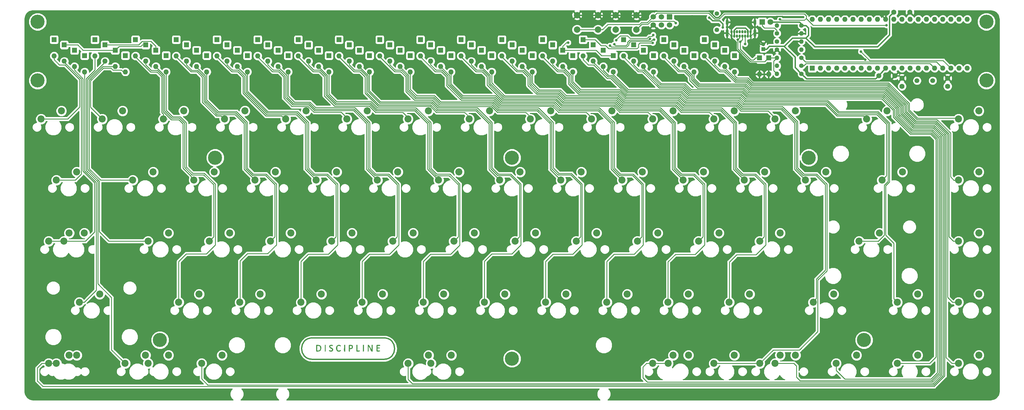
<source format=gbr>
G04 #@! TF.GenerationSoftware,KiCad,Pcbnew,(5.0.0)*
G04 #@! TF.CreationDate,2019-08-11T22:43:53-04:00*
G04 #@! TF.ProjectId,discipline-pcb,6469736369706C696E652D7063622E6B,rev?*
G04 #@! TF.SameCoordinates,Original*
G04 #@! TF.FileFunction,Copper,L1,Top,Signal*
G04 #@! TF.FilePolarity,Positive*
%FSLAX46Y46*%
G04 Gerber Fmt 4.6, Leading zero omitted, Abs format (unit mm)*
G04 Created by KiCad (PCBNEW (5.0.0)) date 08/11/19 22:43:53*
%MOMM*%
%LPD*%
G01*
G04 APERTURE LIST*
G04 #@! TA.AperFunction,EtchedComponent*
%ADD10C,0.400000*%
G04 #@! TD*
G04 #@! TA.AperFunction,EtchedComponent*
%ADD11C,0.010000*%
G04 #@! TD*
G04 #@! TA.AperFunction,ComponentPad*
%ADD12R,1.700000X1.700000*%
G04 #@! TD*
G04 #@! TA.AperFunction,ComponentPad*
%ADD13C,1.700000*%
G04 #@! TD*
G04 #@! TA.AperFunction,ComponentPad*
%ADD14C,1.400000*%
G04 #@! TD*
G04 #@! TA.AperFunction,ComponentPad*
%ADD15O,0.650000X1.000000*%
G04 #@! TD*
G04 #@! TA.AperFunction,ComponentPad*
%ADD16O,0.900000X2.400000*%
G04 #@! TD*
G04 #@! TA.AperFunction,ComponentPad*
%ADD17O,0.900000X1.700000*%
G04 #@! TD*
G04 #@! TA.AperFunction,ComponentPad*
%ADD18O,1.600000X1.600000*%
G04 #@! TD*
G04 #@! TA.AperFunction,ComponentPad*
%ADD19R,1.600000X1.600000*%
G04 #@! TD*
G04 #@! TA.AperFunction,ComponentPad*
%ADD20C,2.000000*%
G04 #@! TD*
G04 #@! TA.AperFunction,ComponentPad*
%ADD21C,1.600000*%
G04 #@! TD*
G04 #@! TA.AperFunction,ComponentPad*
%ADD22O,1.400000X1.400000*%
G04 #@! TD*
G04 #@! TA.AperFunction,ComponentPad*
%ADD23C,2.200000*%
G04 #@! TD*
G04 #@! TA.AperFunction,ComponentPad*
%ADD24C,4.400000*%
G04 #@! TD*
G04 #@! TA.AperFunction,ComponentPad*
%ADD25C,1.500000*%
G04 #@! TD*
G04 #@! TA.AperFunction,ComponentPad*
%ADD26R,1.200000X1.200000*%
G04 #@! TD*
G04 #@! TA.AperFunction,ComponentPad*
%ADD27C,1.200000*%
G04 #@! TD*
G04 #@! TA.AperFunction,ComponentPad*
%ADD28C,1.800000*%
G04 #@! TD*
G04 #@! TA.AperFunction,ComponentPad*
%ADD29R,1.800000X1.800000*%
G04 #@! TD*
G04 #@! TA.AperFunction,ViaPad*
%ADD30C,0.800000*%
G04 #@! TD*
G04 #@! TA.AperFunction,Conductor*
%ADD31C,0.250000*%
G04 #@! TD*
G04 #@! TA.AperFunction,Conductor*
%ADD32C,0.400000*%
G04 #@! TD*
G04 #@! TA.AperFunction,Conductor*
%ADD33C,0.254000*%
G04 #@! TD*
G04 APERTURE END LIST*
D10*
G04 #@! TO.C,G\002A\002A\002A*
X150813990Y-162401840D02*
X173113990Y-162401840D01*
X150833990Y-155721840D02*
X173113990Y-155721840D01*
X173103990Y-155721840D02*
G75*
G02X173103990Y-162401840I0J-3340000D01*
G01*
X150803990Y-162401840D02*
G75*
G02X150803990Y-155721840I0J3340000D01*
G01*
D11*
G36*
X171525606Y-157902998D02*
X171661305Y-157905555D01*
X171751613Y-157911244D01*
X171806479Y-157921237D01*
X171835853Y-157936700D01*
X171849685Y-157958804D01*
X171851142Y-157963102D01*
X171857555Y-158042149D01*
X171849849Y-158077369D01*
X171832544Y-158100096D01*
X171794076Y-158115465D01*
X171723696Y-158124827D01*
X171610656Y-158129532D01*
X171444208Y-158130930D01*
X171423462Y-158130940D01*
X171017632Y-158130940D01*
X171027019Y-158432933D01*
X171036406Y-158734925D01*
X171387370Y-158744191D01*
X171738334Y-158753458D01*
X171738334Y-158947136D01*
X171020082Y-158947136D01*
X171020082Y-159663437D01*
X171852602Y-159681711D01*
X171852602Y-159877598D01*
X171345720Y-159886552D01*
X171130265Y-159888577D01*
X170973635Y-159885689D01*
X170869519Y-159877530D01*
X170811606Y-159863741D01*
X170798869Y-159855537D01*
X170786502Y-159811212D01*
X170776229Y-159711935D01*
X170768056Y-159568014D01*
X170761986Y-159389754D01*
X170758024Y-159187464D01*
X170756173Y-158971448D01*
X170756439Y-158752016D01*
X170758825Y-158539472D01*
X170763336Y-158344125D01*
X170769976Y-158176281D01*
X170778748Y-158046246D01*
X170789659Y-157964329D01*
X170798077Y-157941583D01*
X170844332Y-157924195D01*
X170945226Y-157912039D01*
X171104216Y-157904861D01*
X171324758Y-157902409D01*
X171334566Y-157902406D01*
X171525606Y-157902998D01*
X171525606Y-157902998D01*
G37*
X171525606Y-157902998D02*
X171661305Y-157905555D01*
X171751613Y-157911244D01*
X171806479Y-157921237D01*
X171835853Y-157936700D01*
X171849685Y-157958804D01*
X171851142Y-157963102D01*
X171857555Y-158042149D01*
X171849849Y-158077369D01*
X171832544Y-158100096D01*
X171794076Y-158115465D01*
X171723696Y-158124827D01*
X171610656Y-158129532D01*
X171444208Y-158130930D01*
X171423462Y-158130940D01*
X171017632Y-158130940D01*
X171027019Y-158432933D01*
X171036406Y-158734925D01*
X171387370Y-158744191D01*
X171738334Y-158753458D01*
X171738334Y-158947136D01*
X171020082Y-158947136D01*
X171020082Y-159663437D01*
X171852602Y-159681711D01*
X171852602Y-159877598D01*
X171345720Y-159886552D01*
X171130265Y-159888577D01*
X170973635Y-159885689D01*
X170869519Y-159877530D01*
X170811606Y-159863741D01*
X170798869Y-159855537D01*
X170786502Y-159811212D01*
X170776229Y-159711935D01*
X170768056Y-159568014D01*
X170761986Y-159389754D01*
X170758024Y-159187464D01*
X170756173Y-158971448D01*
X170756439Y-158752016D01*
X170758825Y-158539472D01*
X170763336Y-158344125D01*
X170769976Y-158176281D01*
X170778748Y-158046246D01*
X170789659Y-157964329D01*
X170798077Y-157941583D01*
X170844332Y-157924195D01*
X170945226Y-157912039D01*
X171104216Y-157904861D01*
X171324758Y-157902409D01*
X171334566Y-157902406D01*
X171525606Y-157902998D01*
G36*
X169510603Y-158887898D02*
X169501959Y-159877598D01*
X169387692Y-159887213D01*
X169294135Y-159882196D01*
X169222011Y-159856968D01*
X169218693Y-159854566D01*
X169189031Y-159815762D01*
X169132731Y-159727413D01*
X169054394Y-159597308D01*
X168958626Y-159433238D01*
X168850029Y-159242992D01*
X168733208Y-159034362D01*
X168721390Y-159013039D01*
X168278819Y-158213776D01*
X168270080Y-159045687D01*
X168261342Y-159877598D01*
X168154755Y-159887865D01*
X168048168Y-159898131D01*
X168056811Y-158908430D01*
X168065455Y-157918729D01*
X168216873Y-157908928D01*
X168317663Y-157908369D01*
X168380040Y-157928909D01*
X168429084Y-157978202D01*
X168461233Y-158028191D01*
X168519369Y-158126778D01*
X168598460Y-158265100D01*
X168693478Y-158434296D01*
X168799393Y-158625502D01*
X168881651Y-158775629D01*
X169273424Y-159493981D01*
X169306072Y-157918729D01*
X169412659Y-157908463D01*
X169519247Y-157898197D01*
X169510603Y-158887898D01*
X169510603Y-158887898D01*
G37*
X169510603Y-158887898D02*
X169501959Y-159877598D01*
X169387692Y-159887213D01*
X169294135Y-159882196D01*
X169222011Y-159856968D01*
X169218693Y-159854566D01*
X169189031Y-159815762D01*
X169132731Y-159727413D01*
X169054394Y-159597308D01*
X168958626Y-159433238D01*
X168850029Y-159242992D01*
X168733208Y-159034362D01*
X168721390Y-159013039D01*
X168278819Y-158213776D01*
X168270080Y-159045687D01*
X168261342Y-159877598D01*
X168154755Y-159887865D01*
X168048168Y-159898131D01*
X168056811Y-158908430D01*
X168065455Y-157918729D01*
X168216873Y-157908928D01*
X168317663Y-157908369D01*
X168380040Y-157928909D01*
X168429084Y-157978202D01*
X168461233Y-158028191D01*
X168519369Y-158126778D01*
X168598460Y-158265100D01*
X168693478Y-158434296D01*
X168799393Y-158625502D01*
X168881651Y-158775629D01*
X169273424Y-159493981D01*
X169306072Y-157918729D01*
X169412659Y-157908463D01*
X169519247Y-157898197D01*
X169510603Y-158887898D01*
G36*
X166669761Y-157908597D02*
X166792190Y-157918729D01*
X166792190Y-159877598D01*
X166547332Y-159897864D01*
X166547332Y-157898464D01*
X166669761Y-157908597D01*
X166669761Y-157908597D01*
G37*
X166669761Y-157908597D02*
X166792190Y-157918729D01*
X166792190Y-159877598D01*
X166547332Y-159897864D01*
X166547332Y-157898464D01*
X166669761Y-157908597D01*
G36*
X164645597Y-157908597D02*
X164768026Y-157918729D01*
X164785412Y-159663259D01*
X165518926Y-159681711D01*
X165518926Y-159877598D01*
X165043648Y-159886597D01*
X164873642Y-159888312D01*
X164727342Y-159886945D01*
X164616934Y-159882829D01*
X164554604Y-159876298D01*
X164545769Y-159872994D01*
X164540084Y-159835835D01*
X164534922Y-159741624D01*
X164530472Y-159598604D01*
X164526919Y-159415017D01*
X164524450Y-159199108D01*
X164523252Y-158959118D01*
X164523167Y-158874428D01*
X164523167Y-157898464D01*
X164645597Y-157908597D01*
X164645597Y-157908597D01*
G37*
X164645597Y-157908597D02*
X164768026Y-157918729D01*
X164785412Y-159663259D01*
X165518926Y-159681711D01*
X165518926Y-159877598D01*
X165043648Y-159886597D01*
X164873642Y-159888312D01*
X164727342Y-159886945D01*
X164616934Y-159882829D01*
X164554604Y-159876298D01*
X164545769Y-159872994D01*
X164540084Y-159835835D01*
X164534922Y-159741624D01*
X164530472Y-159598604D01*
X164526919Y-159415017D01*
X164524450Y-159199108D01*
X164523252Y-158959118D01*
X164523167Y-158874428D01*
X164523167Y-157898464D01*
X164645597Y-157908597D01*
G36*
X162640184Y-157908341D02*
X162810327Y-157916645D01*
X162930874Y-157928155D01*
X163017527Y-157945751D01*
X163085985Y-157972314D01*
X163133137Y-157998805D01*
X163259726Y-158098816D01*
X163337737Y-158219075D01*
X163374510Y-158374201D01*
X163379835Y-158490066D01*
X163356125Y-158701607D01*
X163284980Y-158870024D01*
X163165006Y-158996624D01*
X162994806Y-159082710D01*
X162772987Y-159129590D01*
X162688909Y-159136639D01*
X162433707Y-159151412D01*
X162433707Y-159893922D01*
X162324881Y-159893922D01*
X162244211Y-159887949D01*
X162195764Y-159873442D01*
X162194290Y-159872157D01*
X162188708Y-159835128D01*
X162183655Y-159741216D01*
X162179323Y-159598833D01*
X162175902Y-159416390D01*
X162173583Y-159202298D01*
X162172558Y-158964970D01*
X162172525Y-158913044D01*
X162172962Y-158635039D01*
X162174506Y-158415351D01*
X162177508Y-158247009D01*
X162182010Y-158130940D01*
X162433707Y-158130940D01*
X162433707Y-158517273D01*
X162435448Y-158669998D01*
X162440184Y-158798078D01*
X162447187Y-158887837D01*
X162455472Y-158925370D01*
X162507472Y-158942316D01*
X162600909Y-158945923D01*
X162713444Y-158936853D01*
X162822735Y-158915767D01*
X162827905Y-158914355D01*
X162966837Y-158850165D01*
X163058215Y-158745225D01*
X163106038Y-158594273D01*
X163112426Y-158540007D01*
X163118002Y-158433191D01*
X163106160Y-158363664D01*
X163067531Y-158303920D01*
X163012292Y-158245926D01*
X162947913Y-158185586D01*
X162891638Y-158151167D01*
X162821604Y-158135420D01*
X162715950Y-158131096D01*
X162665507Y-158130940D01*
X162433707Y-158130940D01*
X162182010Y-158130940D01*
X162182317Y-158123038D01*
X162189283Y-158036466D01*
X162198757Y-157980320D01*
X162211089Y-157947626D01*
X162221624Y-157934948D01*
X162269752Y-157915880D01*
X162361979Y-157905900D01*
X162506005Y-157904517D01*
X162640184Y-157908341D01*
X162640184Y-157908341D01*
G37*
X162640184Y-157908341D02*
X162810327Y-157916645D01*
X162930874Y-157928155D01*
X163017527Y-157945751D01*
X163085985Y-157972314D01*
X163133137Y-157998805D01*
X163259726Y-158098816D01*
X163337737Y-158219075D01*
X163374510Y-158374201D01*
X163379835Y-158490066D01*
X163356125Y-158701607D01*
X163284980Y-158870024D01*
X163165006Y-158996624D01*
X162994806Y-159082710D01*
X162772987Y-159129590D01*
X162688909Y-159136639D01*
X162433707Y-159151412D01*
X162433707Y-159893922D01*
X162324881Y-159893922D01*
X162244211Y-159887949D01*
X162195764Y-159873442D01*
X162194290Y-159872157D01*
X162188708Y-159835128D01*
X162183655Y-159741216D01*
X162179323Y-159598833D01*
X162175902Y-159416390D01*
X162173583Y-159202298D01*
X162172558Y-158964970D01*
X162172525Y-158913044D01*
X162172962Y-158635039D01*
X162174506Y-158415351D01*
X162177508Y-158247009D01*
X162182010Y-158130940D01*
X162433707Y-158130940D01*
X162433707Y-158517273D01*
X162435448Y-158669998D01*
X162440184Y-158798078D01*
X162447187Y-158887837D01*
X162455472Y-158925370D01*
X162507472Y-158942316D01*
X162600909Y-158945923D01*
X162713444Y-158936853D01*
X162822735Y-158915767D01*
X162827905Y-158914355D01*
X162966837Y-158850165D01*
X163058215Y-158745225D01*
X163106038Y-158594273D01*
X163112426Y-158540007D01*
X163118002Y-158433191D01*
X163106160Y-158363664D01*
X163067531Y-158303920D01*
X163012292Y-158245926D01*
X162947913Y-158185586D01*
X162891638Y-158151167D01*
X162821604Y-158135420D01*
X162715950Y-158131096D01*
X162665507Y-158130940D01*
X162433707Y-158130940D01*
X162182010Y-158130940D01*
X162182317Y-158123038D01*
X162189283Y-158036466D01*
X162198757Y-157980320D01*
X162211089Y-157947626D01*
X162221624Y-157934948D01*
X162269752Y-157915880D01*
X162361979Y-157905900D01*
X162506005Y-157904517D01*
X162640184Y-157908341D01*
G36*
X160931908Y-159893922D02*
X160816616Y-159893922D01*
X160735729Y-159883371D01*
X160688121Y-159857493D01*
X160685511Y-159852715D01*
X160681755Y-159810581D01*
X160678910Y-159711752D01*
X160677039Y-159564824D01*
X160676203Y-159378391D01*
X160676465Y-159161048D01*
X160677886Y-158921391D01*
X160678374Y-158865119D01*
X160687049Y-157918729D01*
X160809478Y-157908597D01*
X160931908Y-157898464D01*
X160931908Y-159893922D01*
X160931908Y-159893922D01*
G37*
X160931908Y-159893922D02*
X160816616Y-159893922D01*
X160735729Y-159883371D01*
X160688121Y-159857493D01*
X160685511Y-159852715D01*
X160681755Y-159810581D01*
X160678910Y-159711752D01*
X160677039Y-159564824D01*
X160676203Y-159378391D01*
X160676465Y-159161048D01*
X160677886Y-158921391D01*
X160678374Y-158865119D01*
X160687049Y-157918729D01*
X160809478Y-157908597D01*
X160931908Y-157898464D01*
X160931908Y-159893922D01*
G36*
X154908386Y-159877598D02*
X154802056Y-159887846D01*
X154716056Y-159882785D01*
X154679113Y-159854800D01*
X154675152Y-159812115D01*
X154672121Y-159712760D01*
X154670091Y-159565354D01*
X154669130Y-159378517D01*
X154669307Y-159160868D01*
X154670693Y-158921028D01*
X154671176Y-158865119D01*
X154679851Y-157918729D01*
X154908386Y-157918729D01*
X154908386Y-159877598D01*
X154908386Y-159877598D01*
G37*
X154908386Y-159877598D02*
X154802056Y-159887846D01*
X154716056Y-159882785D01*
X154679113Y-159854800D01*
X154675152Y-159812115D01*
X154672121Y-159712760D01*
X154670091Y-159565354D01*
X154669130Y-159378517D01*
X154669307Y-159160868D01*
X154670693Y-158921028D01*
X154671176Y-158865119D01*
X154679851Y-157918729D01*
X154908386Y-157918729D01*
X154908386Y-159877598D01*
G36*
X152621326Y-157911161D02*
X152834435Y-157935264D01*
X153011029Y-157984087D01*
X153163961Y-158060087D01*
X153171114Y-158064580D01*
X153322727Y-158198165D01*
X153436579Y-158377780D01*
X153509514Y-158594083D01*
X153538374Y-158837731D01*
X153520265Y-159097732D01*
X153457946Y-159345797D01*
X153356482Y-159544101D01*
X153212534Y-159697489D01*
X153031136Y-159807044D01*
X152939960Y-159835845D01*
X152811893Y-159859870D01*
X152660751Y-159878431D01*
X152500353Y-159890842D01*
X152344516Y-159896415D01*
X152207057Y-159894464D01*
X152101793Y-159884301D01*
X152042543Y-159865240D01*
X152035316Y-159856561D01*
X152031181Y-159813410D01*
X152027993Y-159713610D01*
X152025829Y-159565801D01*
X152024762Y-159378622D01*
X152024869Y-159160716D01*
X152026223Y-158920722D01*
X152026703Y-158865119D01*
X152033432Y-158130940D01*
X152280237Y-158130940D01*
X152280237Y-159665388D01*
X152534501Y-159665388D01*
X152691709Y-159659976D01*
X152809169Y-159640693D01*
X152911761Y-159602971D01*
X152934437Y-159591930D01*
X153072327Y-159494221D01*
X153169397Y-159357567D01*
X153229022Y-159175494D01*
X153252686Y-158981965D01*
X153251505Y-158750547D01*
X153216269Y-158564508D01*
X153143869Y-158411730D01*
X153087406Y-158337859D01*
X152980725Y-158237453D01*
X152861506Y-158173665D01*
X152712803Y-158140248D01*
X152526144Y-158130940D01*
X152280237Y-158130940D01*
X152033432Y-158130940D01*
X152035378Y-157918729D01*
X152358850Y-157909323D01*
X152621326Y-157911161D01*
X152621326Y-157911161D01*
G37*
X152621326Y-157911161D02*
X152834435Y-157935264D01*
X153011029Y-157984087D01*
X153163961Y-158060087D01*
X153171114Y-158064580D01*
X153322727Y-158198165D01*
X153436579Y-158377780D01*
X153509514Y-158594083D01*
X153538374Y-158837731D01*
X153520265Y-159097732D01*
X153457946Y-159345797D01*
X153356482Y-159544101D01*
X153212534Y-159697489D01*
X153031136Y-159807044D01*
X152939960Y-159835845D01*
X152811893Y-159859870D01*
X152660751Y-159878431D01*
X152500353Y-159890842D01*
X152344516Y-159896415D01*
X152207057Y-159894464D01*
X152101793Y-159884301D01*
X152042543Y-159865240D01*
X152035316Y-159856561D01*
X152031181Y-159813410D01*
X152027993Y-159713610D01*
X152025829Y-159565801D01*
X152024762Y-159378622D01*
X152024869Y-159160716D01*
X152026223Y-158920722D01*
X152026703Y-158865119D01*
X152033432Y-158130940D01*
X152280237Y-158130940D01*
X152280237Y-159665388D01*
X152534501Y-159665388D01*
X152691709Y-159659976D01*
X152809169Y-159640693D01*
X152911761Y-159602971D01*
X152934437Y-159591930D01*
X153072327Y-159494221D01*
X153169397Y-159357567D01*
X153229022Y-159175494D01*
X153252686Y-158981965D01*
X153251505Y-158750547D01*
X153216269Y-158564508D01*
X153143869Y-158411730D01*
X153087406Y-158337859D01*
X152980725Y-158237453D01*
X152861506Y-158173665D01*
X152712803Y-158140248D01*
X152526144Y-158130940D01*
X152280237Y-158130940D01*
X152033432Y-158130940D01*
X152035378Y-157918729D01*
X152358850Y-157909323D01*
X152621326Y-157911161D01*
G36*
X159184920Y-157883589D02*
X159397778Y-157937749D01*
X159456496Y-157964508D01*
X159561021Y-158031974D01*
X159613290Y-158108246D01*
X159625995Y-158196979D01*
X159611023Y-158260323D01*
X159563263Y-158274142D01*
X159478455Y-158238661D01*
X159428299Y-158207488D01*
X159290124Y-158138788D01*
X159129475Y-158108433D01*
X159108840Y-158106974D01*
X158919596Y-158119816D01*
X158766117Y-158186177D01*
X158642921Y-158309195D01*
X158583183Y-158407741D01*
X158544599Y-158490045D01*
X158520024Y-158567936D01*
X158506411Y-158659900D01*
X158500715Y-158784423D01*
X158499808Y-158913782D01*
X158501851Y-159077888D01*
X158509607Y-159194326D01*
X158525791Y-159280651D01*
X158553119Y-159354423D01*
X158574582Y-159397324D01*
X158685067Y-159540939D01*
X158831334Y-159637992D01*
X159001139Y-159686157D01*
X159182237Y-159683109D01*
X159362383Y-159626521D01*
X159464352Y-159566307D01*
X159535970Y-159522292D01*
X159587914Y-159502264D01*
X159590225Y-159502149D01*
X159621023Y-159527916D01*
X159626450Y-159590716D01*
X159609555Y-159668796D01*
X159573390Y-159740406D01*
X159553656Y-159762886D01*
X159432981Y-159838884D01*
X159269784Y-159891589D01*
X159083739Y-159917589D01*
X158894516Y-159913477D01*
X158788846Y-159895426D01*
X158601335Y-159818810D01*
X158445405Y-159689520D01*
X158324378Y-159513747D01*
X158241573Y-159297680D01*
X158200312Y-159047508D01*
X158201293Y-158800220D01*
X158242898Y-158547718D01*
X158324011Y-158325698D01*
X158439775Y-158144708D01*
X158552618Y-158037609D01*
X158744479Y-157934963D01*
X158961200Y-157883142D01*
X159184920Y-157883589D01*
X159184920Y-157883589D01*
G37*
X159184920Y-157883589D02*
X159397778Y-157937749D01*
X159456496Y-157964508D01*
X159561021Y-158031974D01*
X159613290Y-158108246D01*
X159625995Y-158196979D01*
X159611023Y-158260323D01*
X159563263Y-158274142D01*
X159478455Y-158238661D01*
X159428299Y-158207488D01*
X159290124Y-158138788D01*
X159129475Y-158108433D01*
X159108840Y-158106974D01*
X158919596Y-158119816D01*
X158766117Y-158186177D01*
X158642921Y-158309195D01*
X158583183Y-158407741D01*
X158544599Y-158490045D01*
X158520024Y-158567936D01*
X158506411Y-158659900D01*
X158500715Y-158784423D01*
X158499808Y-158913782D01*
X158501851Y-159077888D01*
X158509607Y-159194326D01*
X158525791Y-159280651D01*
X158553119Y-159354423D01*
X158574582Y-159397324D01*
X158685067Y-159540939D01*
X158831334Y-159637992D01*
X159001139Y-159686157D01*
X159182237Y-159683109D01*
X159362383Y-159626521D01*
X159464352Y-159566307D01*
X159535970Y-159522292D01*
X159587914Y-159502264D01*
X159590225Y-159502149D01*
X159621023Y-159527916D01*
X159626450Y-159590716D01*
X159609555Y-159668796D01*
X159573390Y-159740406D01*
X159553656Y-159762886D01*
X159432981Y-159838884D01*
X159269784Y-159891589D01*
X159083739Y-159917589D01*
X158894516Y-159913477D01*
X158788846Y-159895426D01*
X158601335Y-159818810D01*
X158445405Y-159689520D01*
X158324378Y-159513747D01*
X158241573Y-159297680D01*
X158200312Y-159047508D01*
X158201293Y-158800220D01*
X158242898Y-158547718D01*
X158324011Y-158325698D01*
X158439775Y-158144708D01*
X158552618Y-158037609D01*
X158744479Y-157934963D01*
X158961200Y-157883142D01*
X159184920Y-157883589D01*
G36*
X156835154Y-157897780D02*
X156958225Y-157931926D01*
X157050714Y-157976184D01*
X157092940Y-158021021D01*
X157110806Y-158105393D01*
X157104023Y-158179225D01*
X157084294Y-158209575D01*
X157040635Y-158206546D01*
X156963950Y-158178530D01*
X156930476Y-158162531D01*
X156772547Y-158105881D01*
X156623463Y-158095194D01*
X156494131Y-158126604D01*
X156395457Y-158196247D01*
X156338348Y-158300259D01*
X156328566Y-158375799D01*
X156351955Y-158488627D01*
X156425827Y-158587788D01*
X156555738Y-158679089D01*
X156675154Y-158737984D01*
X156902368Y-158853928D01*
X157065686Y-158972400D01*
X157149054Y-159067479D01*
X157191253Y-159175462D01*
X157208959Y-159316397D01*
X157201480Y-159462430D01*
X157168123Y-159585708D01*
X157162258Y-159597824D01*
X157052884Y-159741399D01*
X156899291Y-159846020D01*
X156712278Y-159907895D01*
X156502645Y-159923233D01*
X156312242Y-159896250D01*
X156195653Y-159857725D01*
X156093505Y-159806223D01*
X156029707Y-159753981D01*
X156027073Y-159750282D01*
X156005764Y-159684803D01*
X156006386Y-159608687D01*
X156027990Y-159555989D01*
X156032584Y-159552450D01*
X156077249Y-159555165D01*
X156155647Y-159583565D01*
X156199342Y-159604625D01*
X156373513Y-159671717D01*
X156541162Y-159693686D01*
X156692305Y-159673816D01*
X156816959Y-159615391D01*
X156905141Y-159521694D01*
X156946867Y-159396008D01*
X156948874Y-159358100D01*
X156927387Y-159268890D01*
X156859403Y-159179720D01*
X156739639Y-159085674D01*
X156562812Y-158981836D01*
X156520851Y-158959831D01*
X156336913Y-158856057D01*
X156207810Y-158759087D01*
X156125335Y-158658725D01*
X156081279Y-158544774D01*
X156067433Y-158407039D01*
X156067383Y-158396560D01*
X156093057Y-158209429D01*
X156169712Y-158062966D01*
X156296795Y-157957737D01*
X156473754Y-157894311D01*
X156570012Y-157879507D01*
X156699688Y-157878666D01*
X156835154Y-157897780D01*
X156835154Y-157897780D01*
G37*
X156835154Y-157897780D02*
X156958225Y-157931926D01*
X157050714Y-157976184D01*
X157092940Y-158021021D01*
X157110806Y-158105393D01*
X157104023Y-158179225D01*
X157084294Y-158209575D01*
X157040635Y-158206546D01*
X156963950Y-158178530D01*
X156930476Y-158162531D01*
X156772547Y-158105881D01*
X156623463Y-158095194D01*
X156494131Y-158126604D01*
X156395457Y-158196247D01*
X156338348Y-158300259D01*
X156328566Y-158375799D01*
X156351955Y-158488627D01*
X156425827Y-158587788D01*
X156555738Y-158679089D01*
X156675154Y-158737984D01*
X156902368Y-158853928D01*
X157065686Y-158972400D01*
X157149054Y-159067479D01*
X157191253Y-159175462D01*
X157208959Y-159316397D01*
X157201480Y-159462430D01*
X157168123Y-159585708D01*
X157162258Y-159597824D01*
X157052884Y-159741399D01*
X156899291Y-159846020D01*
X156712278Y-159907895D01*
X156502645Y-159923233D01*
X156312242Y-159896250D01*
X156195653Y-159857725D01*
X156093505Y-159806223D01*
X156029707Y-159753981D01*
X156027073Y-159750282D01*
X156005764Y-159684803D01*
X156006386Y-159608687D01*
X156027990Y-159555989D01*
X156032584Y-159552450D01*
X156077249Y-159555165D01*
X156155647Y-159583565D01*
X156199342Y-159604625D01*
X156373513Y-159671717D01*
X156541162Y-159693686D01*
X156692305Y-159673816D01*
X156816959Y-159615391D01*
X156905141Y-159521694D01*
X156946867Y-159396008D01*
X156948874Y-159358100D01*
X156927387Y-159268890D01*
X156859403Y-159179720D01*
X156739639Y-159085674D01*
X156562812Y-158981836D01*
X156520851Y-158959831D01*
X156336913Y-158856057D01*
X156207810Y-158759087D01*
X156125335Y-158658725D01*
X156081279Y-158544774D01*
X156067433Y-158407039D01*
X156067383Y-158396560D01*
X156093057Y-158209429D01*
X156169712Y-158062966D01*
X156296795Y-157957737D01*
X156473754Y-157894311D01*
X156570012Y-157879507D01*
X156699688Y-157878666D01*
X156835154Y-157897780D01*
G04 #@! TD*
D12*
G04 #@! TO.P,J1,1*
G04 #@! TO.N,MISO*
X262070364Y-55598500D03*
D13*
G04 #@! TO.P,J1,2*
G04 #@! TO.N,+5V*
X262070364Y-58138500D03*
G04 #@! TO.P,J1,3*
G04 #@! TO.N,SCK*
X259530364Y-55598500D03*
G04 #@! TO.P,J1,4*
G04 #@! TO.N,MOSI*
X259530364Y-58138500D03*
G04 #@! TO.P,J1,5*
G04 #@! TO.N,reset*
X256990364Y-55598500D03*
G04 #@! TO.P,J1,6*
G04 #@! TO.N,GND*
X256990364Y-58138500D03*
G04 #@! TD*
D14*
G04 #@! TO.P,F1,2*
G04 #@! TO.N,VCC*
X276824148Y-54598468D03*
G04 #@! TO.P,F1,1*
G04 #@! TO.N,+5V*
X276824148Y-59698468D03*
G04 #@! TD*
D15*
G04 #@! TO.P,USB1,A5*
G04 #@! TO.N,Net-(R1-Pad2)*
X285600002Y-61638652D03*
G04 #@! TO.P,USB1,A1*
G04 #@! TO.N,GND*
X287300002Y-61638652D03*
G04 #@! TO.P,USB1,A4*
G04 #@! TO.N,VCC*
X286450002Y-61638652D03*
G04 #@! TO.P,USB1,A6*
G04 #@! TO.N,Net-(D70-Pad1)*
X284750002Y-61638652D03*
G04 #@! TO.P,USB1,A7*
G04 #@! TO.N,Net-(D69-Pad1)*
X283900002Y-61638652D03*
G04 #@! TO.P,USB1,A8*
G04 #@! TO.N,Net-(USB1-PadA8)*
X283050002Y-61638652D03*
G04 #@! TO.P,USB1,A9*
G04 #@! TO.N,VCC*
X282200002Y-61638652D03*
G04 #@! TO.P,USB1,A12*
G04 #@! TO.N,GND*
X281350002Y-61638652D03*
G04 #@! TO.P,USB1,B12*
X287300002Y-60313652D03*
G04 #@! TO.P,USB1,B9*
G04 #@! TO.N,VCC*
X286445002Y-60313652D03*
G04 #@! TO.P,USB1,B8*
G04 #@! TO.N,Net-(USB1-PadB8)*
X285595002Y-60313652D03*
G04 #@! TO.P,USB1,B7*
G04 #@! TO.N,Net-(D69-Pad1)*
X284745002Y-60313652D03*
G04 #@! TO.P,USB1,B6*
G04 #@! TO.N,Net-(D70-Pad1)*
X283895002Y-60313652D03*
G04 #@! TO.P,USB1,B5*
G04 #@! TO.N,Net-(R2-Pad1)*
X283045002Y-60313652D03*
G04 #@! TO.P,USB1,B4*
G04 #@! TO.N,VCC*
X282195002Y-60313652D03*
G04 #@! TO.P,USB1,B1*
G04 #@! TO.N,GND*
X281345002Y-60313652D03*
D16*
G04 #@! TO.P,USB1,S1*
X288650002Y-60658652D03*
X280000002Y-60658652D03*
D17*
X288650002Y-57278652D03*
X280000002Y-57278652D03*
G04 #@! TD*
D18*
G04 #@! TO.P,D1,2*
G04 #@! TO.N,Net-(D1-Pad2)*
X70376818Y-67803242D03*
D19*
G04 #@! TO.P,D1,1*
G04 #@! TO.N,row0*
X70376818Y-62723242D03*
G04 #@! TD*
D18*
G04 #@! TO.P,D45,2*
G04 #@! TO.N,Net-(D45-Pad2)*
X79885207Y-72763829D03*
D19*
G04 #@! TO.P,D45,1*
G04 #@! TO.N,row3*
X79885207Y-67683829D03*
G04 #@! TD*
D18*
G04 #@! TO.P,D2,2*
G04 #@! TO.N,Net-(D2-Pad2)*
X92563059Y-72763829D03*
D19*
G04 #@! TO.P,D2,1*
G04 #@! TO.N,row0*
X92563059Y-67683829D03*
G04 #@! TD*
D18*
G04 #@! TO.P,D3,2*
G04 #@! TO.N,Net-(D3-Pad2)*
X95732522Y-67803242D03*
D19*
G04 #@! TO.P,D3,1*
G04 #@! TO.N,row0*
X95732522Y-62723242D03*
G04 #@! TD*
D18*
G04 #@! TO.P,D4,2*
G04 #@! TO.N,Net-(D4-Pad2)*
X108410374Y-67803242D03*
D19*
G04 #@! TO.P,D4,1*
G04 #@! TO.N,row0*
X108410374Y-62723242D03*
G04 #@! TD*
D18*
G04 #@! TO.P,D5,2*
G04 #@! TO.N,Net-(D5-Pad2)*
X121088226Y-67803242D03*
D19*
G04 #@! TO.P,D5,1*
G04 #@! TO.N,row0*
X121088226Y-62723242D03*
G04 #@! TD*
D18*
G04 #@! TO.P,D6,2*
G04 #@! TO.N,Net-(D6-Pad2)*
X133766078Y-67803242D03*
D19*
G04 #@! TO.P,D6,1*
G04 #@! TO.N,row0*
X133766078Y-62723242D03*
G04 #@! TD*
D18*
G04 #@! TO.P,D7,2*
G04 #@! TO.N,Net-(D7-Pad2)*
X146443930Y-67803242D03*
D19*
G04 #@! TO.P,D7,1*
G04 #@! TO.N,row0*
X146443930Y-62723242D03*
G04 #@! TD*
D18*
G04 #@! TO.P,D8,2*
G04 #@! TO.N,Net-(D8-Pad2)*
X159121782Y-67803242D03*
D19*
G04 #@! TO.P,D8,1*
G04 #@! TO.N,row0*
X159121782Y-62723242D03*
G04 #@! TD*
D18*
G04 #@! TO.P,D9,2*
G04 #@! TO.N,Net-(D9-Pad2)*
X171799634Y-67803242D03*
D19*
G04 #@! TO.P,D9,1*
G04 #@! TO.N,row0*
X171799634Y-62723242D03*
G04 #@! TD*
D18*
G04 #@! TO.P,D10,2*
G04 #@! TO.N,Net-(D10-Pad2)*
X184477486Y-67803242D03*
D19*
G04 #@! TO.P,D10,1*
G04 #@! TO.N,row0*
X184477486Y-62723242D03*
G04 #@! TD*
D18*
G04 #@! TO.P,D11,2*
G04 #@! TO.N,Net-(D11-Pad2)*
X197155338Y-67803242D03*
D19*
G04 #@! TO.P,D11,1*
G04 #@! TO.N,row0*
X197155338Y-62723242D03*
G04 #@! TD*
D18*
G04 #@! TO.P,D12,2*
G04 #@! TO.N,Net-(D12-Pad2)*
X209833190Y-67803242D03*
D19*
G04 #@! TO.P,D12,1*
G04 #@! TO.N,row0*
X209833190Y-62723242D03*
G04 #@! TD*
D18*
G04 #@! TO.P,D13,2*
G04 #@! TO.N,Net-(D13-Pad2)*
X222511042Y-67803242D03*
D19*
G04 #@! TO.P,D13,1*
G04 #@! TO.N,row0*
X222511042Y-62723242D03*
G04 #@! TD*
D18*
G04 #@! TO.P,D14,2*
G04 #@! TO.N,Net-(D14-Pad2)*
X235118910Y-67803242D03*
D19*
G04 #@! TO.P,D14,1*
G04 #@! TO.N,row0*
X235118910Y-62723242D03*
G04 #@! TD*
D18*
G04 #@! TO.P,D15,2*
G04 #@! TO.N,Net-(D15-Pad2)*
X282318463Y-72763829D03*
D19*
G04 #@! TO.P,D15,1*
G04 #@! TO.N,row0*
X282318463Y-67683829D03*
G04 #@! TD*
D18*
G04 #@! TO.P,D16,2*
G04 #@! TO.N,Net-(D16-Pad2)*
X73546281Y-69456771D03*
D19*
G04 #@! TO.P,D16,1*
G04 #@! TO.N,row1*
X73546281Y-64376771D03*
G04 #@! TD*
D18*
G04 #@! TO.P,D17,2*
G04 #@! TO.N,Net-(D17-Pad2)*
X89393596Y-71110300D03*
D19*
G04 #@! TO.P,D17,1*
G04 #@! TO.N,row1*
X89393596Y-66030300D03*
G04 #@! TD*
D18*
G04 #@! TO.P,D18,2*
G04 #@! TO.N,Net-(D18-Pad2)*
X98901985Y-69456771D03*
D19*
G04 #@! TO.P,D18,1*
G04 #@! TO.N,row1*
X98901985Y-64376771D03*
G04 #@! TD*
D18*
G04 #@! TO.P,D19,2*
G04 #@! TO.N,Net-(D19-Pad2)*
X111579837Y-69456771D03*
D19*
G04 #@! TO.P,D19,1*
G04 #@! TO.N,row1*
X111579837Y-64376771D03*
G04 #@! TD*
D18*
G04 #@! TO.P,D20,2*
G04 #@! TO.N,Net-(D20-Pad2)*
X124257689Y-69456771D03*
D19*
G04 #@! TO.P,D20,1*
G04 #@! TO.N,row1*
X124257689Y-64376771D03*
G04 #@! TD*
D18*
G04 #@! TO.P,D21,2*
G04 #@! TO.N,Net-(D21-Pad2)*
X136935541Y-69456771D03*
D19*
G04 #@! TO.P,D21,1*
G04 #@! TO.N,row1*
X136935541Y-64376771D03*
G04 #@! TD*
D18*
G04 #@! TO.P,D22,2*
G04 #@! TO.N,Net-(D22-Pad2)*
X149613393Y-69456771D03*
D19*
G04 #@! TO.P,D22,1*
G04 #@! TO.N,row1*
X149613393Y-64376771D03*
G04 #@! TD*
D18*
G04 #@! TO.P,D23,2*
G04 #@! TO.N,Net-(D23-Pad2)*
X162291245Y-69456771D03*
D19*
G04 #@! TO.P,D23,1*
G04 #@! TO.N,row1*
X162291245Y-64376771D03*
G04 #@! TD*
D18*
G04 #@! TO.P,D24,2*
G04 #@! TO.N,Net-(D24-Pad2)*
X174969097Y-69456771D03*
D19*
G04 #@! TO.P,D24,1*
G04 #@! TO.N,row1*
X174969097Y-64376771D03*
G04 #@! TD*
D18*
G04 #@! TO.P,D25,2*
G04 #@! TO.N,Net-(D25-Pad2)*
X187646949Y-69456771D03*
D19*
G04 #@! TO.P,D25,1*
G04 #@! TO.N,row1*
X187646949Y-64376771D03*
G04 #@! TD*
D18*
G04 #@! TO.P,D26,2*
G04 #@! TO.N,Net-(D26-Pad2)*
X200324801Y-69456771D03*
D19*
G04 #@! TO.P,D26,1*
G04 #@! TO.N,row1*
X200324801Y-64376771D03*
G04 #@! TD*
D18*
G04 #@! TO.P,D27,2*
G04 #@! TO.N,Net-(D27-Pad2)*
X213002653Y-69456771D03*
D19*
G04 #@! TO.P,D27,1*
G04 #@! TO.N,row1*
X213002653Y-64376771D03*
G04 #@! TD*
D18*
G04 #@! TO.P,D28,2*
G04 #@! TO.N,Net-(D28-Pad2)*
X225663009Y-69456771D03*
D19*
G04 #@! TO.P,D28,1*
G04 #@! TO.N,row1*
X225663009Y-64376771D03*
G04 #@! TD*
D18*
G04 #@! TO.P,D29,2*
G04 #@! TO.N,Net-(D29-Pad2)*
X238269683Y-69456771D03*
D19*
G04 #@! TO.P,D29,1*
G04 #@! TO.N,row1*
X238269683Y-64376771D03*
G04 #@! TD*
D18*
G04 #@! TO.P,D30,2*
G04 #@! TO.N,Net-(D30-Pad2)*
X279229739Y-71110300D03*
D19*
G04 #@! TO.P,D30,1*
G04 #@! TO.N,row1*
X279229739Y-66030300D03*
G04 #@! TD*
D18*
G04 #@! TO.P,D31,2*
G04 #@! TO.N,Net-(D31-Pad2)*
X76715744Y-71110300D03*
D19*
G04 #@! TO.P,D31,1*
G04 #@! TO.N,row2*
X76715744Y-66030300D03*
G04 #@! TD*
D18*
G04 #@! TO.P,D32,2*
G04 #@! TO.N,Net-(D32-Pad2)*
X86224133Y-69456771D03*
D19*
G04 #@! TO.P,D32,1*
G04 #@! TO.N,row2*
X86224133Y-64376771D03*
G04 #@! TD*
D18*
G04 #@! TO.P,D33,2*
G04 #@! TO.N,Net-(D33-Pad2)*
X102071448Y-71110300D03*
D19*
G04 #@! TO.P,D33,1*
G04 #@! TO.N,row2*
X102071448Y-66030300D03*
G04 #@! TD*
D18*
G04 #@! TO.P,D34,2*
G04 #@! TO.N,Net-(D34-Pad2)*
X114749300Y-71110300D03*
D19*
G04 #@! TO.P,D34,1*
G04 #@! TO.N,row2*
X114749300Y-66030300D03*
G04 #@! TD*
D18*
G04 #@! TO.P,D35,2*
G04 #@! TO.N,Net-(D35-Pad2)*
X127427152Y-71110300D03*
D19*
G04 #@! TO.P,D35,1*
G04 #@! TO.N,row2*
X127427152Y-66030300D03*
G04 #@! TD*
D18*
G04 #@! TO.P,D36,2*
G04 #@! TO.N,Net-(D36-Pad2)*
X140105004Y-71110300D03*
D19*
G04 #@! TO.P,D36,1*
G04 #@! TO.N,row2*
X140105004Y-66030300D03*
G04 #@! TD*
D18*
G04 #@! TO.P,D37,2*
G04 #@! TO.N,Net-(D37-Pad2)*
X152782856Y-71110300D03*
D19*
G04 #@! TO.P,D37,1*
G04 #@! TO.N,row2*
X152782856Y-66030300D03*
G04 #@! TD*
D18*
G04 #@! TO.P,D38,2*
G04 #@! TO.N,Net-(D38-Pad2)*
X165460708Y-71110300D03*
D19*
G04 #@! TO.P,D38,1*
G04 #@! TO.N,row2*
X165460708Y-66030300D03*
G04 #@! TD*
D18*
G04 #@! TO.P,D39,2*
G04 #@! TO.N,Net-(D39-Pad2)*
X178138560Y-71110300D03*
D19*
G04 #@! TO.P,D39,1*
G04 #@! TO.N,row2*
X178138560Y-66030300D03*
G04 #@! TD*
D18*
G04 #@! TO.P,D40,2*
G04 #@! TO.N,Net-(D40-Pad2)*
X190816412Y-71110300D03*
D19*
G04 #@! TO.P,D40,1*
G04 #@! TO.N,row2*
X190816412Y-66030300D03*
G04 #@! TD*
D18*
G04 #@! TO.P,D41,2*
G04 #@! TO.N,Net-(D41-Pad2)*
X203494264Y-71110300D03*
D19*
G04 #@! TO.P,D41,1*
G04 #@! TO.N,row2*
X203494264Y-66030300D03*
G04 #@! TD*
D18*
G04 #@! TO.P,D42,2*
G04 #@! TO.N,Net-(D42-Pad2)*
X216172116Y-71110300D03*
D19*
G04 #@! TO.P,D42,1*
G04 #@! TO.N,row2*
X216172116Y-66030300D03*
G04 #@! TD*
D18*
G04 #@! TO.P,D43,2*
G04 #@! TO.N,Net-(D43-Pad2)*
X241420456Y-71110300D03*
D19*
G04 #@! TO.P,D43,1*
G04 #@! TO.N,row2*
X241420456Y-66030300D03*
G04 #@! TD*
D18*
G04 #@! TO.P,D44,2*
G04 #@! TO.N,Net-(D44-Pad2)*
X276141015Y-69456771D03*
D19*
G04 #@! TO.P,D44,1*
G04 #@! TO.N,row2*
X276141015Y-64376771D03*
G04 #@! TD*
D18*
G04 #@! TO.P,D46,2*
G04 #@! TO.N,Net-(D46-Pad2)*
X105240911Y-72763829D03*
D19*
G04 #@! TO.P,D46,1*
G04 #@! TO.N,row3*
X105240911Y-67683829D03*
G04 #@! TD*
D18*
G04 #@! TO.P,D47,2*
G04 #@! TO.N,Net-(D47-Pad2)*
X117918763Y-72763829D03*
D19*
G04 #@! TO.P,D47,1*
G04 #@! TO.N,row3*
X117918763Y-67683829D03*
G04 #@! TD*
D18*
G04 #@! TO.P,D48,2*
G04 #@! TO.N,Net-(D48-Pad2)*
X130596615Y-72763829D03*
D19*
G04 #@! TO.P,D48,1*
G04 #@! TO.N,row3*
X130596615Y-67683829D03*
G04 #@! TD*
D18*
G04 #@! TO.P,D49,2*
G04 #@! TO.N,Net-(D49-Pad2)*
X143274467Y-72763829D03*
D19*
G04 #@! TO.P,D49,1*
G04 #@! TO.N,row3*
X143274467Y-67683829D03*
G04 #@! TD*
D18*
G04 #@! TO.P,D50,2*
G04 #@! TO.N,Net-(D50-Pad2)*
X155952319Y-72763829D03*
D19*
G04 #@! TO.P,D50,1*
G04 #@! TO.N,row3*
X155952319Y-67683829D03*
G04 #@! TD*
D18*
G04 #@! TO.P,D51,2*
G04 #@! TO.N,Net-(D51-Pad2)*
X168630171Y-72763829D03*
D19*
G04 #@! TO.P,D51,1*
G04 #@! TO.N,row3*
X168630171Y-67683829D03*
G04 #@! TD*
D18*
G04 #@! TO.P,D52,2*
G04 #@! TO.N,Net-(D52-Pad2)*
X181308023Y-72763829D03*
D19*
G04 #@! TO.P,D52,1*
G04 #@! TO.N,row3*
X181308023Y-67683829D03*
G04 #@! TD*
D18*
G04 #@! TO.P,D53,2*
G04 #@! TO.N,Net-(D53-Pad2)*
X193985875Y-72763829D03*
D19*
G04 #@! TO.P,D53,1*
G04 #@! TO.N,row3*
X193985875Y-67683829D03*
G04 #@! TD*
D18*
G04 #@! TO.P,D54,2*
G04 #@! TO.N,Net-(D54-Pad2)*
X206663727Y-72763829D03*
D19*
G04 #@! TO.P,D54,1*
G04 #@! TO.N,row3*
X206663727Y-67683829D03*
G04 #@! TD*
D18*
G04 #@! TO.P,D55,2*
G04 #@! TO.N,Net-(D55-Pad2)*
X219341579Y-72763829D03*
D19*
G04 #@! TO.P,D55,1*
G04 #@! TO.N,row3*
X219341579Y-67683829D03*
G04 #@! TD*
D18*
G04 #@! TO.P,D56,2*
G04 #@! TO.N,Net-(D56-Pad2)*
X228814976Y-71110300D03*
D19*
G04 #@! TO.P,D56,1*
G04 #@! TO.N,row3*
X228814976Y-66030300D03*
G04 #@! TD*
D18*
G04 #@! TO.P,D57,2*
G04 #@! TO.N,Net-(D57-Pad2)*
X244571229Y-72763829D03*
D19*
G04 #@! TO.P,D57,1*
G04 #@! TO.N,row3*
X244571229Y-67683829D03*
G04 #@! TD*
D18*
G04 #@! TO.P,D58,2*
G04 #@! TO.N,Net-(D58-Pad2)*
X272866140Y-67803242D03*
D19*
G04 #@! TO.P,D58,1*
G04 #@! TO.N,row3*
X272866140Y-62723242D03*
G04 #@! TD*
D18*
G04 #@! TO.P,D59,2*
G04 #@! TO.N,Net-(D59-Pad2)*
X266564592Y-71110300D03*
D19*
G04 #@! TO.P,D59,1*
G04 #@! TO.N,row4*
X266564592Y-66030300D03*
G04 #@! TD*
D18*
G04 #@! TO.P,D60,2*
G04 #@! TO.N,Net-(D60-Pad2)*
X83054670Y-67803242D03*
D19*
G04 #@! TO.P,D60,1*
G04 #@! TO.N,row4*
X83054670Y-62723242D03*
G04 #@! TD*
D18*
G04 #@! TO.P,D61,2*
G04 #@! TO.N,Net-(D61-Pad2)*
X263413818Y-69456771D03*
D19*
G04 #@! TO.P,D61,1*
G04 #@! TO.N,row4*
X263413818Y-64376771D03*
G04 #@! TD*
D18*
G04 #@! TO.P,D62,2*
G04 #@! TO.N,Net-(D62-Pad2)*
X260263045Y-67803242D03*
D19*
G04 #@! TO.P,D62,1*
G04 #@! TO.N,row4*
X260263045Y-62723242D03*
G04 #@! TD*
D18*
G04 #@! TO.P,D63,2*
G04 #@! TO.N,Net-(D63-Pad2)*
X257112272Y-72763829D03*
D19*
G04 #@! TO.P,D63,1*
G04 #@! TO.N,row4*
X257112272Y-67683829D03*
G04 #@! TD*
D18*
G04 #@! TO.P,D64,2*
G04 #@! TO.N,Net-(D64-Pad2)*
X231966943Y-72763829D03*
D19*
G04 #@! TO.P,D64,1*
G04 #@! TO.N,row4*
X231966943Y-67683829D03*
G04 #@! TD*
D18*
G04 #@! TO.P,D65,2*
G04 #@! TO.N,Net-(D65-Pad2)*
X250872775Y-69456771D03*
D19*
G04 #@! TO.P,D65,1*
G04 #@! TO.N,row4*
X250872775Y-64376771D03*
G04 #@! TD*
D18*
G04 #@! TO.P,D66,2*
G04 #@! TO.N,Net-(D66-Pad2)*
X247722002Y-67803242D03*
D19*
G04 #@! TO.P,D66,1*
G04 #@! TO.N,row4*
X247722002Y-62723242D03*
G04 #@! TD*
D18*
G04 #@! TO.P,D67,2*
G04 #@! TO.N,Net-(D67-Pad2)*
X269715366Y-72763829D03*
D19*
G04 #@! TO.P,D67,1*
G04 #@! TO.N,row4*
X269715366Y-67683829D03*
G04 #@! TD*
D18*
G04 #@! TO.P,D68,2*
G04 #@! TO.N,Net-(D68-Pad2)*
X253961499Y-71110300D03*
D19*
G04 #@! TO.P,D68,1*
G04 #@! TO.N,row4*
X253961499Y-66030300D03*
G04 #@! TD*
D18*
G04 #@! TO.P,D69,2*
G04 #@! TO.N,GND*
X292951516Y-73489826D03*
D19*
G04 #@! TO.P,D69,1*
G04 #@! TO.N,Net-(D69-Pad1)*
X292951516Y-68409826D03*
G04 #@! TD*
D18*
G04 #@! TO.P,D70,2*
G04 #@! TO.N,GND*
X290081844Y-73489826D03*
D19*
G04 #@! TO.P,D70,1*
G04 #@! TO.N,Net-(D70-Pad1)*
X290081844Y-68409826D03*
G04 #@! TD*
D20*
G04 #@! TO.P,BOOT1,2*
G04 #@! TO.N,boot*
X245262266Y-59583704D03*
G04 #@! TO.P,BOOT1,1*
G04 #@! TO.N,GND*
X245262266Y-55083704D03*
G04 #@! TO.P,BOOT1,2*
G04 #@! TO.N,boot*
X251762266Y-59583704D03*
G04 #@! TO.P,BOOT1,1*
G04 #@! TO.N,GND*
X251762266Y-55083704D03*
G04 #@! TD*
D21*
G04 #@! TO.P,C4,2*
G04 #@! TO.N,GND*
X336902064Y-54173808D03*
G04 #@! TO.P,C4,1*
G04 #@! TO.N,+5V*
X331902064Y-54173808D03*
G04 #@! TD*
G04 #@! TO.P,C5,2*
G04 #@! TO.N,GND*
X332247596Y-73964046D03*
G04 #@! TO.P,C5,1*
G04 #@! TO.N,+5V*
X327247596Y-73964046D03*
G04 #@! TD*
D19*
G04 #@! TO.P,U1,1*
G04 #@! TO.N,row4*
X306529964Y-71636812D03*
D18*
G04 #@! TO.P,U1,21*
G04 #@! TO.N,col14*
X354789964Y-56396812D03*
G04 #@! TO.P,U1,2*
G04 #@! TO.N,row2*
X309069964Y-71636812D03*
G04 #@! TO.P,U1,22*
G04 #@! TO.N,col13*
X352249964Y-56396812D03*
G04 #@! TO.P,U1,3*
G04 #@! TO.N,row0*
X311609964Y-71636812D03*
G04 #@! TO.P,U1,23*
G04 #@! TO.N,col12*
X349709964Y-56396812D03*
G04 #@! TO.P,U1,4*
G04 #@! TO.N,col1*
X314149964Y-71636812D03*
G04 #@! TO.P,U1,24*
G04 #@! TO.N,col11*
X347169964Y-56396812D03*
G04 #@! TO.P,U1,5*
G04 #@! TO.N,col3*
X316689964Y-71636812D03*
G04 #@! TO.P,U1,25*
G04 #@! TO.N,col10*
X344629964Y-56396812D03*
G04 #@! TO.P,U1,6*
G04 #@! TO.N,MOSI*
X319229964Y-71636812D03*
G04 #@! TO.P,U1,26*
G04 #@! TO.N,col9*
X342089964Y-56396812D03*
G04 #@! TO.P,U1,7*
G04 #@! TO.N,MISO*
X321769964Y-71636812D03*
G04 #@! TO.P,U1,27*
G04 #@! TO.N,col8*
X339549964Y-56396812D03*
G04 #@! TO.P,U1,8*
G04 #@! TO.N,SCK*
X324309964Y-71636812D03*
G04 #@! TO.P,U1,28*
G04 #@! TO.N,col7*
X337009964Y-56396812D03*
G04 #@! TO.P,U1,9*
G04 #@! TO.N,reset*
X326849964Y-71636812D03*
G04 #@! TO.P,U1,29*
G04 #@! TO.N,Net-(U1-Pad29)*
X334469964Y-56396812D03*
G04 #@! TO.P,U1,10*
G04 #@! TO.N,+5V*
X329389964Y-71636812D03*
G04 #@! TO.P,U1,30*
X331929964Y-56396812D03*
G04 #@! TO.P,U1,11*
G04 #@! TO.N,GND*
X331929964Y-71636812D03*
G04 #@! TO.P,U1,31*
X329389964Y-56396812D03*
G04 #@! TO.P,U1,12*
G04 #@! TO.N,Net-(C2-Pad1)*
X334469964Y-71636812D03*
G04 #@! TO.P,U1,32*
G04 #@! TO.N,Net-(U1-Pad32)*
X326849964Y-56396812D03*
G04 #@! TO.P,U1,13*
G04 #@! TO.N,Net-(C1-Pad1)*
X337009964Y-71636812D03*
G04 #@! TO.P,U1,33*
G04 #@! TO.N,Net-(U1-Pad33)*
X324309964Y-56396812D03*
G04 #@! TO.P,U1,14*
G04 #@! TO.N,Net-(U1-Pad14)*
X339549964Y-71636812D03*
G04 #@! TO.P,U1,34*
G04 #@! TO.N,Net-(U1-Pad34)*
X321769964Y-56396812D03*
G04 #@! TO.P,U1,15*
G04 #@! TO.N,boot_led*
X342089964Y-71636812D03*
G04 #@! TO.P,U1,35*
G04 #@! TO.N,Net-(U1-Pad35)*
X319229964Y-56396812D03*
G04 #@! TO.P,U1,16*
G04 #@! TO.N,D+*
X344629964Y-71636812D03*
G04 #@! TO.P,U1,36*
G04 #@! TO.N,col4*
X316689964Y-56396812D03*
G04 #@! TO.P,U1,17*
G04 #@! TO.N,D-*
X347169964Y-71636812D03*
G04 #@! TO.P,U1,37*
G04 #@! TO.N,col2*
X314149964Y-56396812D03*
G04 #@! TO.P,U1,18*
G04 #@! TO.N,boot*
X349709964Y-71636812D03*
G04 #@! TO.P,U1,38*
G04 #@! TO.N,col0*
X311609964Y-56396812D03*
G04 #@! TO.P,U1,19*
G04 #@! TO.N,col5*
X352249964Y-71636812D03*
G04 #@! TO.P,U1,39*
G04 #@! TO.N,row1*
X309069964Y-56396812D03*
G04 #@! TO.P,U1,20*
G04 #@! TO.N,col6*
X354789964Y-71636812D03*
G04 #@! TO.P,U1,40*
G04 #@! TO.N,row3*
X306529964Y-56396812D03*
G04 #@! TD*
D14*
G04 #@! TO.P,R4,1*
G04 #@! TO.N,D+*
X303152850Y-70893147D03*
D22*
G04 #@! TO.P,R4,2*
G04 #@! TO.N,Net-(D70-Pad1)*
X295532850Y-70893147D03*
G04 #@! TD*
G04 #@! TO.P,R3,2*
G04 #@! TO.N,Net-(D69-Pad1)*
X295532850Y-68399682D03*
D14*
G04 #@! TO.P,R3,1*
G04 #@! TO.N,D-*
X303152850Y-68399682D03*
G04 #@! TD*
G04 #@! TO.P,R5,1*
G04 #@! TO.N,+5V*
X303152850Y-73386612D03*
D22*
G04 #@! TO.P,R5,2*
G04 #@! TO.N,Net-(D69-Pad1)*
X295532850Y-73386612D03*
G04 #@! TD*
G04 #@! TO.P,R1,2*
G04 #@! TO.N,Net-(R1-Pad2)*
X303152850Y-65827841D03*
D14*
G04 #@! TO.P,R1,1*
G04 #@! TO.N,GND*
X295532850Y-65827841D03*
G04 #@! TD*
D22*
G04 #@! TO.P,R2,2*
G04 #@! TO.N,GND*
X303152850Y-63308129D03*
D14*
G04 #@! TO.P,R2,1*
G04 #@! TO.N,Net-(R2-Pad1)*
X295532850Y-63308129D03*
G04 #@! TD*
D23*
G04 #@! TO.P,SW64,2*
G04 #@! TO.N,Net-(D64-Pad2)*
X275892740Y-163681380D03*
G04 #@! TO.P,SW64,1*
G04 #@! TO.N,col10*
X282242740Y-161141380D03*
G04 #@! TD*
G04 #@! TO.P,SW63,2*
G04 #@! TO.N,Net-(D63-Pad2)*
X256837418Y-163681380D03*
G04 #@! TO.P,SW63,1*
G04 #@! TO.N,col9*
X263187418Y-161141380D03*
G04 #@! TD*
G04 #@! TO.P,SW61,2*
G04 #@! TO.N,Net-(D61-Pad2)*
X99669565Y-163677449D03*
G04 #@! TO.P,SW61,1*
G04 #@! TO.N,col2*
X106019565Y-161137449D03*
G04 #@! TD*
G04 #@! TO.P,SW59,2*
G04 #@! TO.N,Net-(D59-Pad2)*
X71070234Y-163677449D03*
G04 #@! TO.P,SW59,1*
G04 #@! TO.N,col0*
X77420234Y-161137449D03*
G04 #@! TD*
G04 #@! TO.P,SW31,2*
G04 #@! TO.N,Net-(D31-Pad2)*
X68689084Y-125581380D03*
G04 #@! TO.P,SW31,1*
G04 #@! TO.N,col0*
X75039084Y-123041380D03*
G04 #@! TD*
D24*
G04 #@! TO.P,REF\002A\002A,1*
G04 #@! TO.N,N/C*
X212989879Y-162205740D03*
G04 #@! TD*
D23*
G04 #@! TO.P,SW62,2*
G04 #@! TO.N,Net-(D62-Pad2)*
X180634107Y-163689270D03*
G04 #@! TO.P,SW62,1*
G04 #@! TO.N,col6*
X186984107Y-161149270D03*
G04 #@! TD*
G04 #@! TO.P,SW63,2*
G04 #@! TO.N,Net-(D63-Pad2)*
X261610470Y-163681380D03*
G04 #@! TO.P,SW63,1*
G04 #@! TO.N,col9*
X267960470Y-161141380D03*
G04 #@! TD*
G04 #@! TO.P,SW64,2*
G04 #@! TO.N,Net-(D64-Pad2)*
X290166662Y-163681380D03*
G04 #@! TO.P,SW64,1*
G04 #@! TO.N,col10*
X296516662Y-161141380D03*
G04 #@! TD*
D24*
G04 #@! TO.P,REF\002A\002A,1*
G04 #@! TO.N,N/C*
X212989879Y-99550624D03*
G04 #@! TD*
G04 #@! TO.P,REF\002A\002A,1*
G04 #@! TO.N,N/C*
X305448502Y-99550624D03*
G04 #@! TD*
G04 #@! TO.P,REF\002A\002A,1*
G04 #@! TO.N,N/C*
X120531257Y-99550624D03*
G04 #@! TD*
G04 #@! TO.P,REF\002A\002A,1*
G04 #@! TO.N,N/C*
X322637337Y-156394590D03*
G04 #@! TD*
G04 #@! TO.P,REF\002A\002A,1*
G04 #@! TO.N,N/C*
X103342422Y-156394590D03*
G04 #@! TD*
G04 #@! TO.P,REF\002A\002A,1*
G04 #@! TO.N,N/C*
X360747255Y-75468873D03*
G04 #@! TD*
G04 #@! TO.P,REF\002A\002A,1*
G04 #@! TO.N,N/C*
X360747255Y-57147160D03*
G04 #@! TD*
G04 #@! TO.P,REF\002A\002A,1*
G04 #@! TO.N,N/C*
X65232504Y-57147160D03*
G04 #@! TD*
D23*
G04 #@! TO.P,SW13,1*
G04 #@! TO.N,col12*
X301257784Y-84941380D03*
G04 #@! TO.P,SW13,2*
G04 #@! TO.N,Net-(D13-Pad2)*
X294907784Y-87481380D03*
G04 #@! TD*
G04 #@! TO.P,SW19,1*
G04 #@! TO.N,col3*
X139332784Y-103991380D03*
G04 #@! TO.P,SW19,2*
G04 #@! TO.N,Net-(D19-Pad2)*
X132982784Y-106531380D03*
G04 #@! TD*
G04 #@! TO.P,SW1,1*
G04 #@! TO.N,col0*
X72657784Y-84941380D03*
G04 #@! TO.P,SW1,2*
G04 #@! TO.N,Net-(D1-Pad2)*
X66307784Y-87481380D03*
G04 #@! TD*
G04 #@! TO.P,SW2,1*
G04 #@! TO.N,col1*
X91707784Y-84941380D03*
G04 #@! TO.P,SW2,2*
G04 #@! TO.N,Net-(D2-Pad2)*
X85357784Y-87481380D03*
G04 #@! TD*
G04 #@! TO.P,SW3,1*
G04 #@! TO.N,col2*
X110757784Y-84941380D03*
G04 #@! TO.P,SW3,2*
G04 #@! TO.N,Net-(D3-Pad2)*
X104407784Y-87481380D03*
G04 #@! TD*
G04 #@! TO.P,SW4,1*
G04 #@! TO.N,col3*
X129807784Y-84941380D03*
G04 #@! TO.P,SW4,2*
G04 #@! TO.N,Net-(D4-Pad2)*
X123457784Y-87481380D03*
G04 #@! TD*
G04 #@! TO.P,SW5,1*
G04 #@! TO.N,col4*
X148857784Y-84941380D03*
G04 #@! TO.P,SW5,2*
G04 #@! TO.N,Net-(D5-Pad2)*
X142507784Y-87481380D03*
G04 #@! TD*
G04 #@! TO.P,SW6,2*
G04 #@! TO.N,Net-(D6-Pad2)*
X161557784Y-87481380D03*
G04 #@! TO.P,SW6,1*
G04 #@! TO.N,col5*
X167907784Y-84941380D03*
G04 #@! TD*
G04 #@! TO.P,SW7,2*
G04 #@! TO.N,Net-(D7-Pad2)*
X180607784Y-87481380D03*
G04 #@! TO.P,SW7,1*
G04 #@! TO.N,col6*
X186957784Y-84941380D03*
G04 #@! TD*
G04 #@! TO.P,SW8,2*
G04 #@! TO.N,Net-(D8-Pad2)*
X199657784Y-87481380D03*
G04 #@! TO.P,SW8,1*
G04 #@! TO.N,col7*
X206007784Y-84941380D03*
G04 #@! TD*
G04 #@! TO.P,SW9,2*
G04 #@! TO.N,Net-(D9-Pad2)*
X218707784Y-87481380D03*
G04 #@! TO.P,SW9,1*
G04 #@! TO.N,col8*
X225057784Y-84941380D03*
G04 #@! TD*
G04 #@! TO.P,SW10,1*
G04 #@! TO.N,col9*
X244107784Y-84941380D03*
G04 #@! TO.P,SW10,2*
G04 #@! TO.N,Net-(D10-Pad2)*
X237757784Y-87481380D03*
G04 #@! TD*
G04 #@! TO.P,SW11,2*
G04 #@! TO.N,Net-(D11-Pad2)*
X256807784Y-87481380D03*
G04 #@! TO.P,SW11,1*
G04 #@! TO.N,col10*
X263157784Y-84941380D03*
G04 #@! TD*
G04 #@! TO.P,SW12,2*
G04 #@! TO.N,Net-(D12-Pad2)*
X275857784Y-87481380D03*
G04 #@! TO.P,SW12,1*
G04 #@! TO.N,col11*
X282207784Y-84941380D03*
G04 #@! TD*
G04 #@! TO.P,SW15,1*
G04 #@! TO.N,col14*
X358407784Y-84941380D03*
G04 #@! TO.P,SW15,2*
G04 #@! TO.N,Net-(D15-Pad2)*
X352057784Y-87481380D03*
G04 #@! TD*
G04 #@! TO.P,SW17,1*
G04 #@! TO.N,col1*
X101232784Y-103991380D03*
G04 #@! TO.P,SW17,2*
G04 #@! TO.N,Net-(D17-Pad2)*
X94882784Y-106531380D03*
G04 #@! TD*
G04 #@! TO.P,SW18,2*
G04 #@! TO.N,Net-(D18-Pad2)*
X113932784Y-106531380D03*
G04 #@! TO.P,SW18,1*
G04 #@! TO.N,col2*
X120282784Y-103991380D03*
G04 #@! TD*
G04 #@! TO.P,SW20,2*
G04 #@! TO.N,Net-(D20-Pad2)*
X152032784Y-106531380D03*
G04 #@! TO.P,SW20,1*
G04 #@! TO.N,col4*
X158382784Y-103991380D03*
G04 #@! TD*
G04 #@! TO.P,SW21,2*
G04 #@! TO.N,Net-(D21-Pad2)*
X171082784Y-106531380D03*
G04 #@! TO.P,SW21,1*
G04 #@! TO.N,col5*
X177432784Y-103991380D03*
G04 #@! TD*
G04 #@! TO.P,SW22,1*
G04 #@! TO.N,col6*
X196482784Y-103991380D03*
G04 #@! TO.P,SW22,2*
G04 #@! TO.N,Net-(D22-Pad2)*
X190132784Y-106531380D03*
G04 #@! TD*
G04 #@! TO.P,SW23,1*
G04 #@! TO.N,col7*
X215532784Y-103991380D03*
G04 #@! TO.P,SW23,2*
G04 #@! TO.N,Net-(D23-Pad2)*
X209182784Y-106531380D03*
G04 #@! TD*
G04 #@! TO.P,SW24,1*
G04 #@! TO.N,col8*
X234582784Y-103991380D03*
G04 #@! TO.P,SW24,2*
G04 #@! TO.N,Net-(D24-Pad2)*
X228232784Y-106531380D03*
G04 #@! TD*
G04 #@! TO.P,SW25,1*
G04 #@! TO.N,col9*
X253632784Y-103991380D03*
G04 #@! TO.P,SW25,2*
G04 #@! TO.N,Net-(D25-Pad2)*
X247282784Y-106531380D03*
G04 #@! TD*
G04 #@! TO.P,SW26,1*
G04 #@! TO.N,col10*
X272682784Y-103991380D03*
G04 #@! TO.P,SW26,2*
G04 #@! TO.N,Net-(D26-Pad2)*
X266332784Y-106531380D03*
G04 #@! TD*
G04 #@! TO.P,SW27,1*
G04 #@! TO.N,col11*
X291732784Y-103991380D03*
G04 #@! TO.P,SW27,2*
G04 #@! TO.N,Net-(D27-Pad2)*
X285382784Y-106531380D03*
G04 #@! TD*
G04 #@! TO.P,SW28,2*
G04 #@! TO.N,Net-(D28-Pad2)*
X304432784Y-106531380D03*
G04 #@! TO.P,SW28,1*
G04 #@! TO.N,col12*
X310782784Y-103991380D03*
G04 #@! TD*
G04 #@! TO.P,SW30,2*
G04 #@! TO.N,Net-(D30-Pad2)*
X352057784Y-106531380D03*
G04 #@! TO.P,SW30,1*
G04 #@! TO.N,col14*
X358407784Y-103991380D03*
G04 #@! TD*
G04 #@! TO.P,SW32,2*
G04 #@! TO.N,Net-(D32-Pad2)*
X99645284Y-125581380D03*
G04 #@! TO.P,SW32,1*
G04 #@! TO.N,col1*
X105995284Y-123041380D03*
G04 #@! TD*
G04 #@! TO.P,SW33,2*
G04 #@! TO.N,Net-(D33-Pad2)*
X118695284Y-125581380D03*
G04 #@! TO.P,SW33,1*
G04 #@! TO.N,col2*
X125045284Y-123041380D03*
G04 #@! TD*
G04 #@! TO.P,SW34,2*
G04 #@! TO.N,Net-(D34-Pad2)*
X137745284Y-125581380D03*
G04 #@! TO.P,SW34,1*
G04 #@! TO.N,col3*
X144095284Y-123041380D03*
G04 #@! TD*
G04 #@! TO.P,SW35,2*
G04 #@! TO.N,Net-(D35-Pad2)*
X156794784Y-125581380D03*
G04 #@! TO.P,SW35,1*
G04 #@! TO.N,col4*
X163144784Y-123041380D03*
G04 #@! TD*
G04 #@! TO.P,SW36,2*
G04 #@! TO.N,Net-(D36-Pad2)*
X175844784Y-125581380D03*
G04 #@! TO.P,SW36,1*
G04 #@! TO.N,col5*
X182194784Y-123041380D03*
G04 #@! TD*
G04 #@! TO.P,SW37,1*
G04 #@! TO.N,col6*
X201244784Y-123041380D03*
G04 #@! TO.P,SW37,2*
G04 #@! TO.N,Net-(D37-Pad2)*
X194894784Y-125581380D03*
G04 #@! TD*
G04 #@! TO.P,SW38,2*
G04 #@! TO.N,Net-(D38-Pad2)*
X213944784Y-125581380D03*
G04 #@! TO.P,SW38,1*
G04 #@! TO.N,col7*
X220294784Y-123041380D03*
G04 #@! TD*
G04 #@! TO.P,SW39,1*
G04 #@! TO.N,col8*
X239344784Y-123041380D03*
G04 #@! TO.P,SW39,2*
G04 #@! TO.N,Net-(D39-Pad2)*
X232994784Y-125581380D03*
G04 #@! TD*
G04 #@! TO.P,SW40,1*
G04 #@! TO.N,col9*
X258394784Y-123041380D03*
G04 #@! TO.P,SW40,2*
G04 #@! TO.N,Net-(D40-Pad2)*
X252044784Y-125581380D03*
G04 #@! TD*
G04 #@! TO.P,SW41,2*
G04 #@! TO.N,Net-(D41-Pad2)*
X271094784Y-125581380D03*
G04 #@! TO.P,SW41,1*
G04 #@! TO.N,col10*
X277444784Y-123041380D03*
G04 #@! TD*
G04 #@! TO.P,SW42,2*
G04 #@! TO.N,Net-(D42-Pad2)*
X290144784Y-125581380D03*
G04 #@! TO.P,SW42,1*
G04 #@! TO.N,col11*
X296494784Y-123041380D03*
G04 #@! TD*
G04 #@! TO.P,SW44,2*
G04 #@! TO.N,Net-(D44-Pad2)*
X352057784Y-125581380D03*
G04 #@! TO.P,SW44,1*
G04 #@! TO.N,col14*
X358407784Y-123041380D03*
G04 #@! TD*
G04 #@! TO.P,SW46,1*
G04 #@! TO.N,col2*
X115520284Y-142091380D03*
G04 #@! TO.P,SW46,2*
G04 #@! TO.N,Net-(D46-Pad2)*
X109170284Y-144631380D03*
G04 #@! TD*
G04 #@! TO.P,SW47,2*
G04 #@! TO.N,Net-(D47-Pad2)*
X128220284Y-144631380D03*
G04 #@! TO.P,SW47,1*
G04 #@! TO.N,col3*
X134570284Y-142091380D03*
G04 #@! TD*
G04 #@! TO.P,SW48,1*
G04 #@! TO.N,col4*
X153620284Y-142091380D03*
G04 #@! TO.P,SW48,2*
G04 #@! TO.N,Net-(D48-Pad2)*
X147270284Y-144631380D03*
G04 #@! TD*
G04 #@! TO.P,SW49,1*
G04 #@! TO.N,col5*
X172670784Y-142091380D03*
G04 #@! TO.P,SW49,2*
G04 #@! TO.N,Net-(D49-Pad2)*
X166320784Y-144631380D03*
G04 #@! TD*
G04 #@! TO.P,SW50,1*
G04 #@! TO.N,col6*
X191720784Y-142091380D03*
G04 #@! TO.P,SW50,2*
G04 #@! TO.N,Net-(D50-Pad2)*
X185370784Y-144631380D03*
G04 #@! TD*
G04 #@! TO.P,SW51,1*
G04 #@! TO.N,col7*
X210770784Y-142091380D03*
G04 #@! TO.P,SW51,2*
G04 #@! TO.N,Net-(D51-Pad2)*
X204420784Y-144631380D03*
G04 #@! TD*
G04 #@! TO.P,SW52,2*
G04 #@! TO.N,Net-(D52-Pad2)*
X223470784Y-144631380D03*
G04 #@! TO.P,SW52,1*
G04 #@! TO.N,col8*
X229820784Y-142091380D03*
G04 #@! TD*
G04 #@! TO.P,SW53,2*
G04 #@! TO.N,Net-(D53-Pad2)*
X242520784Y-144631380D03*
G04 #@! TO.P,SW53,1*
G04 #@! TO.N,col9*
X248870784Y-142091380D03*
G04 #@! TD*
G04 #@! TO.P,SW54,2*
G04 #@! TO.N,Net-(D54-Pad2)*
X261570784Y-144631380D03*
G04 #@! TO.P,SW54,1*
G04 #@! TO.N,col10*
X267920784Y-142091380D03*
G04 #@! TD*
G04 #@! TO.P,SW55,2*
G04 #@! TO.N,Net-(D55-Pad2)*
X280620784Y-144631380D03*
G04 #@! TO.P,SW55,1*
G04 #@! TO.N,col11*
X286970784Y-142091380D03*
G04 #@! TD*
G04 #@! TO.P,SW57,2*
G04 #@! TO.N,Net-(D57-Pad2)*
X333007784Y-144631380D03*
G04 #@! TO.P,SW57,1*
G04 #@! TO.N,col13*
X339357784Y-142091380D03*
G04 #@! TD*
G04 #@! TO.P,SW58,2*
G04 #@! TO.N,Net-(D58-Pad2)*
X352057784Y-144631380D03*
G04 #@! TO.P,SW58,1*
G04 #@! TO.N,col14*
X358407784Y-142091380D03*
G04 #@! TD*
G04 #@! TO.P,SW62,1*
G04 #@! TO.N,col6*
X194101784Y-161141380D03*
G04 #@! TO.P,SW62,2*
G04 #@! TO.N,Net-(D62-Pad2)*
X187751784Y-163681380D03*
G04 #@! TD*
G04 #@! TO.P,SW65,1*
G04 #@! TO.N,col12*
X320307784Y-161141380D03*
G04 #@! TO.P,SW65,2*
G04 #@! TO.N,Net-(D65-Pad2)*
X313957784Y-163681380D03*
G04 #@! TD*
G04 #@! TO.P,SW66,1*
G04 #@! TO.N,col13*
X339357784Y-161141380D03*
G04 #@! TO.P,SW66,2*
G04 #@! TO.N,Net-(D66-Pad2)*
X333007784Y-163681380D03*
G04 #@! TD*
G04 #@! TO.P,SW67,1*
G04 #@! TO.N,col14*
X358407784Y-161141380D03*
G04 #@! TO.P,SW67,2*
G04 #@! TO.N,Net-(D67-Pad2)*
X352057784Y-163681380D03*
G04 #@! TD*
G04 #@! TO.P,SW14,1*
G04 #@! TO.N,col13*
X329832784Y-84941380D03*
G04 #@! TO.P,SW14,2*
G04 #@! TO.N,Net-(D14-Pad2)*
X323482784Y-87481380D03*
G04 #@! TD*
G04 #@! TO.P,SW16,1*
G04 #@! TO.N,col0*
X77420284Y-103991380D03*
G04 #@! TO.P,SW16,2*
G04 #@! TO.N,Net-(D16-Pad2)*
X71070284Y-106531380D03*
G04 #@! TD*
G04 #@! TO.P,SW29,2*
G04 #@! TO.N,Net-(D29-Pad2)*
X328244784Y-106531380D03*
G04 #@! TO.P,SW29,1*
G04 #@! TO.N,col13*
X334594784Y-103991380D03*
G04 #@! TD*
G04 #@! TO.P,SW31,2*
G04 #@! TO.N,Net-(D31-Pad2)*
X73451584Y-125581380D03*
G04 #@! TO.P,SW31,1*
G04 #@! TO.N,col0*
X79801584Y-123041380D03*
G04 #@! TD*
G04 #@! TO.P,SW43,1*
G04 #@! TO.N,col13*
X327451784Y-123041380D03*
G04 #@! TO.P,SW43,2*
G04 #@! TO.N,Net-(D43-Pad2)*
X321101784Y-125581380D03*
G04 #@! TD*
G04 #@! TO.P,SW45,2*
G04 #@! TO.N,Net-(D45-Pad2)*
X78213984Y-144631380D03*
G04 #@! TO.P,SW45,1*
G04 #@! TO.N,col0*
X84563984Y-142091380D03*
G04 #@! TD*
G04 #@! TO.P,SW56,1*
G04 #@! TO.N,col12*
X313163784Y-142091380D03*
G04 #@! TO.P,SW56,2*
G04 #@! TO.N,Net-(D56-Pad2)*
X306813784Y-144631380D03*
G04 #@! TD*
G04 #@! TO.P,SW59,1*
G04 #@! TO.N,col0*
X75038984Y-161141380D03*
G04 #@! TO.P,SW59,2*
G04 #@! TO.N,Net-(D59-Pad2)*
X68688984Y-163681380D03*
G04 #@! TD*
G04 #@! TO.P,SW60,2*
G04 #@! TO.N,Net-(D60-Pad2)*
X92501584Y-163681380D03*
G04 #@! TO.P,SW60,1*
G04 #@! TO.N,col1*
X98851584Y-161141380D03*
G04 #@! TD*
G04 #@! TO.P,SW61,1*
G04 #@! TO.N,col2*
X122663984Y-161141380D03*
G04 #@! TO.P,SW61,2*
G04 #@! TO.N,Net-(D61-Pad2)*
X116313984Y-163681380D03*
G04 #@! TD*
D24*
G04 #@! TO.P,REF\002A\002A,1*
G04 #@! TO.N,N/C*
X65232504Y-75468873D03*
G04 #@! TD*
D23*
G04 #@! TO.P,SW68,1*
G04 #@! TO.N,col11*
X301298062Y-161141380D03*
G04 #@! TO.P,SW68,2*
G04 #@! TO.N,Net-(D68-Pad2)*
X294948062Y-163681380D03*
G04 #@! TD*
D21*
G04 #@! TO.P,C1,1*
G04 #@! TO.N,Net-(C1-Pad1)*
X348682646Y-77253670D03*
G04 #@! TO.P,C1,2*
G04 #@! TO.N,GND*
X348682646Y-74753670D03*
G04 #@! TD*
G04 #@! TO.P,C2,2*
G04 #@! TO.N,GND*
X334456772Y-74753670D03*
G04 #@! TO.P,C2,1*
G04 #@! TO.N,Net-(C2-Pad1)*
X334456772Y-77253670D03*
G04 #@! TD*
D25*
G04 #@! TO.P,Y1,1*
G04 #@! TO.N,Net-(C1-Pad1)*
X344028178Y-75503870D03*
G04 #@! TO.P,Y1,2*
G04 #@! TO.N,Net-(C2-Pad1)*
X339148178Y-75503870D03*
G04 #@! TD*
D26*
G04 #@! TO.P,C3,1*
G04 #@! TO.N,+5V*
X291254210Y-65652496D03*
D27*
G04 #@! TO.P,C3,2*
G04 #@! TO.N,GND*
X291254210Y-64152496D03*
G04 #@! TD*
D20*
G04 #@! TO.P,RESET1,1*
G04 #@! TO.N,GND*
X239762266Y-55083704D03*
G04 #@! TO.P,RESET1,2*
G04 #@! TO.N,reset*
X239762266Y-59583704D03*
G04 #@! TO.P,RESET1,1*
G04 #@! TO.N,GND*
X233262266Y-55083704D03*
G04 #@! TO.P,RESET1,2*
G04 #@! TO.N,reset*
X233262266Y-59583704D03*
G04 #@! TD*
D28*
G04 #@! TO.P,LED1,2*
G04 #@! TO.N,+5V*
X293444250Y-57218460D03*
D29*
G04 #@! TO.P,LED1,1*
G04 #@! TO.N,Net-(LED1-Pad1)*
X290904250Y-57218460D03*
G04 #@! TD*
D22*
G04 #@! TO.P,R6,2*
G04 #@! TO.N,GND*
X303152850Y-60814664D03*
D14*
G04 #@! TO.P,R6,1*
G04 #@! TO.N,Net-(LED1-Pad1)*
X295532850Y-60814664D03*
G04 #@! TD*
G04 #@! TO.P,R7,1*
G04 #@! TO.N,+5V*
X303152850Y-58320834D03*
D22*
G04 #@! TO.P,R7,2*
G04 #@! TO.N,reset*
X295532850Y-58320834D03*
G04 #@! TD*
D30*
G04 #@! TO.N,GND*
X324062960Y-142906166D03*
X134052178Y-173090216D03*
X261385124Y-116781652D03*
X281945274Y-117219102D03*
X111672236Y-119423850D03*
X331219642Y-87927450D03*
X323765494Y-83237986D03*
X340108626Y-164761168D03*
X290204330Y-168330760D03*
X296486112Y-168470744D03*
X283380110Y-168243270D03*
X256730656Y-168453246D03*
X349347570Y-89087536D03*
X310292034Y-84200376D03*
X64375142Y-81715660D03*
X305375096Y-73596588D03*
X283590086Y-57278652D03*
X256048234Y-65687492D03*
X241822360Y-60735558D03*
X323065574Y-73491600D03*
X219214944Y-173370184D03*
X269814020Y-59579555D03*
X269079118Y-55485101D03*
X293015926Y-60629415D03*
X324406740Y-66508631D03*
X323041922Y-68952036D03*
X324406740Y-61364317D03*
X326716432Y-66508631D03*
X329236096Y-66508631D03*
X321852079Y-61364317D03*
X319297420Y-61364317D03*
X316742761Y-61364317D03*
X314188102Y-61364317D03*
X311633443Y-61364317D03*
X309078784Y-61364317D03*
X295115646Y-55747566D03*
G04 #@! TO.N,VCC*
X278626442Y-58880770D03*
X274426922Y-55853616D03*
G04 #@! TO.N,row0*
X256857000Y-63715359D03*
G04 #@! TO.N,row1*
X257237692Y-62720424D03*
X243502168Y-64575212D03*
G04 #@! TO.N,row2*
X244849514Y-64182664D03*
X255979321Y-62494715D03*
G04 #@! TO.N,row3*
X256975628Y-61260498D03*
X245496940Y-62887812D03*
X230501154Y-63640226D03*
G04 #@! TO.N,Net-(R1-Pad2)*
X285602150Y-64045335D03*
G04 #@! TO.N,reset*
X329662320Y-58250842D03*
X296427971Y-56418460D03*
G04 #@! TO.N,Net-(D69-Pad1)*
X283311370Y-62720946D03*
G04 #@! TO.N,Net-(D70-Pad1)*
X284043485Y-63445956D03*
G04 #@! TO.N,boot*
X321648236Y-66439906D03*
X264025821Y-57598790D03*
G04 #@! TD*
D31*
G04 #@! TO.N,GND*
X281350002Y-60318652D02*
X281345002Y-60313652D01*
D32*
X281345002Y-61633652D02*
X281350002Y-61638652D01*
X281345002Y-60313652D02*
X281345002Y-61633652D01*
X287300002Y-60313652D02*
X287300002Y-61638652D01*
D31*
X280000002Y-59208652D02*
X280000002Y-57278652D01*
X280000002Y-60658652D02*
X280000002Y-59208652D01*
X280700002Y-57278652D02*
X283590086Y-57278652D01*
X280000002Y-57278652D02*
X280700002Y-57278652D01*
X288650002Y-58378652D02*
X288650002Y-60658652D01*
X288650002Y-57278652D02*
X288650002Y-58378652D01*
X288280002Y-60658652D02*
X287300002Y-61638652D01*
X288650002Y-60658652D02*
X288280002Y-60658652D01*
X280370002Y-60658652D02*
X281350002Y-61638652D01*
X280000002Y-60658652D02*
X280370002Y-60658652D01*
D32*
X288650002Y-62258652D02*
X288650002Y-60658652D01*
X288650002Y-62396816D02*
X288650002Y-62258652D01*
X290405682Y-64152496D02*
X288650002Y-62396816D01*
X291254210Y-64152496D02*
X290405682Y-64152496D01*
X290186832Y-73507324D02*
X290186832Y-73229130D01*
X287019694Y-74366500D02*
X288209558Y-75556364D01*
D31*
X283590086Y-57278652D02*
X288650002Y-57278652D01*
D32*
X292951516Y-73489826D02*
X290081844Y-73489826D01*
X287019694Y-71559046D02*
X287019694Y-71076876D01*
X287019694Y-70061992D02*
X287019694Y-71076876D01*
X287019694Y-71076876D02*
X287019694Y-74366500D01*
X330655278Y-75556364D02*
X332247596Y-73964046D01*
X288209558Y-75556364D02*
X330655278Y-75556364D01*
X333667148Y-73964046D02*
X334456772Y-74753670D01*
X332247596Y-73964046D02*
X333667148Y-73964046D01*
X285957755Y-69000053D02*
X285954689Y-69000053D01*
X281350002Y-62098271D02*
X281350002Y-61638652D01*
X285954689Y-69000053D02*
X282767680Y-65813044D01*
X282767680Y-63515949D02*
X281350002Y-62098271D01*
X282767680Y-65813044D02*
X282767680Y-63515949D01*
X255412391Y-55083704D02*
X251762266Y-55083704D01*
X256638277Y-53857818D02*
X255412391Y-55083704D01*
X274443394Y-53857818D02*
X256638277Y-53857818D01*
X276351702Y-55766126D02*
X274443394Y-53857818D01*
X327941949Y-54948797D02*
X305135201Y-54948797D01*
X329389964Y-56396812D02*
X327941949Y-54948797D01*
X305135201Y-54948797D02*
X304290220Y-54103816D01*
X304290220Y-54103816D02*
X278946802Y-54103816D01*
X278946802Y-54103816D02*
X277284492Y-55766126D01*
X277284492Y-55766126D02*
X276351702Y-55766126D01*
X250348053Y-55083704D02*
X245262266Y-55083704D01*
X251762266Y-55083704D02*
X250348053Y-55083704D01*
X243848053Y-55083704D02*
X239762266Y-55083704D01*
X245262266Y-55083704D02*
X243848053Y-55083704D01*
X238348053Y-55083704D02*
X233262266Y-55083704D01*
X239762266Y-55083704D02*
X238348053Y-55083704D01*
X290081844Y-72358456D02*
X290076318Y-72352930D01*
X290081844Y-73489826D02*
X290081844Y-72358456D01*
X290076318Y-72352930D02*
X290076318Y-71128015D01*
X290076318Y-71128015D02*
X289025638Y-70077335D01*
X287035037Y-70077335D02*
X286821752Y-69864050D01*
X289025638Y-70077335D02*
X287035037Y-70077335D01*
X287019694Y-70061992D02*
X286821752Y-69864050D01*
X286821752Y-69864050D02*
X285957755Y-69000053D01*
X295378111Y-55485101D02*
X295115646Y-55747566D01*
X297267859Y-55485101D02*
X295378111Y-55485101D01*
G04 #@! TO.N,VCC*
X282195002Y-61633652D02*
X282200002Y-61638652D01*
X282195002Y-60313652D02*
X282195002Y-61633652D01*
X286445002Y-61633652D02*
X286450002Y-61638652D01*
X286445002Y-60313652D02*
X286445002Y-61633652D01*
X286445002Y-59854033D02*
X286445002Y-60313652D01*
X285664217Y-59073248D02*
X286445002Y-59854033D01*
X282925162Y-59073248D02*
X285664217Y-59073248D01*
X282195002Y-60313652D02*
X282195002Y-59803408D01*
X282195002Y-59803408D02*
X282925162Y-59073248D01*
X275161838Y-56588532D02*
X274426922Y-55853616D01*
X275406810Y-56833504D02*
X275161838Y-56588532D01*
X277629056Y-56833504D02*
X275406810Y-56833504D01*
X278626442Y-57830890D02*
X277629056Y-56833504D01*
X278626442Y-58880770D02*
X278626442Y-57830890D01*
D31*
G04 #@! TO.N,row0*
X252376984Y-64179334D02*
X252840959Y-63715359D01*
X252376984Y-65057564D02*
X252376984Y-64179334D01*
X235118910Y-62723242D02*
X238840612Y-62723242D01*
X238840612Y-62723242D02*
X240737484Y-64620114D01*
X252840959Y-63715359D02*
X256857000Y-63715359D01*
X242195272Y-64620114D02*
X243076930Y-65501772D01*
X243076930Y-65501772D02*
X251932776Y-65501772D01*
X240737484Y-64620114D02*
X242195272Y-64620114D01*
X251932776Y-65501772D02*
X252376984Y-65057564D01*
G04 #@! TO.N,Net-(D1-Pad2)*
X70376818Y-67803242D02*
X70376818Y-67962094D01*
X74584648Y-87481380D02*
X66307784Y-87481380D01*
X70376818Y-68934612D02*
X72029138Y-70586932D01*
X72029138Y-70586932D02*
X73771568Y-70586932D01*
X73771568Y-70586932D02*
X78355754Y-75171118D01*
X78355754Y-75171118D02*
X78355754Y-83710274D01*
X70376818Y-67803242D02*
X70376818Y-68934612D01*
X78355754Y-83710274D02*
X74584648Y-87481380D01*
G04 #@! TO.N,Net-(D2-Pad2)*
X91871645Y-72763829D02*
X91357058Y-72249242D01*
X81715660Y-75538866D02*
X81715660Y-83839256D01*
X92563059Y-72763829D02*
X91871645Y-72763829D01*
X91357058Y-72249242D02*
X88767354Y-72249242D01*
X81715660Y-83839256D02*
X85357784Y-87481380D01*
X88767354Y-72249242D02*
X88102430Y-71584318D01*
X88102430Y-71584318D02*
X85670208Y-71584318D01*
X85670208Y-71584318D02*
X81715660Y-75538866D01*
G04 #@! TO.N,Net-(D3-Pad2)*
X103867352Y-81610554D02*
X103867352Y-82975372D01*
X103867352Y-81610554D02*
X103867352Y-80508201D01*
X105486245Y-87481380D02*
X104407784Y-87481380D01*
X105547128Y-87542263D02*
X105486245Y-87481380D01*
X104407784Y-85925746D02*
X104407784Y-87481380D01*
X103867352Y-85385314D02*
X104407784Y-85925746D01*
X103867352Y-82765400D02*
X103867352Y-85385314D01*
X103867352Y-82765400D02*
X103867352Y-82975372D01*
X103867352Y-80508201D02*
X103867352Y-81015740D01*
X103867352Y-81015740D02*
X103867352Y-82765400D01*
X103867352Y-77069442D02*
X103867352Y-81015740D01*
X103867352Y-74278234D02*
X103867352Y-77069442D01*
X102363300Y-72774182D02*
X103867352Y-74278234D01*
X100438520Y-72774182D02*
X102363300Y-72774182D01*
X95732522Y-68068184D02*
X100438520Y-72774182D01*
X95732522Y-67803242D02*
X95732522Y-68068184D01*
G04 #@! TO.N,Net-(D4-Pad2)*
X108410374Y-67803242D02*
X108410374Y-68112480D01*
X108410374Y-67803242D02*
X108410374Y-67937500D01*
X123333865Y-87481380D02*
X123457784Y-87481380D01*
X122397381Y-86544896D02*
X123333865Y-87481380D01*
X120921083Y-86544896D02*
X122397381Y-86544896D01*
X108410374Y-67803242D02*
X108410374Y-68059986D01*
X108410374Y-68059986D02*
X113072076Y-72721688D01*
X113072076Y-72721688D02*
X114874370Y-72721688D01*
X114874370Y-72721688D02*
X116554178Y-74401496D01*
X116554178Y-74401496D02*
X116554178Y-82177991D01*
X116554178Y-82177991D02*
X120921083Y-86544896D01*
G04 #@! TO.N,Net-(D5-Pad2)*
X142178852Y-87481380D02*
X142507784Y-87481380D01*
X141242368Y-86544896D02*
X142178852Y-87481380D01*
X136360519Y-86544896D02*
X141242368Y-86544896D01*
X129221471Y-79405848D02*
X129501515Y-79685892D01*
X129501515Y-79685892D02*
X136360519Y-86544896D01*
X129222730Y-79407107D02*
X129501515Y-79685892D01*
X129222730Y-74314006D02*
X129222730Y-79407107D01*
X127612914Y-72704190D02*
X129222730Y-74314006D01*
X125723130Y-72704190D02*
X127612914Y-72704190D01*
X121088226Y-67803242D02*
X121088226Y-68069286D01*
X121088226Y-68069286D02*
X125723130Y-72704190D01*
G04 #@! TO.N,Net-(D6-Pad2)*
X133766078Y-67803242D02*
X133766078Y-68078586D01*
X161557784Y-87122944D02*
X161557784Y-87481380D01*
X149499846Y-83516379D02*
X151321024Y-85337557D01*
X144460518Y-83516379D02*
X149499846Y-83516379D01*
X159772397Y-85337557D02*
X161557784Y-87122944D01*
X151321024Y-85337557D02*
X159772397Y-85337557D01*
X133766078Y-68061088D02*
X138409180Y-72704190D01*
X133766078Y-67803242D02*
X133766078Y-68061088D01*
X138409180Y-72704190D02*
X140298964Y-72704190D01*
X140298964Y-72704190D02*
X141908780Y-74314006D01*
X141908780Y-74314006D02*
X141908780Y-80964641D01*
X141908780Y-80964641D02*
X144460518Y-83516379D01*
G04 #@! TO.N,Net-(D7-Pad2)*
X170526968Y-85390050D02*
X178984835Y-85390050D01*
X178984835Y-85390050D02*
X180607784Y-87012999D01*
X157777663Y-83447809D02*
X168584727Y-83447809D01*
X168584727Y-83447809D02*
X170526968Y-85390050D01*
X146443930Y-68070388D02*
X151077732Y-72704190D01*
X146443930Y-67803242D02*
X146443930Y-68070388D01*
X180607784Y-87012999D02*
X180607784Y-87481380D01*
X151077732Y-72704190D02*
X153002512Y-72704190D01*
X153002512Y-72704190D02*
X154559834Y-74261512D01*
X154559834Y-74261512D02*
X154559834Y-80229980D01*
X154559834Y-80229980D02*
X157777663Y-83447809D01*
G04 #@! TO.N,Net-(D8-Pad2)*
X199657784Y-86798068D02*
X199657784Y-87481380D01*
X198249766Y-85390050D02*
X199657784Y-86798068D01*
X171320857Y-83500302D02*
X187534700Y-83500302D01*
X159121782Y-68062190D02*
X163763782Y-72704190D01*
X189424448Y-85390050D02*
X198249766Y-85390050D01*
X159121782Y-67803242D02*
X159121782Y-68062190D01*
X163763782Y-72704190D02*
X165671064Y-72704190D01*
X187534700Y-83500302D02*
X189424448Y-85390050D01*
X165671064Y-72704190D02*
X167263382Y-74296508D01*
X167263382Y-74296508D02*
X167263382Y-79442827D01*
X167263382Y-79442827D02*
X171320857Y-83500302D01*
G04 #@! TO.N,Net-(D9-Pad2)*
X218707784Y-86793109D02*
X218707784Y-87481380D01*
X217304725Y-85390050D02*
X218707784Y-86793109D01*
X190181921Y-83516379D02*
X206638746Y-83516379D01*
X188276096Y-81610554D02*
X190181921Y-83516379D01*
X171799634Y-68071490D02*
X176432334Y-72704190D01*
X206638746Y-83516379D02*
X208512417Y-85390050D01*
X171799634Y-67803242D02*
X171799634Y-68071490D01*
X176432334Y-72704190D02*
X178357114Y-72704190D01*
X178357114Y-72704190D02*
X179914436Y-74261512D01*
X182659345Y-81610554D02*
X188276096Y-81610554D01*
X179914436Y-74261512D02*
X179914436Y-78865645D01*
X208512417Y-85390050D02*
X217304725Y-85390050D01*
X179914436Y-78865645D02*
X182659345Y-81610554D01*
G04 #@! TO.N,Net-(D10-Pad2)*
X225651112Y-83500302D02*
X227540860Y-85390050D01*
X207278562Y-81610554D02*
X209168310Y-83500302D01*
X209168310Y-83500302D02*
X225651112Y-83500302D01*
X197180421Y-81610554D02*
X207278562Y-81610554D01*
X227540860Y-85390050D02*
X236149712Y-85390050D01*
X236149712Y-85390050D02*
X237757784Y-86998122D01*
X237757784Y-86998122D02*
X237757784Y-87481380D01*
X192635842Y-77065975D02*
X192845458Y-77275591D01*
X192845458Y-77275591D02*
X197180421Y-81610554D01*
X192617984Y-77048117D02*
X192845458Y-77275591D01*
X192617984Y-74296508D02*
X192617984Y-77048117D01*
X191025666Y-72704190D02*
X192617984Y-74296508D01*
X189118384Y-72704190D02*
X191025666Y-72704190D01*
X184477486Y-67803242D02*
X184477486Y-68063292D01*
X184477486Y-68063292D02*
X189118384Y-72704190D01*
G04 #@! TO.N,Net-(D11-Pad2)*
X256807784Y-86783191D02*
X256807784Y-87481380D01*
X255414643Y-85390050D02*
X256807784Y-86783191D01*
X246589325Y-85390050D02*
X255414643Y-85390050D01*
X228433241Y-83500302D02*
X244699577Y-83500302D01*
X226565920Y-81632981D02*
X228433241Y-83500302D01*
X210030625Y-81632981D02*
X226565920Y-81632981D01*
X244699577Y-83500302D02*
X246589325Y-85390050D01*
X197155338Y-68055094D02*
X201804434Y-72704190D01*
X197155338Y-67803242D02*
X197155338Y-68055094D01*
X201804434Y-72704190D02*
X203694218Y-72704190D01*
X203694218Y-72704190D02*
X205269038Y-74279010D01*
X205269038Y-74279010D02*
X205269038Y-76871394D01*
X205269038Y-76871394D02*
X210030625Y-81632981D01*
G04 #@! TO.N,Net-(D12-Pad2)*
X265703271Y-85390050D02*
X274522095Y-85390050D01*
X263813523Y-83500302D02*
X265703271Y-85390050D01*
X274522095Y-85390050D02*
X275857784Y-86725739D01*
X229266635Y-81610554D02*
X245431604Y-81610554D01*
X227429380Y-79773299D02*
X229266635Y-81610554D01*
X220716770Y-79773299D02*
X227429380Y-79773299D01*
X245431604Y-81610554D02*
X247321352Y-83500302D01*
X209833190Y-68064394D02*
X214490484Y-72721688D01*
X209833190Y-67803242D02*
X209833190Y-68064394D01*
X214490484Y-72721688D02*
X216380268Y-72721688D01*
X216380268Y-72721688D02*
X217972586Y-74314006D01*
X275857784Y-86725739D02*
X275857784Y-87481380D01*
X247321352Y-83500302D02*
X263813523Y-83500302D01*
X217972586Y-74314006D02*
X217972586Y-77029115D01*
X217972586Y-77029115D02*
X220716770Y-79773299D01*
G04 #@! TO.N,Net-(D13-Pad2)*
X294907784Y-87481380D02*
X294828496Y-87481380D01*
X282809495Y-83500302D02*
X284279299Y-84970106D01*
X266543159Y-83500302D02*
X282809495Y-83500302D01*
X248065623Y-81610554D02*
X264653411Y-81610554D01*
X292789659Y-84970106D02*
X294907784Y-87088231D01*
X246175875Y-79720806D02*
X248065623Y-81610554D01*
X233787527Y-79720806D02*
X246175875Y-79720806D01*
X284279299Y-84970106D02*
X292789659Y-84970106D01*
X222511042Y-68073694D02*
X227141538Y-72704190D01*
X222511042Y-67803242D02*
X222511042Y-68073694D01*
X264653411Y-81610554D02*
X266543159Y-83500302D01*
X227141538Y-72704190D02*
X229013824Y-72704190D01*
X230571146Y-74261512D02*
X230571146Y-76504425D01*
X294907784Y-87088231D02*
X294907784Y-87481380D01*
X229013824Y-72704190D02*
X230571146Y-74261512D01*
X230571146Y-76504425D02*
X233787527Y-79720806D01*
G04 #@! TO.N,Net-(D14-Pad2)*
X285073188Y-83080358D02*
X283603384Y-81610554D01*
X323482784Y-87474490D02*
X322553190Y-86544896D01*
X314206803Y-86544896D02*
X310742265Y-83080358D01*
X283603384Y-81610554D02*
X267383047Y-81610554D01*
X323482784Y-87481380D02*
X323482784Y-87474490D01*
X267383047Y-81610554D02*
X265493299Y-79720806D01*
X310742265Y-83080358D02*
X285073188Y-83080358D01*
X322553190Y-86544896D02*
X314206803Y-86544896D01*
X265493299Y-79720806D02*
X248721517Y-79720806D01*
X248721517Y-79720806D02*
X246709329Y-77708618D01*
X235118910Y-68934612D02*
X236771230Y-70586932D01*
X235118910Y-67803242D02*
X235118910Y-68934612D01*
X236771230Y-70586932D02*
X238480242Y-70586932D01*
X238480242Y-70586932D02*
X242697260Y-74803950D01*
X242697260Y-74803950D02*
X243782136Y-74803950D01*
X246686804Y-77708618D02*
X246709329Y-77708618D01*
X243782136Y-74803950D02*
X246686804Y-77708618D01*
G04 #@! TO.N,Net-(D15-Pad2)*
X283104728Y-74681464D02*
X284132524Y-74681464D01*
X282318463Y-73895199D02*
X283104728Y-74681464D01*
X282318463Y-72763829D02*
X282318463Y-73895199D01*
X283835058Y-74681464D02*
X284132524Y-74681464D01*
X286564746Y-74681464D02*
X284132524Y-74681464D01*
X288034578Y-76151296D02*
X286564746Y-74681464D01*
X330246236Y-76151296D02*
X288034578Y-76151296D01*
X336749010Y-82654070D02*
X330246236Y-76151296D01*
X336749010Y-84637826D02*
X336749010Y-82654070D01*
X339286220Y-87175036D02*
X336749010Y-84637826D01*
X351751440Y-87175036D02*
X339286220Y-87175036D01*
X352057784Y-87481380D02*
X351751440Y-87175036D01*
G04 #@! TO.N,row1*
X89439430Y-66030300D02*
X89393596Y-66030300D01*
X90604644Y-64865086D02*
X89439430Y-66030300D01*
X97363670Y-64865086D02*
X90604644Y-64865086D01*
X98901985Y-64376771D02*
X97851985Y-64376771D01*
X97851985Y-64376771D02*
X97363670Y-64865086D01*
X249359061Y-64386562D02*
X249359061Y-63826625D01*
X248710494Y-65035129D02*
X249359061Y-64386562D01*
X256295270Y-63251770D02*
X256826616Y-62720424D01*
X249359061Y-63826625D02*
X249933916Y-63251770D01*
X256826616Y-62720424D02*
X257237692Y-62720424D01*
X243502168Y-64575212D02*
X243962085Y-65035129D01*
X249933916Y-63251770D02*
X256295270Y-63251770D01*
X243962085Y-65035129D02*
X248710494Y-65035129D01*
X89393596Y-66030300D02*
X79363776Y-66030300D01*
X77710247Y-64376771D02*
X73546281Y-64376771D01*
X79363776Y-66030300D02*
X77710247Y-64376771D01*
G04 #@! TO.N,Net-(D16-Pad2)*
X73546281Y-69714219D02*
X78828191Y-74996129D01*
X73546281Y-69456771D02*
X73546281Y-69714219D01*
X78828191Y-74996129D02*
X78828191Y-98773473D01*
X78828191Y-98773473D02*
X78845285Y-98790567D01*
X78845285Y-98790567D02*
X78845285Y-104675381D01*
X76989286Y-106531380D02*
X71070284Y-106531380D01*
X78845285Y-104675381D02*
X76989286Y-106531380D01*
G04 #@! TO.N,Net-(D17-Pad2)*
X94882784Y-106531380D02*
X84851537Y-106531380D01*
X84851537Y-106531380D02*
X81680843Y-103360686D01*
X81680843Y-103360686D02*
X81295362Y-102975205D01*
X86912566Y-71110300D02*
X89393596Y-71110300D01*
X85496800Y-71110300D02*
X86912566Y-71110300D01*
X81260712Y-75346388D02*
X85496800Y-71110300D01*
X81260712Y-102940555D02*
X81260712Y-75346388D01*
X81680843Y-103360686D02*
X81260712Y-102940555D01*
G04 #@! TO.N,Net-(D18-Pad2)*
X113932784Y-106531380D02*
X113053627Y-105652223D01*
X113053627Y-105652223D02*
X113053627Y-105284897D01*
X113053627Y-105284897D02*
X110542785Y-102774055D01*
X110542785Y-102774055D02*
X110542785Y-89005383D01*
X110542785Y-89005383D02*
X109233781Y-87696379D01*
X109233781Y-87696379D02*
X106856090Y-87696379D01*
X106856090Y-87696379D02*
X104567449Y-85407738D01*
X104567449Y-85407738D02*
X104340889Y-85181178D01*
X104323076Y-85163365D02*
X104567449Y-85407738D01*
X104323076Y-74086532D02*
X104323076Y-85163365D01*
X102555778Y-72319234D02*
X104323076Y-74086532D01*
X100633078Y-72319234D02*
X102555778Y-72319234D01*
X98901985Y-70588141D02*
X100633078Y-72319234D01*
X98901985Y-69456771D02*
X98901985Y-70588141D01*
G04 #@! TO.N,Net-(D19-Pad2)*
X121068976Y-86056379D02*
X126743785Y-86056379D01*
X131882785Y-105431381D02*
X132982784Y-106531380D01*
X129592785Y-88905379D02*
X129592785Y-103141381D01*
X129592785Y-103141381D02*
X131882785Y-105431381D01*
X126743785Y-86056379D02*
X129592785Y-88905379D01*
X117166608Y-82154011D02*
X121068976Y-86056379D01*
X117009126Y-81996529D02*
X117166608Y-82154011D01*
X117009126Y-74209018D02*
X117009126Y-81996529D01*
X115066848Y-72266740D02*
X117009126Y-74209018D01*
X113258436Y-72266740D02*
X115066848Y-72266740D01*
X111579837Y-70588141D02*
X113258436Y-72266740D01*
X111579837Y-69456771D02*
X111579837Y-70588141D01*
G04 #@! TO.N,Net-(D20-Pad2)*
X145786685Y-86056379D02*
X136593914Y-86056379D01*
X152032784Y-106531380D02*
X148642785Y-103141381D01*
X148642785Y-88912479D02*
X145786685Y-86056379D01*
X148642785Y-103141381D02*
X148642785Y-88912479D01*
X124257689Y-70588141D02*
X125918790Y-72249242D01*
X124257689Y-69456771D02*
X124257689Y-70588141D01*
X125918790Y-72249242D02*
X127805392Y-72249242D01*
X127805392Y-72249242D02*
X129677678Y-74121528D01*
X129677678Y-79140143D02*
X129905152Y-79367617D01*
X129677678Y-74121528D02*
X129677678Y-79140143D01*
X136593914Y-86056379D02*
X129905152Y-79367617D01*
X129905152Y-79367617D02*
X129696593Y-79159058D01*
G04 #@! TO.N,Net-(D21-Pad2)*
X144692916Y-83066368D02*
X149686246Y-83066368D01*
X151484998Y-84865120D02*
X151478503Y-84858625D01*
X167692785Y-103141381D02*
X167692785Y-88905379D01*
X149686246Y-83066368D02*
X151478503Y-84858625D01*
X167692785Y-88905379D02*
X163652526Y-84865120D01*
X171082784Y-106531380D02*
X167692785Y-103141381D01*
X163652526Y-84865120D02*
X151484998Y-84865120D01*
X136935541Y-70588141D02*
X138596642Y-72249242D01*
X136935541Y-69456771D02*
X136935541Y-70588141D01*
X138596642Y-72249242D02*
X140491442Y-72249242D01*
X140491442Y-72249242D02*
X142363728Y-74121528D01*
X142363728Y-80737180D02*
X142747276Y-81120728D01*
X142363728Y-74121528D02*
X142363728Y-80737180D01*
X142747276Y-81120728D02*
X144692916Y-83066368D01*
G04 #@! TO.N,Net-(D22-Pad2)*
X186742785Y-103141381D02*
X190132784Y-106531380D01*
X186742785Y-88905379D02*
X186742785Y-103141381D01*
X170690941Y-84917613D02*
X182755019Y-84917613D01*
X157981140Y-82975372D02*
X168748700Y-82975372D01*
X149613393Y-70588141D02*
X151274494Y-72249242D01*
X149613393Y-69456771D02*
X149613393Y-70588141D01*
X168748700Y-82975372D02*
X170690941Y-84917613D01*
X151274494Y-72249242D02*
X153194990Y-72249242D01*
X153194990Y-72249242D02*
X155014782Y-74069034D01*
X155014782Y-74069034D02*
X155014782Y-80009014D01*
X182755019Y-84917613D02*
X186742785Y-88905379D01*
X155014782Y-80009014D02*
X157981140Y-82975372D01*
G04 #@! TO.N,Net-(D23-Pad2)*
X205861251Y-103209847D02*
X205861251Y-88973845D01*
X209182784Y-106531380D02*
X205861251Y-103209847D01*
X205861251Y-88973845D02*
X201805019Y-84917613D01*
X201805019Y-84917613D02*
X189588421Y-84917613D01*
X189588421Y-84917613D02*
X187676247Y-83005439D01*
X187676247Y-83005439D02*
X171508403Y-83005439D01*
X162291245Y-70588141D02*
X163952346Y-72249242D01*
X162291245Y-69456771D02*
X162291245Y-70588141D01*
X163952346Y-72249242D02*
X165863542Y-72249242D01*
X165863542Y-72249242D02*
X167718330Y-74104030D01*
X167718330Y-79215366D02*
X167873892Y-79370928D01*
X167718330Y-74104030D02*
X167718330Y-79215366D01*
X171508403Y-83005439D02*
X167873892Y-79370928D01*
G04 #@! TO.N,Net-(D24-Pad2)*
X224863717Y-103162313D02*
X228232784Y-106531380D01*
X224863717Y-88926311D02*
X224863717Y-103162313D01*
X220855019Y-84917613D02*
X224863717Y-88926311D01*
X208676391Y-84917613D02*
X220855019Y-84917613D01*
X190369322Y-83027865D02*
X206786643Y-83027865D01*
X188479574Y-81138117D02*
X190369322Y-83027865D01*
X182869317Y-81138117D02*
X188479574Y-81138117D01*
X174969097Y-70588141D02*
X176630198Y-72249242D01*
X206786643Y-83027865D02*
X208676391Y-84917613D01*
X174969097Y-69456771D02*
X174969097Y-70588141D01*
X176630198Y-72249242D02*
X178549592Y-72249242D01*
X178549592Y-72249242D02*
X180369384Y-74069034D01*
X180369384Y-74069034D02*
X180369384Y-78638184D01*
X180369384Y-78638184D02*
X182869317Y-81138117D01*
G04 #@! TO.N,Net-(D25-Pad2)*
X243892785Y-88905379D02*
X243892785Y-103141381D01*
X239905019Y-84917613D02*
X243892785Y-88905379D01*
X197344395Y-81138117D02*
X207488534Y-81138117D01*
X227750832Y-84917613D02*
X239905019Y-84917613D01*
X207488534Y-81138117D02*
X209378282Y-83027865D01*
X243892785Y-103141381D02*
X247282784Y-106531380D01*
X209378282Y-83027865D02*
X225861084Y-83027865D01*
X225861084Y-83027865D02*
X227750832Y-84917613D01*
X187646949Y-70588141D02*
X189308050Y-72249242D01*
X187646949Y-69456771D02*
X187646949Y-70588141D01*
X189308050Y-72249242D02*
X191218144Y-72249242D01*
X191218144Y-72249242D02*
X193072932Y-74104030D01*
X193072932Y-76866654D02*
X193109988Y-76903710D01*
X193072932Y-74104030D02*
X193072932Y-76866654D01*
X193085853Y-76879575D02*
X193109988Y-76903710D01*
X193109988Y-76903710D02*
X197344395Y-81138117D01*
G04 #@! TO.N,Net-(D26-Pad2)*
X262943568Y-103142164D02*
X266332784Y-106531380D01*
X262943568Y-88906162D02*
X262943568Y-103142164D01*
X258955019Y-84917613D02*
X262943568Y-88906162D01*
X246753298Y-84917613D02*
X258955019Y-84917613D01*
X244863550Y-83027865D02*
X246753298Y-84917613D01*
X228643213Y-83027865D02*
X244863550Y-83027865D01*
X226761106Y-81145758D02*
X228643213Y-83027865D01*
X200324801Y-69456771D02*
X200324801Y-70588141D01*
X201985902Y-72249242D02*
X203904194Y-72249242D01*
X203904194Y-72249242D02*
X205723986Y-74069034D01*
X200324801Y-70588141D02*
X201985902Y-72249242D01*
X205723986Y-74069034D02*
X205723986Y-76643933D01*
X210225811Y-81145758D02*
X226761106Y-81145758D01*
X205723986Y-76643933D02*
X210225811Y-81145758D01*
G04 #@! TO.N,Net-(D27-Pad2)*
X281992785Y-103141381D02*
X285382784Y-106531380D01*
X281992785Y-91636717D02*
X281992785Y-103141381D01*
X281992785Y-91636717D02*
X281992785Y-91830005D01*
X265913243Y-84917613D02*
X278005019Y-84917613D01*
X245598452Y-81138117D02*
X247488200Y-83027865D01*
X278005019Y-84917613D02*
X281992785Y-88905379D01*
X229430608Y-81138117D02*
X245598452Y-81138117D01*
X227593353Y-79300862D02*
X229430608Y-81138117D01*
X247488200Y-83027865D02*
X264023495Y-83027865D01*
X220926742Y-79300862D02*
X227593353Y-79300862D01*
X281992785Y-88905379D02*
X281992785Y-91636717D01*
X264023495Y-83027865D02*
X265913243Y-84917613D01*
X213002653Y-70588141D02*
X214681252Y-72266740D01*
X213002653Y-69456771D02*
X213002653Y-70588141D01*
X214681252Y-72266740D02*
X216572746Y-72266740D01*
X216572746Y-72266740D02*
X218427534Y-74121528D01*
X218427534Y-76801654D02*
X220926742Y-79300862D01*
X218427534Y-74121528D02*
X218427534Y-76801654D01*
G04 #@! TO.N,Net-(D28-Pad2)*
X296831620Y-84497669D02*
X295939239Y-84497669D01*
X301053486Y-88719535D02*
X296831620Y-84497669D01*
X301053486Y-103152082D02*
X301053486Y-88719535D01*
X304432784Y-106531380D02*
X301053486Y-103152082D01*
X296635075Y-84497669D02*
X295939239Y-84497669D01*
X225663009Y-70588141D02*
X225663009Y-69456771D01*
X229206302Y-72249242D02*
X227324110Y-72249242D01*
X231026094Y-74069034D02*
X229206302Y-72249242D01*
X231026094Y-76276964D02*
X231026094Y-74069034D01*
X233997499Y-79248369D02*
X231026094Y-76276964D01*
X246339848Y-79248369D02*
X233997499Y-79248369D01*
X284443272Y-84497669D02*
X282973468Y-83027865D01*
X227324110Y-72249242D02*
X225663009Y-70588141D01*
X295939239Y-84497669D02*
X284443272Y-84497669D01*
X282973468Y-83027865D02*
X266753131Y-83027865D01*
X266753131Y-83027865D02*
X264863383Y-81138117D01*
X264863383Y-81138117D02*
X248229596Y-81138117D01*
X248229596Y-81138117D02*
X246339848Y-79248369D01*
G04 #@! TO.N,Net-(D29-Pad2)*
X329639745Y-89071054D02*
X329639745Y-105136419D01*
X326625070Y-86056379D02*
X329639745Y-89071054D01*
X314400695Y-86056379D02*
X326625070Y-86056379D01*
X310952237Y-82607921D02*
X314400695Y-86056379D01*
X285283160Y-82607921D02*
X310952237Y-82607921D01*
X283813356Y-81138117D02*
X285283160Y-82607921D01*
X329639745Y-105136419D02*
X328244784Y-106531380D01*
X267593019Y-81138117D02*
X283813356Y-81138117D01*
X248885490Y-79248369D02*
X265703271Y-79248369D01*
X238269683Y-69728947D02*
X242889738Y-74349002D01*
X238269683Y-69456771D02*
X238269683Y-69728947D01*
X243974614Y-74349002D02*
X246884221Y-77258609D01*
X265703271Y-79248369D02*
X267593019Y-81138117D01*
X246884221Y-77258609D02*
X246895730Y-77258609D01*
X242889738Y-74349002D02*
X243974614Y-74349002D01*
X246895730Y-77258609D02*
X248885490Y-79248369D01*
G04 #@! TO.N,Net-(D30-Pad2)*
X352026344Y-106562820D02*
X352057784Y-106531380D01*
X350659920Y-106562820D02*
X352026344Y-106562820D01*
X349575044Y-105477944D02*
X350659920Y-106562820D01*
X349575044Y-91881998D02*
X349575044Y-105477944D01*
X345323030Y-87629984D02*
X349575044Y-91881998D01*
X336294062Y-84830304D02*
X339093742Y-87629984D01*
X336294062Y-82835532D02*
X336294062Y-84830304D01*
X279229739Y-71458487D02*
X282907664Y-75136412D01*
X282907664Y-75136412D02*
X286372268Y-75136412D01*
X286372268Y-75136412D02*
X287842100Y-76606244D01*
X287842100Y-76606244D02*
X330064774Y-76606244D01*
X339093742Y-87629984D02*
X345323030Y-87629984D01*
X279229739Y-71110300D02*
X279229739Y-71458487D01*
X330064774Y-76606244D02*
X336294062Y-82835532D01*
G04 #@! TO.N,Net-(D31-Pad2)*
X68712544Y-125581380D02*
X68698695Y-125567531D01*
X73451584Y-125581380D02*
X68712544Y-125581380D01*
X80158824Y-125581380D02*
X73451584Y-125581380D01*
X76715744Y-71110300D02*
X76715744Y-72241670D01*
X76715744Y-72241670D02*
X79353121Y-74879047D01*
X79353121Y-74879047D02*
X79353121Y-103710107D01*
X79353121Y-103710107D02*
X83027631Y-107384617D01*
X83027631Y-107384617D02*
X83027631Y-122712573D01*
X83027631Y-122712573D02*
X80158824Y-125581380D01*
G04 #@! TO.N,row2*
X97841984Y-63251770D02*
X100557506Y-63251770D01*
X86224133Y-64376771D02*
X96716983Y-64376771D01*
X96716983Y-64376771D02*
X97841984Y-63251770D01*
X102071448Y-64765712D02*
X102071448Y-66030300D01*
X100557506Y-63251770D02*
X102071448Y-64765712D01*
X248909050Y-63587732D02*
X249696460Y-62800322D01*
X249696460Y-62800322D02*
X255673714Y-62800322D01*
X244849514Y-64182664D02*
X245249513Y-64582663D01*
X248526549Y-64582663D02*
X248909050Y-64200162D01*
X248909050Y-64200162D02*
X248909050Y-63587732D01*
X245249513Y-64582663D02*
X248526549Y-64582663D01*
X255673714Y-62800322D02*
X255979321Y-62494715D01*
G04 #@! TO.N,Net-(D32-Pad2)*
X90061693Y-125581380D02*
X99645284Y-125581380D01*
X87418735Y-125581380D02*
X90061693Y-125581380D01*
X84444942Y-122607587D02*
X87418735Y-125581380D01*
X84444942Y-106807194D02*
X84444942Y-122607587D01*
X80822925Y-103185177D02*
X80945748Y-103308000D01*
X80945748Y-103308000D02*
X84444942Y-106807194D01*
X80805764Y-103168016D02*
X80945748Y-103308000D01*
X80805764Y-75153910D02*
X80805764Y-103168016D01*
X86224133Y-69735541D02*
X80805764Y-75153910D01*
X86224133Y-69456771D02*
X86224133Y-69735541D01*
G04 #@! TO.N,Net-(D33-Pad2)*
X120067785Y-124208879D02*
X118695284Y-125581380D01*
X120067785Y-107955379D02*
X120067785Y-124208879D01*
X113316092Y-104864953D02*
X116977359Y-104864953D01*
X111006400Y-102555261D02*
X113316092Y-104864953D01*
X111006400Y-88802095D02*
X111006400Y-102555261D01*
X102071448Y-71187478D02*
X104790900Y-73906930D01*
X102071448Y-71110300D02*
X102071448Y-71187478D01*
X104790900Y-73906930D02*
X104790900Y-84948780D01*
X104790900Y-84948780D02*
X107069425Y-87227305D01*
X107069425Y-87227305D02*
X109431610Y-87227305D01*
X116977359Y-104864953D02*
X120067785Y-107955379D01*
X109431610Y-87227305D02*
X111006400Y-88802095D01*
G04 #@! TO.N,Net-(D34-Pad2)*
X132207078Y-105074925D02*
X136237331Y-105074925D01*
X139117785Y-107955379D02*
X139117785Y-124208879D01*
X138845283Y-124481381D02*
X137745284Y-125581380D01*
X139117785Y-124208879D02*
X138845283Y-124481381D01*
X126970618Y-85606368D02*
X130061359Y-88697109D01*
X136237331Y-105074925D02*
X139117785Y-107955379D01*
X130061359Y-88697109D02*
X130061359Y-102929206D01*
X121301374Y-85606368D02*
X126970618Y-85606368D01*
X130061359Y-102929206D02*
X132207078Y-105074925D01*
X117463039Y-81768033D02*
X117603144Y-81908138D01*
X117603144Y-81908138D02*
X121301374Y-85606368D01*
X117464074Y-81769068D02*
X117603144Y-81908138D01*
X117464074Y-74016540D02*
X117464074Y-81769068D01*
X114749300Y-71301766D02*
X117464074Y-74016540D01*
X114749300Y-71110300D02*
X114749300Y-71301766D01*
G04 #@! TO.N,Net-(D35-Pad2)*
X158167785Y-124208379D02*
X156794784Y-125581380D01*
X155287331Y-105074925D02*
X158167785Y-107955379D01*
X151216038Y-105074925D02*
X155287331Y-105074925D01*
X149116318Y-102975205D02*
X151216038Y-105074925D01*
X149116318Y-88749602D02*
X149116318Y-102975205D01*
X127427152Y-71223576D02*
X130132626Y-73929050D01*
X158167785Y-107955379D02*
X158167785Y-124208379D01*
X130132626Y-73929050D02*
X130132626Y-78958680D01*
X130132626Y-78958680D02*
X136780314Y-85606368D01*
X136780314Y-85606368D02*
X145973084Y-85606368D01*
X127427152Y-71110300D02*
X127427152Y-71223576D01*
X145973084Y-85606368D02*
X149116318Y-88749602D01*
G04 #@! TO.N,Net-(D36-Pad2)*
X168171277Y-88747460D02*
X163816500Y-84392683D01*
X163816500Y-84392683D02*
X151648971Y-84392683D01*
X151648971Y-84392683D02*
X149872646Y-82616357D01*
X149872646Y-82616357D02*
X144925314Y-82616357D01*
X168171277Y-102975205D02*
X168171277Y-88747460D01*
X174337331Y-105074925D02*
X170270997Y-105074925D01*
X177217785Y-107955379D02*
X174337331Y-105074925D01*
X177217785Y-124208379D02*
X177217785Y-107955379D01*
X170270997Y-105074925D02*
X168171277Y-102975205D01*
X175844784Y-125581380D02*
X177217785Y-124208379D01*
X144925314Y-82616357D02*
X143063648Y-80754691D01*
X143063648Y-80754691D02*
X142817158Y-80508201D01*
X142818676Y-80509719D02*
X143063648Y-80754691D01*
X142818676Y-73929050D02*
X142818676Y-80509719D01*
X140105004Y-71110300D02*
X140105004Y-71215378D01*
X140105004Y-71215378D02*
X142818676Y-73929050D01*
G04 #@! TO.N,Net-(D37-Pad2)*
X196267785Y-124208379D02*
X194894784Y-125581380D01*
X189349528Y-105104992D02*
X193417398Y-105104992D01*
X187226236Y-102981699D02*
X189349528Y-105104992D01*
X187226236Y-88752419D02*
X187226236Y-102981699D01*
X196267785Y-107955379D02*
X196267785Y-124208379D01*
X170894419Y-84445176D02*
X182918993Y-84445176D01*
X152782856Y-71189682D02*
X155467971Y-73874797D01*
X152782856Y-71110300D02*
X152782856Y-71189682D01*
X155467971Y-73874797D02*
X155467971Y-79825792D01*
X193417398Y-105104992D02*
X196267785Y-107955379D01*
X155467971Y-79825792D02*
X158145114Y-82502935D01*
X158145114Y-82502935D02*
X168952178Y-82502935D01*
X182918993Y-84445176D02*
X187226236Y-88752419D01*
X168952178Y-82502935D02*
X170894419Y-84445176D01*
G04 #@! TO.N,Net-(D38-Pad2)*
X215317785Y-124208379D02*
X213944784Y-125581380D01*
X212437331Y-105074925D02*
X215317785Y-107955379D01*
X208433408Y-105074925D02*
X212437331Y-105074925D01*
X206333688Y-102975205D02*
X208433408Y-105074925D01*
X206333688Y-88809871D02*
X206333688Y-102975205D01*
X201968993Y-84445176D02*
X206333688Y-88809871D01*
X189752394Y-84445176D02*
X201968993Y-84445176D01*
X187862648Y-82555430D02*
X189752394Y-84445176D01*
X165460708Y-71198982D02*
X168171277Y-73909551D01*
X165460708Y-71110300D02*
X165460708Y-71198982D01*
X168171277Y-73909551D02*
X168171277Y-78939906D01*
X168171277Y-78939906D02*
X171786799Y-82555428D01*
X171786799Y-82555428D02*
X181137048Y-82555428D01*
X215317785Y-107955379D02*
X215317785Y-124208379D01*
X181137048Y-82555428D02*
X187862648Y-82555430D01*
G04 #@! TO.N,Net-(D39-Pad2)*
X234367785Y-124208379D02*
X232994784Y-125581380D01*
X234367785Y-107955379D02*
X234367785Y-124208379D01*
X227330888Y-104917446D02*
X231329852Y-104917446D01*
X225336154Y-88749602D02*
X225336154Y-102922712D01*
X221031728Y-84445176D02*
X225336154Y-88749602D01*
X206950616Y-82555428D02*
X208840364Y-84445176D01*
X208840364Y-84445176D02*
X221031728Y-84445176D01*
X190533295Y-82555428D02*
X206950616Y-82555428D01*
X178138560Y-71190784D02*
X180822090Y-73874314D01*
X178138560Y-71110300D02*
X178138560Y-71190784D01*
X180822090Y-73874314D02*
X180822090Y-78408481D01*
X180822090Y-78408481D02*
X183079289Y-80665680D01*
X225336154Y-102922712D02*
X227330888Y-104917446D01*
X183079289Y-80665680D02*
X188643547Y-80665680D01*
X231329852Y-104917446D02*
X234367785Y-107955379D01*
X188643547Y-80665680D02*
X190533295Y-82555428D01*
G04 #@! TO.N,Net-(D40-Pad2)*
X253417785Y-107955379D02*
X253417785Y-124208379D01*
X250537331Y-105074925D02*
X253417785Y-107955379D01*
X253417785Y-124208379D02*
X252044784Y-125581380D01*
X246490833Y-105074925D02*
X250537331Y-105074925D01*
X244391113Y-102975205D02*
X246490833Y-105074925D01*
X240086687Y-84445176D02*
X244391113Y-88749602D01*
X227960804Y-84445176D02*
X240086687Y-84445176D01*
X226071056Y-82555428D02*
X227960804Y-84445176D01*
X209588254Y-82555428D02*
X226071056Y-82555428D01*
X190816412Y-71200084D02*
X193535864Y-73919536D01*
X193535864Y-73919536D02*
X193535864Y-76693175D01*
X193535864Y-76693175D02*
X197508369Y-80665680D01*
X190816412Y-71110300D02*
X190816412Y-71200084D01*
X197508369Y-80665680D02*
X207698506Y-80665680D01*
X244391113Y-88749602D02*
X244391113Y-102975205D01*
X207698506Y-80665680D02*
X209588254Y-82555428D01*
G04 #@! TO.N,Net-(D41-Pad2)*
X272467785Y-124208379D02*
X271094784Y-125581380D01*
X265545792Y-105074925D02*
X269587331Y-105074925D01*
X263393579Y-88719762D02*
X263393579Y-102922712D01*
X269587331Y-105074925D02*
X272467785Y-107955379D01*
X259118993Y-84445176D02*
X263393579Y-88719762D01*
X245073522Y-82555428D02*
X246963270Y-84445176D01*
X228853185Y-82555428D02*
X245073522Y-82555428D01*
X272467785Y-107955379D02*
X272467785Y-124208379D01*
X246963270Y-84445176D02*
X259118993Y-84445176D01*
X203494264Y-71191886D02*
X206176209Y-73873831D01*
X263393579Y-102922712D02*
X265545792Y-105074925D01*
X203494264Y-71110300D02*
X203494264Y-71191886D01*
X206176209Y-73873831D02*
X206176209Y-76413747D01*
X206176209Y-76413747D02*
X210458209Y-80695747D01*
X210458209Y-80695747D02*
X226993504Y-80695747D01*
X226993504Y-80695747D02*
X228853185Y-82555428D01*
G04 #@! TO.N,Net-(D42-Pad2)*
X291517785Y-124208379D02*
X290144784Y-125581380D01*
X227803325Y-78828425D02*
X229640580Y-80665680D01*
X221136714Y-78828425D02*
X227803325Y-78828425D01*
X264233467Y-82555428D02*
X266123215Y-84445176D01*
X288637331Y-105074925D02*
X291517785Y-107955379D01*
X218879515Y-73926083D02*
X218879515Y-76571226D01*
X216172116Y-71110300D02*
X216172116Y-71218684D01*
X216172116Y-71218684D02*
X218879515Y-73926083D01*
X229640580Y-80665680D02*
X245808424Y-80665680D01*
X291517785Y-107955379D02*
X291517785Y-124208379D01*
X266123215Y-84445176D02*
X278168993Y-84445176D01*
X245808424Y-80665680D02*
X247698172Y-82555428D01*
X247698172Y-82555428D02*
X264233467Y-82555428D01*
X278168993Y-84445176D02*
X282448538Y-88724721D01*
X218879515Y-76571226D02*
X221136714Y-78828425D01*
X282448538Y-88724721D02*
X282448538Y-102922712D01*
X282448538Y-102922712D02*
X284600751Y-105074925D01*
X284600751Y-105074925D02*
X288637331Y-105074925D01*
G04 #@! TO.N,Net-(D43-Pad2)*
X326984170Y-125581380D02*
X321101784Y-125581380D01*
X327002478Y-125599688D02*
X326984170Y-125581380D01*
X265913243Y-78775932D02*
X267802991Y-80665680D01*
X311162209Y-82135484D02*
X314626747Y-85600022D01*
X267802991Y-80665680D02*
X284023328Y-80665680D01*
X284023328Y-80665680D02*
X285493132Y-82135484D01*
X314626747Y-85600022D02*
X326805123Y-85600022D01*
X328927269Y-123674897D02*
X327002478Y-125599688D01*
X285493132Y-82135484D02*
X311162209Y-82135484D01*
X326805123Y-85600022D02*
X330112182Y-88907081D01*
X330112182Y-88907081D02*
X330112182Y-106936570D01*
X328927269Y-108121482D02*
X328927269Y-123674897D01*
X330112182Y-106936570D02*
X328927269Y-108121482D01*
X249049463Y-78775932D02*
X265913243Y-78775932D01*
X247037257Y-76763726D02*
X249049463Y-78775932D01*
X241420456Y-72241670D02*
X243072840Y-73894054D01*
X241420456Y-71110300D02*
X241420456Y-72241670D01*
X243072840Y-73894054D02*
X244167092Y-73894054D01*
X247036764Y-76763726D02*
X247037257Y-76763726D01*
X244167092Y-73894054D02*
X247036764Y-76763726D01*
G04 #@! TO.N,Net-(D44-Pad2)*
X350465676Y-125581380D02*
X352057784Y-125581380D01*
X349120096Y-124235800D02*
X350465676Y-125581380D01*
X349120096Y-92074476D02*
X349120096Y-124235800D01*
X345130552Y-88084932D02*
X349120096Y-92074476D01*
X329872296Y-77061192D02*
X335839114Y-83028010D01*
X287649622Y-77061192D02*
X329872296Y-77061192D01*
X276141015Y-70588141D02*
X277802116Y-72249242D01*
X335839114Y-85057778D02*
X338866268Y-88084932D01*
X276141015Y-69456771D02*
X276141015Y-70588141D01*
X335839114Y-83028010D02*
X335839114Y-85057778D01*
X277802116Y-72249242D02*
X279373068Y-72249242D01*
X338866268Y-88084932D02*
X345130552Y-88084932D01*
X279373068Y-72249242D02*
X282715186Y-75591360D01*
X282715186Y-75591360D02*
X286179790Y-75591360D01*
X286179790Y-75591360D02*
X287649622Y-77061192D01*
G04 #@! TO.N,row3*
X229864976Y-66030300D02*
X228814976Y-66030300D01*
X239235454Y-66030300D02*
X229864976Y-66030300D01*
X240888983Y-67683829D02*
X239235454Y-66030300D01*
X244571229Y-67683829D02*
X240888983Y-67683829D01*
X228814976Y-64980300D02*
X228814976Y-66030300D01*
X228814976Y-64760719D02*
X228814976Y-64980300D01*
X229935469Y-63640226D02*
X228814976Y-64760719D01*
X230501154Y-63640226D02*
X229935469Y-63640226D01*
X256538178Y-61697948D02*
X256975628Y-61260498D01*
X255750768Y-61697948D02*
X256538178Y-61697948D01*
X245496940Y-62763302D02*
X246719776Y-61540466D01*
X245496940Y-62887812D02*
X245496940Y-62763302D01*
X246719776Y-61540466D02*
X248961544Y-61540466D01*
X248961544Y-61540466D02*
X249766452Y-62345374D01*
X249766452Y-62345374D02*
X255103342Y-62345374D01*
X255103342Y-62345374D02*
X255750768Y-61697948D01*
G04 #@! TO.N,Net-(D45-Pad2)*
X83516585Y-107236499D02*
X79885207Y-103605121D01*
X83516585Y-140884413D02*
X83516585Y-107236499D01*
X79769618Y-144631380D02*
X83516585Y-140884413D01*
X78213984Y-144631380D02*
X79769618Y-144631380D01*
X79885207Y-72763829D02*
X79885207Y-74226516D01*
X79885207Y-74226516D02*
X79885207Y-103605121D01*
G04 #@! TO.N,Net-(D46-Pad2)*
X105240911Y-81873019D02*
X105240911Y-82354197D01*
X109618010Y-86777295D02*
X107301824Y-86777295D01*
X107301824Y-86777295D02*
X105240911Y-84716382D01*
X109648076Y-86807361D02*
X109618010Y-86777295D01*
X109694075Y-86807361D02*
X109648076Y-86807361D01*
X111531330Y-88644616D02*
X109694075Y-86807361D01*
X111531330Y-102397782D02*
X111531330Y-88644616D01*
X113526064Y-104392516D02*
X111531330Y-102397782D01*
X117148081Y-104392516D02*
X113526064Y-104392516D01*
X109170284Y-144631380D02*
X109170284Y-131897709D01*
X111560324Y-129507669D02*
X117777997Y-129507669D01*
X117777997Y-129507669D02*
X120560126Y-126725540D01*
X109170284Y-131897709D02*
X111560324Y-129507669D01*
X120560126Y-126725540D02*
X120560126Y-107804561D01*
X120560126Y-107804561D02*
X117148081Y-104392516D01*
X105240911Y-72763829D02*
X105240911Y-82118114D01*
X105240911Y-84716382D02*
X105240911Y-82118114D01*
X105240911Y-82118114D02*
X105240911Y-81873019D01*
G04 #@! TO.N,Net-(D47-Pad2)*
X117918763Y-81541348D02*
X117918763Y-72763829D01*
X121533772Y-85156357D02*
X117918763Y-81541348D01*
X132371051Y-104602488D02*
X130533796Y-102765233D01*
X130533796Y-88487137D02*
X127203016Y-85156357D01*
X130533796Y-102765233D02*
X130533796Y-88487137D01*
X136413012Y-104602488D02*
X132371051Y-104602488D01*
X127203016Y-85156357D02*
X121533772Y-85156357D01*
X128267818Y-131750148D02*
X130562790Y-129455176D01*
X130562790Y-129455176D02*
X136880490Y-129455176D01*
X128267818Y-144473901D02*
X128267818Y-131750148D01*
X136880490Y-129455176D02*
X139615085Y-126720581D01*
X139615085Y-126720581D02*
X139615085Y-107804561D01*
X139615085Y-107804561D02*
X136413012Y-104602488D01*
G04 #@! TO.N,Net-(D48-Pad2)*
X155782929Y-129612655D02*
X149565256Y-129612655D01*
X155782929Y-129602237D02*
X155782929Y-129612655D01*
X158670044Y-126715122D02*
X155782929Y-129602237D01*
X158670044Y-107804561D02*
X158670044Y-126715122D01*
X155467971Y-104602488D02*
X158670044Y-107804561D01*
X151426010Y-104602488D02*
X155467971Y-104602488D01*
X136966714Y-85156357D02*
X146205482Y-85156357D01*
X146205482Y-85156357D02*
X149588755Y-88539630D01*
X149588755Y-88539630D02*
X149588755Y-102765233D01*
X149565256Y-129612655D02*
X147270284Y-131907627D01*
X130596615Y-78786258D02*
X136966714Y-85156357D01*
X149588755Y-102765233D02*
X151426010Y-104602488D01*
X147270284Y-131907627D02*
X147270284Y-144631380D01*
X130596615Y-78786258D02*
X130596615Y-72763829D01*
G04 #@! TO.N,Net-(D49-Pad2)*
X166325243Y-131907627D02*
X166325243Y-144631380D01*
X174837888Y-129612655D02*
X168620215Y-129612655D01*
X177725003Y-126725540D02*
X174837888Y-129612655D01*
X174575423Y-104602488D02*
X177725003Y-107752068D01*
X177725003Y-107752068D02*
X177725003Y-126725540D01*
X170480969Y-104602488D02*
X174575423Y-104602488D01*
X168643714Y-102765233D02*
X170480969Y-104602488D01*
X168643714Y-88583486D02*
X168643714Y-102765233D01*
X143274467Y-80230608D02*
X145210205Y-82166346D01*
X168620215Y-129612655D02*
X166325243Y-131907627D01*
X145210205Y-82166346D02*
X150059046Y-82166346D01*
X150059046Y-82166346D02*
X151812946Y-83920246D01*
X151812946Y-83920246D02*
X163980474Y-83920246D01*
X163980474Y-83920246D02*
X168643714Y-88583486D01*
X143274467Y-80230608D02*
X143274467Y-72763829D01*
G04 #@! TO.N,Net-(D50-Pad2)*
X187675174Y-129612655D02*
X185380202Y-131907627D01*
X193892847Y-129612655D02*
X187675174Y-129612655D01*
X196727469Y-126778033D02*
X193892847Y-129612655D01*
X185380202Y-131907627D02*
X185380202Y-144631380D01*
X196727469Y-107752068D02*
X196727469Y-126778033D01*
X193630382Y-104654981D02*
X196727469Y-107752068D01*
X187698673Y-102817726D02*
X189535928Y-104654981D01*
X155952319Y-79627731D02*
X158355086Y-82030498D01*
X187698673Y-88588445D02*
X187698673Y-102817726D01*
X158355086Y-82030498D02*
X169116151Y-82030498D01*
X169116151Y-82030498D02*
X171058392Y-83972739D01*
X189535928Y-104654981D02*
X193630382Y-104654981D01*
X171058392Y-83972739D02*
X183082967Y-83972739D01*
X183082967Y-83972739D02*
X187698673Y-88588445D01*
X155952319Y-79627731D02*
X155952319Y-72763829D01*
G04 #@! TO.N,Net-(D51-Pad2)*
X206730133Y-129560162D02*
X204435161Y-131855134D01*
X212947806Y-129560162D02*
X206730133Y-129560162D01*
X204435161Y-131855134D02*
X204435161Y-144578887D01*
X188013631Y-82082991D02*
X171950773Y-82082991D01*
X188036060Y-82105420D02*
X188013631Y-82082991D01*
X189916367Y-83972739D02*
X188049049Y-82105421D01*
X202239234Y-83972739D02*
X189916367Y-83972739D01*
X206806125Y-88539630D02*
X202239234Y-83972739D01*
X206806125Y-102712740D02*
X206806125Y-88539630D01*
X215782428Y-107752068D02*
X212632848Y-104602488D01*
X171950773Y-82082991D02*
X168630171Y-78762389D01*
X188049049Y-82105421D02*
X188036060Y-82105420D01*
X212632848Y-104602488D02*
X208695873Y-104602488D01*
X215782428Y-126752738D02*
X215782428Y-107752068D01*
X208695873Y-104602488D02*
X206806125Y-102712740D01*
X215755230Y-126752738D02*
X212947806Y-129560162D01*
X215782428Y-126752738D02*
X215755230Y-126752738D01*
X168630171Y-78762389D02*
X168630171Y-72763829D01*
G04 #@! TO.N,Net-(D52-Pad2)*
X225732599Y-129612655D02*
X223437627Y-131907627D01*
X231950272Y-129612655D02*
X225732599Y-129612655D01*
X223437627Y-131907627D02*
X223437627Y-144631380D01*
X231530328Y-104445009D02*
X227593353Y-104445009D01*
X234837387Y-126747779D02*
X234837387Y-107752068D01*
X225808591Y-102660247D02*
X225808591Y-88539630D01*
X225808591Y-88539630D02*
X221241700Y-83972739D01*
X209004337Y-83972739D02*
X207114589Y-82082991D01*
X227593353Y-104445009D02*
X225808591Y-102660247D01*
X207114589Y-82082991D02*
X190743267Y-82082991D01*
X234837387Y-107752068D02*
X231530328Y-104445009D01*
X221241700Y-83972739D02*
X209004337Y-83972739D01*
X190743267Y-82082991D02*
X188853519Y-80193243D01*
X188853519Y-80193243D02*
X183289261Y-80193243D01*
X183289261Y-80193243D02*
X181294527Y-78198509D01*
X234815148Y-126747779D02*
X231950272Y-129612655D01*
X234837387Y-126747779D02*
X234815148Y-126747779D01*
X181308023Y-78185013D02*
X181308023Y-72763829D01*
X181294527Y-78198509D02*
X181308023Y-78185013D01*
G04 #@! TO.N,Net-(D53-Pad2)*
X244787558Y-129612655D02*
X242492586Y-131907627D01*
X242492586Y-131907627D02*
X242492586Y-144631380D01*
X253892346Y-107752068D02*
X253892346Y-126742820D01*
X244863550Y-102765233D02*
X246700805Y-104602488D01*
X244863550Y-88585629D02*
X244863550Y-102765233D01*
X250742766Y-104602488D02*
X253892346Y-107752068D01*
X240250660Y-83972739D02*
X244863550Y-88585629D01*
X228223269Y-83972739D02*
X240250660Y-83972739D01*
X193985875Y-76506776D02*
X197672342Y-80193243D01*
X197672342Y-80193243D02*
X207908478Y-80193243D01*
X207908478Y-80193243D02*
X209798226Y-82082991D01*
X246700805Y-104602488D02*
X250742766Y-104602488D01*
X209798226Y-82082991D02*
X226333521Y-82082991D01*
X226333521Y-82082991D02*
X228223269Y-83972739D01*
X251022511Y-129612655D02*
X250900245Y-129612655D01*
X253892346Y-126742820D02*
X251022511Y-129612655D01*
X251005231Y-129612655D02*
X250900245Y-129612655D01*
X250900245Y-129612655D02*
X244787558Y-129612655D01*
X193985875Y-76506776D02*
X193985875Y-72763829D01*
G04 #@! TO.N,Net-(D54-Pad2)*
X263895010Y-129665148D02*
X261600038Y-131960120D01*
X261600038Y-131960120D02*
X261600038Y-144683873D01*
X270020018Y-129665148D02*
X269797725Y-129665148D01*
X227225902Y-80245736D02*
X229063157Y-82082991D01*
X245267631Y-82082991D02*
X247157379Y-83972739D01*
X210690607Y-80245736D02*
X227225902Y-80245736D01*
X206663727Y-76218856D02*
X210690607Y-80245736D01*
X247157379Y-83972739D02*
X259282967Y-83972739D01*
X269797725Y-104602488D02*
X272947305Y-107752068D01*
X263866016Y-102712740D02*
X265755764Y-104602488D01*
X270007697Y-129665148D02*
X269797725Y-129665148D01*
X259282967Y-83972739D02*
X263866016Y-88555788D01*
X269797725Y-129665148D02*
X263895010Y-129665148D01*
X229063157Y-82082991D02*
X245267631Y-82082991D01*
X265755764Y-104602488D02*
X269797725Y-104602488D01*
X272947305Y-126737861D02*
X270020018Y-129665148D01*
X263866016Y-88555788D02*
X263866016Y-102712740D01*
X272947305Y-107752068D02*
X272947305Y-126737861D01*
X206663727Y-76218856D02*
X206663727Y-72763829D01*
G04 #@! TO.N,Net-(D55-Pad2)*
X280654997Y-132065106D02*
X280654997Y-144788859D01*
X282949969Y-129770134D02*
X280654997Y-132065106D01*
X246011902Y-80193243D02*
X247901650Y-82082991D01*
X229850552Y-80193243D02*
X246011902Y-80193243D01*
X221399179Y-78355988D02*
X228013297Y-78355988D01*
X282920975Y-102712740D02*
X284810723Y-104602488D01*
X292002264Y-126732902D02*
X288965032Y-129770134D01*
X284810723Y-104602488D02*
X288852684Y-104602488D01*
X247901650Y-82082991D02*
X264443439Y-82082991D01*
X219341579Y-76298388D02*
X221399179Y-78355988D01*
X264443439Y-82082991D02*
X266333187Y-83972739D01*
X266333187Y-83972739D02*
X278332967Y-83972739D01*
X278332967Y-83972739D02*
X282920975Y-88560747D01*
X282920975Y-88560747D02*
X282920975Y-102712740D01*
X288965032Y-129770134D02*
X282949969Y-129770134D01*
X228013297Y-78355988D02*
X229850552Y-80193243D01*
X288852684Y-104602488D02*
X292002264Y-107752068D01*
X292002264Y-107752068D02*
X292002264Y-126732902D01*
X219341579Y-76298388D02*
X219341579Y-72763829D01*
G04 #@! TO.N,Net-(D56-Pad2)*
X246700805Y-78972916D02*
X246526252Y-78798363D01*
X248393569Y-80665680D02*
X246700805Y-78972916D01*
X265073355Y-80665680D02*
X248393569Y-80665680D01*
X266963103Y-82555428D02*
X265073355Y-80665680D01*
X301503497Y-102922712D02*
X301503497Y-88533135D01*
X303655710Y-105074925D02*
X301503497Y-102922712D01*
X307687331Y-105074925D02*
X303655710Y-105074925D01*
X306813784Y-144631380D02*
X306813784Y-144331195D01*
X301503497Y-88533135D02*
X296995594Y-84025232D01*
X306813784Y-144331195D02*
X307750164Y-143394815D01*
X283183440Y-82555428D02*
X266963103Y-82555428D01*
X307750164Y-143394815D02*
X307750164Y-137404119D01*
X284653244Y-84025232D02*
X283183440Y-82555428D01*
X307750164Y-137404119D02*
X310567785Y-134586498D01*
X296995594Y-84025232D02*
X284653244Y-84025232D01*
X310567785Y-134586498D02*
X310567785Y-107955379D01*
X310567785Y-107955379D02*
X307687331Y-105074925D01*
X246503821Y-78775932D02*
X246700805Y-78972916D01*
X234207471Y-78775932D02*
X246503821Y-78775932D01*
X231477835Y-76046296D02*
X234207471Y-78775932D01*
X231477835Y-73873349D02*
X231477835Y-76046296D01*
X228814976Y-71110300D02*
X228814976Y-71210490D01*
X228814976Y-71210490D02*
X231477835Y-73873349D01*
G04 #@! TO.N,Net-(D57-Pad2)*
X311372181Y-81663047D02*
X285703104Y-81663047D01*
X285703104Y-81663047D02*
X284233300Y-80193243D01*
X330584619Y-88697109D02*
X327015095Y-85127585D01*
X284233300Y-80193243D02*
X268012963Y-80193243D01*
X268012963Y-80193243D02*
X266123215Y-78303495D01*
X249213436Y-78303495D02*
X244574811Y-73664870D01*
X266123215Y-78303495D02*
X249213436Y-78303495D01*
X314836719Y-85127585D02*
X311372181Y-81663047D01*
X327015095Y-85127585D02*
X314836719Y-85127585D01*
X331907785Y-143531381D02*
X331907785Y-126187952D01*
X330584619Y-107100543D02*
X330584619Y-88697109D01*
X329377280Y-108307882D02*
X330584619Y-107100543D01*
X329377280Y-123657447D02*
X329377280Y-108307882D01*
X331907785Y-126187952D02*
X329377280Y-123657447D01*
X333007784Y-144631380D02*
X331907785Y-143531381D01*
X244574811Y-72767411D02*
X244571229Y-72763829D01*
X244574811Y-73664870D02*
X244574811Y-72767411D01*
G04 #@! TO.N,Net-(D58-Pad2)*
X344938074Y-88539880D02*
X348665148Y-92266954D01*
X335384166Y-83220488D02*
X335384166Y-85250256D01*
X329679818Y-77516140D02*
X335384166Y-83220488D01*
X335384166Y-85250256D02*
X338673790Y-88539880D01*
X287457144Y-77516140D02*
X329679818Y-77516140D01*
X338673790Y-88539880D02*
X344938074Y-88539880D01*
X272866140Y-67803242D02*
X272866140Y-67964560D01*
X350180386Y-144631380D02*
X352057784Y-144631380D01*
X272866140Y-67964560D02*
X277605770Y-72704190D01*
X277605770Y-72704190D02*
X279180590Y-72704190D01*
X348665148Y-92266954D02*
X348665148Y-143116142D01*
X279180590Y-72704190D02*
X282522708Y-76046308D01*
X282522708Y-76046308D02*
X285987312Y-76046308D01*
X348665148Y-143116142D02*
X350180386Y-144631380D01*
X285987312Y-76046308D02*
X287457144Y-77516140D01*
G04 #@! TO.N,Net-(D59-Pad2)*
X71066303Y-163681380D02*
X71070234Y-163677449D01*
X68688984Y-163681380D02*
X71066303Y-163681380D01*
X66579890Y-163681380D02*
X68688984Y-163681380D01*
X65162552Y-165098718D02*
X66579890Y-163681380D01*
X271201502Y-76956204D02*
X285602356Y-76956204D01*
X269259224Y-75013926D02*
X271201502Y-76956204D01*
X269259224Y-73929050D02*
X269259224Y-75013926D01*
X266564592Y-71110300D02*
X266564592Y-71234418D01*
X65162552Y-169153166D02*
X65162552Y-165098718D01*
X338271336Y-89449776D02*
X344553118Y-89449776D01*
X287072188Y-78426036D02*
X329294862Y-78426036D01*
X329294862Y-78426036D02*
X334456772Y-83587946D01*
X334456772Y-83587946D02*
X334456772Y-85635212D01*
X334456772Y-85635212D02*
X338271336Y-89449776D01*
X285602356Y-76956204D02*
X287072188Y-78426036D01*
X66877356Y-170867970D02*
X65162552Y-169153166D01*
X344553118Y-89449776D02*
X347755252Y-92651910D01*
X347755252Y-167578346D02*
X344465628Y-170867970D01*
X266564592Y-71234418D02*
X269259224Y-73929050D01*
X347755252Y-92651910D02*
X347755252Y-167578346D01*
X344465628Y-170867970D02*
X66877356Y-170867970D01*
G04 #@! TO.N,row4*
X253961499Y-66410300D02*
X254111499Y-66410300D01*
G04 #@! TO.N,Net-(D60-Pad2)*
X83972505Y-107017166D02*
X83972505Y-138880417D01*
X91401585Y-162581381D02*
X92501584Y-163681380D01*
X88278985Y-159458781D02*
X91401585Y-162581381D01*
X88278985Y-143186897D02*
X88278985Y-159458781D01*
X83972505Y-138880417D02*
X88278985Y-143186897D01*
X80350488Y-103395149D02*
X80560792Y-103605453D01*
X80560792Y-103605453D02*
X83972505Y-107017166D01*
X80350816Y-103395477D02*
X80560792Y-103605453D01*
X80350816Y-74926436D02*
X80350816Y-103395477D01*
X83054670Y-72222582D02*
X80350816Y-74926436D01*
X83054670Y-67803242D02*
X83054670Y-72222582D01*
G04 #@! TO.N,Net-(D61-Pad2)*
X99673496Y-163681380D02*
X99669565Y-163677449D01*
X116313984Y-168510518D02*
X116313984Y-163681380D01*
X118216488Y-170413022D02*
X116313984Y-168510518D01*
X268804276Y-74121528D02*
X268804276Y-75206404D01*
X268804276Y-75206404D02*
X271009024Y-77411152D01*
X334001824Y-85827690D02*
X338078858Y-89904724D01*
X266949488Y-72266740D02*
X268804276Y-74121528D01*
X265092417Y-72266740D02*
X266949488Y-72266740D01*
X347300304Y-92844388D02*
X347300304Y-167385868D01*
X263413818Y-69456771D02*
X263413818Y-70588141D01*
X263413818Y-70588141D02*
X265092417Y-72266740D01*
X344273150Y-170413022D02*
X118216488Y-170413022D01*
X285409878Y-77411152D02*
X286879710Y-78880984D01*
X286879710Y-78880984D02*
X329102384Y-78880984D01*
X334001824Y-83780424D02*
X334001824Y-85827690D01*
X329102384Y-78880984D02*
X334001824Y-83780424D01*
X338078858Y-89904724D02*
X344360640Y-89904724D01*
X271009024Y-77411152D02*
X285409878Y-77411152D01*
X344360640Y-89904724D02*
X347300304Y-92844388D01*
X347300304Y-167385868D02*
X344273150Y-170413022D01*
G04 #@! TO.N,Net-(D62-Pad2)*
X184918864Y-169958074D02*
X182311662Y-169958074D01*
X180634107Y-165244904D02*
X180631854Y-165247157D01*
X180634107Y-163689270D02*
X180634107Y-165244904D01*
X180631854Y-168628226D02*
X181961702Y-169958074D01*
X180631854Y-165247157D02*
X180631854Y-168628226D01*
X181961702Y-169958074D02*
X184918864Y-169958074D01*
X343783206Y-169958074D02*
X184918864Y-169958074D01*
X344080672Y-169958074D02*
X343783206Y-169958074D01*
X268349328Y-74314006D02*
X268349328Y-75398882D01*
X337886380Y-90359672D02*
X344168162Y-90359672D01*
X266757010Y-72721688D02*
X268349328Y-74314006D01*
X264902222Y-72721688D02*
X266757010Y-72721688D01*
X270816546Y-77866100D02*
X285217400Y-77866100D01*
X260263045Y-67803242D02*
X260263045Y-68082511D01*
X260263045Y-68082511D02*
X264902222Y-72721688D01*
X285217400Y-77866100D02*
X286687232Y-79335932D01*
X286687232Y-79335932D02*
X328909906Y-79335932D01*
X328909906Y-79335932D02*
X333546876Y-83972902D01*
X344168162Y-90359672D02*
X346845356Y-93036866D01*
X333546876Y-86020168D02*
X337886380Y-90359672D01*
X346845356Y-93036866D02*
X346845356Y-167193390D01*
X268349328Y-75398882D02*
X270816546Y-77866100D01*
X333546876Y-83972902D02*
X333546876Y-86020168D01*
X346845356Y-167193390D02*
X344080672Y-169958074D01*
G04 #@! TO.N,Net-(D63-Pad2)*
X256837418Y-163681380D02*
X259217146Y-163681380D01*
X259217146Y-163681380D02*
X261610470Y-163681380D01*
X254870780Y-163681380D02*
X256837418Y-163681380D01*
X253738498Y-164813662D02*
X254870780Y-163681380D01*
X253738498Y-168103286D02*
X253738498Y-164813662D01*
X268821774Y-78338546D02*
X285042420Y-78338546D01*
X266931990Y-76448762D02*
X268821774Y-78338546D01*
X333091928Y-84165380D02*
X333091928Y-86212646D01*
X343975684Y-90814620D02*
X346390408Y-93229344D01*
X257112272Y-74118188D02*
X259442846Y-76448762D01*
X257112272Y-72763829D02*
X257112272Y-74118188D01*
X286512252Y-79808378D02*
X328734926Y-79808378D01*
X328734926Y-79808378D02*
X333091928Y-84165380D01*
X333091928Y-86212646D02*
X337693902Y-90814620D01*
X346390408Y-167000912D02*
X343888194Y-169503126D01*
X337693902Y-90814620D02*
X343975684Y-90814620D01*
X285042420Y-78338546D02*
X286512252Y-79808378D01*
X346390408Y-93229344D02*
X346390408Y-167000912D01*
X259442846Y-76448762D02*
X266931990Y-76448762D01*
X255138338Y-169503126D02*
X253738498Y-168103286D01*
X343888194Y-169503126D02*
X255138338Y-169503126D01*
G04 #@! TO.N,Net-(D64-Pad2)*
X301975934Y-88329658D02*
X297199071Y-83552795D01*
X284863216Y-83552795D02*
X283393412Y-82082991D01*
X303865682Y-104602488D02*
X301975934Y-102712740D01*
X307855150Y-104602488D02*
X303865682Y-104602488D01*
X311057223Y-107804561D02*
X307855150Y-104602488D01*
X311057223Y-134874939D02*
X311057223Y-107804561D01*
X297199071Y-83552795D02*
X284863216Y-83552795D01*
X308238785Y-137693377D02*
X311057223Y-134874939D01*
X301975934Y-102712740D02*
X301975934Y-88329658D01*
X283393412Y-82082991D02*
X267173075Y-82082991D01*
X265283327Y-80193243D02*
X248557544Y-80193243D01*
X267173075Y-82082991D02*
X265283327Y-80193243D01*
X248557544Y-80193243D02*
X246667796Y-78303495D01*
X246667796Y-78303495D02*
X234417443Y-78303495D01*
X234417443Y-78303495D02*
X231966943Y-75852995D01*
X288611028Y-163681380D02*
X283001784Y-163681380D01*
X290166662Y-163681380D02*
X288611028Y-163681380D01*
X281493788Y-163681380D02*
X275892740Y-163681380D01*
X283049422Y-163681380D02*
X281493788Y-163681380D01*
X308238785Y-137693377D02*
X308238785Y-153778407D01*
X308238785Y-153778407D02*
X302540420Y-159476772D01*
X294371270Y-159476772D02*
X290166662Y-163681380D01*
X302540420Y-159476772D02*
X294371270Y-159476772D01*
X231966943Y-75852995D02*
X231966943Y-72763829D01*
G04 #@! TO.N,Net-(D65-Pad2)*
X316696857Y-168591455D02*
X313957784Y-165852382D01*
X345480512Y-166614181D02*
X343503238Y-168591455D01*
X345480512Y-93614300D02*
X345480512Y-166614181D01*
X258800357Y-77118623D02*
X258806840Y-77118623D01*
X313957784Y-165852382D02*
X313957784Y-163681380D01*
X253917035Y-72235301D02*
X258800357Y-77118623D01*
X328354990Y-80718173D02*
X332181835Y-84545018D01*
X252519935Y-72235301D02*
X253917035Y-72235301D01*
X284653244Y-79248369D02*
X286123048Y-80718173D01*
X258806840Y-77118623D02*
X259046838Y-77358621D01*
X250872775Y-69456771D02*
X250872775Y-70588141D01*
X266543159Y-77358621D02*
X268432907Y-79248369D01*
X332181835Y-84545018D02*
X332181835Y-86619815D01*
X343503238Y-168591455D02*
X316696857Y-168591455D01*
X259046838Y-77358621D02*
X266543159Y-77358621D01*
X268432907Y-79248369D02*
X284653244Y-79248369D01*
X286123048Y-80718173D02*
X328354990Y-80718173D01*
X332181835Y-86619815D02*
X337303723Y-91741703D01*
X250872775Y-70588141D02*
X252519935Y-72235301D01*
X337303723Y-91741703D02*
X343607915Y-91741703D01*
X343607915Y-91741703D02*
X345480512Y-93614300D01*
G04 #@! TO.N,Net-(D66-Pad2)*
X333524227Y-88644616D02*
X333734199Y-88854588D01*
X337093751Y-92214140D02*
X333524227Y-88644616D01*
X343432926Y-92214140D02*
X337093751Y-92214140D01*
X345025564Y-93806778D02*
X343432926Y-92214140D01*
X345025564Y-161734014D02*
X345025564Y-93806778D01*
X343078198Y-163681380D02*
X345025564Y-161734014D01*
X333007784Y-163681380D02*
X343078198Y-163681380D01*
X331731824Y-86852213D02*
X333524227Y-88644616D01*
X328171785Y-81171379D02*
X331731824Y-84731418D01*
X285893845Y-81171379D02*
X328171785Y-81171379D01*
X284443272Y-79720806D02*
X285893845Y-81171379D01*
X268222935Y-79720806D02*
X284443272Y-79720806D01*
X266333187Y-77831058D02*
X268222935Y-79720806D01*
X258859697Y-77831058D02*
X266333187Y-77831058D01*
X247722002Y-67803242D02*
X247722002Y-68087534D01*
X331731824Y-84731418D02*
X331731824Y-86852213D01*
X252321160Y-72686692D02*
X253721000Y-72686692D01*
X253721000Y-72686692D02*
X258573660Y-77539352D01*
X247722002Y-68087534D02*
X252321160Y-72686692D01*
X258573660Y-77539352D02*
X258573660Y-77545021D01*
X258573660Y-77545021D02*
X258859697Y-77831058D01*
G04 #@! TO.N,Net-(D67-Pad2)*
X350035080Y-163681380D02*
X352057784Y-163681380D01*
X348210200Y-161856500D02*
X350035080Y-163681380D01*
X344745596Y-88994828D02*
X348210200Y-92459432D01*
X334911720Y-85442734D02*
X338463814Y-88994828D01*
X269715366Y-74822642D02*
X271393980Y-76501256D01*
X269715366Y-72763829D02*
X269715366Y-74822642D01*
X334911720Y-83395468D02*
X334911720Y-85442734D01*
X271393980Y-76501256D02*
X285794834Y-76501256D01*
X285794834Y-76501256D02*
X287264666Y-77971088D01*
X348210200Y-92459432D02*
X348210200Y-161856500D01*
X287264666Y-77971088D02*
X329487340Y-77971088D01*
X338463814Y-88994828D02*
X344745596Y-88994828D01*
X329487340Y-77971088D02*
X334911720Y-83395468D01*
G04 #@! TO.N,Net-(R1-Pad2)*
X285600002Y-64043187D02*
X285602150Y-64045335D01*
X285602150Y-63827962D02*
X285602150Y-64045335D01*
X285600002Y-61638652D02*
X285600002Y-64043187D01*
X285534632Y-63760444D02*
X285602150Y-63827962D01*
G04 #@! TO.N,Net-(D68-Pad2)*
X256660664Y-74314006D02*
X256835644Y-74488986D01*
X256662261Y-74315603D02*
X256835644Y-74488986D01*
X253961499Y-71110300D02*
X253961499Y-71614841D01*
X253961499Y-71614841D02*
X256662261Y-74315603D01*
X300790620Y-163681380D02*
X296503696Y-163681380D01*
X337501424Y-91269568D02*
X343783206Y-91269568D01*
X256835644Y-74488986D02*
X259250368Y-76903710D01*
X301595528Y-164486288D02*
X300790620Y-163681380D01*
X284849942Y-78793494D02*
X286319774Y-80263326D01*
X343695716Y-169048178D02*
X302680404Y-169048178D01*
X268629296Y-78793494D02*
X284849942Y-78793494D01*
X343783206Y-91269568D02*
X345935460Y-93421822D01*
X266739512Y-76903710D02*
X268629296Y-78793494D01*
X259250368Y-76903710D02*
X266739512Y-76903710D01*
X328542448Y-80263326D02*
X332636980Y-84357858D01*
X332636980Y-84357858D02*
X332636980Y-86405124D01*
X332636980Y-86405124D02*
X337501424Y-91269568D01*
X296503696Y-163681380D02*
X294948062Y-163681380D01*
X345935460Y-93421822D02*
X345935460Y-166808434D01*
X301595528Y-167963302D02*
X301595528Y-164486288D01*
X345935460Y-166808434D02*
X343695716Y-169048178D01*
X286319774Y-80263326D02*
X328542448Y-80263326D01*
X302680404Y-169048178D02*
X301595528Y-167963302D01*
G04 #@! TO.N,reset*
X329096635Y-58250842D02*
X329079137Y-58233344D01*
X329662320Y-58250842D02*
X329096635Y-58250842D01*
X277799813Y-55993281D02*
X277681550Y-56111544D01*
X304040497Y-54646254D02*
X294170772Y-54646254D01*
X304639101Y-55244858D02*
X304040497Y-54646254D01*
X294473842Y-54646254D02*
X294170772Y-54646254D01*
X302937103Y-56639947D02*
X296649458Y-56639947D01*
X296649458Y-56639947D02*
X296427971Y-56418460D01*
X304639101Y-56092795D02*
X304091949Y-56639947D01*
X304639101Y-55800059D02*
X304639101Y-56092795D01*
X304091949Y-56639947D02*
X302937103Y-56639947D01*
X304639101Y-55800059D02*
X304639101Y-55244858D01*
X304639101Y-55800059D02*
X304639101Y-56137239D01*
X306735206Y-58233344D02*
X307294022Y-58233344D01*
X304639101Y-56137239D02*
X306735206Y-58233344D01*
X329079137Y-58233344D02*
X307294022Y-58233344D01*
X279146840Y-54646254D02*
X279042895Y-54750199D01*
X294170772Y-54646254D02*
X279146840Y-54646254D01*
X279042895Y-54750199D02*
X277681550Y-56111544D01*
X257840363Y-54748501D02*
X256990364Y-55598500D01*
X258165365Y-54423499D02*
X257840363Y-54748501D01*
X274256661Y-54423499D02*
X258165365Y-54423499D01*
X276124298Y-56291136D02*
X274256661Y-54423499D01*
X277501958Y-56291136D02*
X276124298Y-56291136D01*
X277681550Y-56111544D02*
X277501958Y-56291136D01*
X233262266Y-59583704D02*
X239762266Y-59583704D01*
X255161522Y-57427342D02*
X253278725Y-57427342D01*
X241176479Y-59583704D02*
X239762266Y-59583704D01*
X242807911Y-57952272D02*
X241176479Y-59583704D01*
X252753795Y-57952272D02*
X242807911Y-57952272D01*
X253278725Y-57427342D02*
X252753795Y-57952272D01*
X256990364Y-55598500D02*
X255161522Y-57427342D01*
D32*
G04 #@! TO.N,+5V*
X331929964Y-54201708D02*
X331902064Y-54173808D01*
X327247596Y-73779180D02*
X329389964Y-71636812D01*
X327247596Y-73964046D02*
X327247596Y-73779180D01*
X326512680Y-74698962D02*
X327247596Y-73964046D01*
X326267708Y-74943934D02*
X326512680Y-74698962D01*
X304710172Y-74943934D02*
X326267708Y-74943934D01*
X303152850Y-73386612D02*
X304710172Y-74943934D01*
X292254210Y-65652496D02*
X291254210Y-65652496D01*
X293178866Y-64727840D02*
X292254210Y-65652496D01*
X303152850Y-58320834D02*
X303152850Y-57800568D01*
X302570742Y-57218460D02*
X302359680Y-57218460D01*
X303152850Y-57800568D02*
X302570742Y-57218460D01*
X302359680Y-57218460D02*
X293444250Y-57218460D01*
X303152850Y-58320834D02*
X303410651Y-58320834D01*
X297744267Y-64727840D02*
X301152341Y-68135914D01*
X301152341Y-71386103D02*
X303152850Y-73386612D01*
X301152341Y-68135914D02*
X301152341Y-71386103D01*
X297215366Y-64727840D02*
X297744267Y-64727840D01*
X293178866Y-64727840D02*
X297215366Y-64727840D01*
X304565497Y-58320834D02*
X303152850Y-58320834D01*
X297788818Y-64727840D02*
X300308530Y-62208128D01*
X297215366Y-64727840D02*
X297788818Y-64727840D01*
X304507970Y-62208128D02*
X305351781Y-61364317D01*
X305351781Y-61364317D02*
X305351781Y-59107118D01*
X305351781Y-59107118D02*
X304565497Y-58320834D01*
X303829484Y-62208128D02*
X304507970Y-62208128D01*
X300308530Y-62208128D02*
X303829484Y-62208128D01*
X303829484Y-62208128D02*
X304515816Y-62208128D01*
X304515816Y-62208128D02*
X307241529Y-64933841D01*
X331902064Y-56368912D02*
X331929964Y-56396812D01*
X330600914Y-55474958D02*
X331902064Y-54173808D01*
X330600914Y-61206838D02*
X330600914Y-55474958D01*
X326873911Y-64933841D02*
X330600914Y-61206838D01*
X307241529Y-64933841D02*
X326873911Y-64933841D01*
D31*
G04 #@! TO.N,D+*
X303179097Y-70866900D02*
X303152850Y-70893147D01*
X303870268Y-70866900D02*
X303179097Y-70866900D01*
X304544020Y-70193148D02*
X303870268Y-70866900D01*
X344629964Y-71636812D02*
X343186300Y-70193148D01*
X343186300Y-70193148D02*
X304544020Y-70193148D01*
G04 #@! TO.N,D-*
X345210188Y-69677036D02*
X347169964Y-71636812D01*
X304430204Y-69677036D02*
X345210188Y-69677036D01*
X303152850Y-68399682D02*
X304430204Y-69677036D01*
G04 #@! TO.N,Net-(D69-Pad1)*
X283711369Y-62320947D02*
X283311370Y-62720946D01*
X283900002Y-61638652D02*
X283900002Y-62132314D01*
X283900002Y-62132314D02*
X283711369Y-62320947D01*
X295505208Y-68427324D02*
X295532850Y-68399682D01*
X295522706Y-68409826D02*
X295532850Y-68399682D01*
X292951516Y-68409826D02*
X295522706Y-68409826D01*
X294832851Y-72686613D02*
X295532850Y-73386612D01*
X294507849Y-72361611D02*
X294832851Y-72686613D01*
X294507849Y-69424683D02*
X294507849Y-72361611D01*
X295532850Y-68399682D02*
X294507849Y-69424683D01*
X283311370Y-62720946D02*
X283311370Y-63286631D01*
X283311370Y-63286631D02*
X283310118Y-63287883D01*
X283311370Y-63286631D02*
X283311370Y-65601254D01*
X292853882Y-68409826D02*
X291711383Y-69552325D01*
X291711383Y-69552325D02*
X287262441Y-69552325D01*
X283311370Y-65601254D02*
X287262441Y-69552325D01*
X292951516Y-68409826D02*
X292853882Y-68409826D01*
G04 #@! TO.N,Net-(D70-Pad1)*
X290186832Y-68427324D02*
X289791732Y-68427324D01*
X284443484Y-63045957D02*
X284043485Y-63445956D01*
X284071188Y-63445956D02*
X284043485Y-63445956D01*
X284750002Y-61638652D02*
X284750002Y-62739439D01*
X284155246Y-63530014D02*
X284071188Y-63445956D01*
X284750002Y-62739439D02*
X284443484Y-63045957D01*
X284043485Y-63445956D02*
X284043485Y-65685943D01*
X284043485Y-65685943D02*
X287457144Y-69099602D01*
X288876346Y-68409826D02*
X290081844Y-68409826D01*
X288186570Y-69099602D02*
X288876346Y-68409826D01*
X287457144Y-69099602D02*
X288186570Y-69099602D01*
D32*
G04 #@! TO.N,Net-(LED1-Pad1)*
X295694736Y-60814664D02*
X295532850Y-60814664D01*
D31*
X290904250Y-58368460D02*
X290904250Y-57218460D01*
X291609038Y-59073248D02*
X290904250Y-58368460D01*
X294781383Y-59073248D02*
X291609038Y-59073248D01*
X295532850Y-59824715D02*
X294781383Y-59073248D01*
X295532850Y-60814664D02*
X295532850Y-59824715D01*
G04 #@! TO.N,boot*
X347277742Y-69204590D02*
X349709964Y-71636812D01*
X324412920Y-69204590D02*
X347277742Y-69204590D01*
X321648236Y-66439906D02*
X324412920Y-69204590D01*
X263381936Y-56954905D02*
X256270826Y-56954905D01*
X264025821Y-57598790D02*
X263381936Y-56954905D01*
X255482974Y-57742300D02*
X255347922Y-57877352D01*
X256270826Y-56954905D02*
X255483431Y-57742300D01*
X255483431Y-57742300D02*
X255482974Y-57742300D01*
X253468618Y-57877352D02*
X251762266Y-59583704D01*
X255347922Y-57877352D02*
X253468618Y-57877352D01*
G04 #@! TD*
D33*
G04 #@! TO.N,GND*
G36*
X287427002Y-61511652D02*
X287447002Y-61511652D01*
X287447002Y-61765652D01*
X287427002Y-61765652D01*
X287427002Y-61785652D01*
X287410002Y-61785652D01*
X287410002Y-61491652D01*
X287427002Y-61491652D01*
X287427002Y-61511652D01*
X287427002Y-61511652D01*
G37*
X287427002Y-61511652D02*
X287447002Y-61511652D01*
X287447002Y-61765652D01*
X287427002Y-61765652D01*
X287427002Y-61785652D01*
X287410002Y-61785652D01*
X287410002Y-61491652D01*
X287427002Y-61491652D01*
X287427002Y-61511652D01*
G36*
X281240002Y-61785652D02*
X281223002Y-61785652D01*
X281223002Y-61765652D01*
X281203002Y-61765652D01*
X281203002Y-61511652D01*
X281223002Y-61511652D01*
X281223002Y-61491652D01*
X281240002Y-61491652D01*
X281240002Y-61785652D01*
X281240002Y-61785652D01*
G37*
X281240002Y-61785652D02*
X281223002Y-61785652D01*
X281223002Y-61765652D01*
X281203002Y-61765652D01*
X281203002Y-61511652D01*
X281223002Y-61511652D01*
X281223002Y-61491652D01*
X281240002Y-61491652D01*
X281240002Y-61785652D01*
G36*
X288686969Y-60805652D02*
X288523002Y-60805652D01*
X288523002Y-60785652D01*
X288503002Y-60785652D01*
X288503002Y-60531652D01*
X288523002Y-60531652D01*
X288523002Y-58991150D01*
X288356001Y-58864244D01*
X287972594Y-59051639D01*
X287752663Y-59309819D01*
X287574296Y-59218672D01*
X287427002Y-59347531D01*
X287427002Y-60186652D01*
X287447002Y-60186652D01*
X287447002Y-60440652D01*
X287427002Y-60440652D01*
X287427002Y-60460652D01*
X287405002Y-60460652D01*
X287405002Y-60044104D01*
X287349302Y-59764079D01*
X287248441Y-59613131D01*
X287231554Y-59528232D01*
X287173002Y-59440603D01*
X287173002Y-59347531D01*
X287025708Y-59218672D01*
X287009484Y-59226963D01*
X286977285Y-59205448D01*
X286312804Y-58540968D01*
X286266218Y-58471247D01*
X285990018Y-58286696D01*
X285746454Y-58238248D01*
X285746450Y-58238248D01*
X285664217Y-58221891D01*
X285581984Y-58238248D01*
X283007394Y-58238248D01*
X282925161Y-58221891D01*
X282842928Y-58238248D01*
X282842925Y-58238248D01*
X282599361Y-58286696D01*
X282323161Y-58471247D01*
X282276576Y-58540966D01*
X281662720Y-59154823D01*
X281593002Y-59201407D01*
X281528237Y-59298334D01*
X281472002Y-59347531D01*
X281472002Y-59382495D01*
X281408450Y-59477607D01*
X281377224Y-59634590D01*
X281290702Y-59764079D01*
X281235002Y-60044103D01*
X281235002Y-60460652D01*
X281218002Y-60460652D01*
X281218002Y-60440652D01*
X281198002Y-60440652D01*
X281198002Y-60186652D01*
X281218002Y-60186652D01*
X281218002Y-59347531D01*
X281070708Y-59218672D01*
X280895825Y-59308039D01*
X280677410Y-59051639D01*
X280294003Y-58864244D01*
X280127002Y-58991150D01*
X280127002Y-60531652D01*
X280147002Y-60531652D01*
X280147002Y-60785652D01*
X280127002Y-60785652D01*
X280127002Y-60805652D01*
X279902522Y-60805652D01*
X279902522Y-57405652D01*
X280127002Y-57405652D01*
X280127002Y-58596154D01*
X280294003Y-58723060D01*
X280677410Y-58535665D01*
X280953810Y-58211196D01*
X281085002Y-57805652D01*
X281085002Y-57405652D01*
X287565002Y-57405652D01*
X287565002Y-57805652D01*
X287696194Y-58211196D01*
X287972594Y-58535665D01*
X288356001Y-58723060D01*
X288523002Y-58596154D01*
X288523002Y-57405652D01*
X287565002Y-57405652D01*
X281085002Y-57405652D01*
X280127002Y-57405652D01*
X279902522Y-57405652D01*
X279902522Y-55961150D01*
X280127002Y-55961150D01*
X280127002Y-57151652D01*
X281085002Y-57151652D01*
X281085002Y-56751652D01*
X287565002Y-56751652D01*
X287565002Y-57151652D01*
X288523002Y-57151652D01*
X288523002Y-55961150D01*
X288356001Y-55834244D01*
X287972594Y-56021639D01*
X287696194Y-56346108D01*
X287565002Y-56751652D01*
X281085002Y-56751652D01*
X280953810Y-56346108D01*
X280677410Y-56021639D01*
X280294003Y-55834244D01*
X280127002Y-55961150D01*
X279902522Y-55961150D01*
X279902522Y-55406254D01*
X288728186Y-55406254D01*
X288686969Y-60805652D01*
X288686969Y-60805652D01*
G37*
X288686969Y-60805652D02*
X288523002Y-60805652D01*
X288523002Y-60785652D01*
X288503002Y-60785652D01*
X288503002Y-60531652D01*
X288523002Y-60531652D01*
X288523002Y-58991150D01*
X288356001Y-58864244D01*
X287972594Y-59051639D01*
X287752663Y-59309819D01*
X287574296Y-59218672D01*
X287427002Y-59347531D01*
X287427002Y-60186652D01*
X287447002Y-60186652D01*
X287447002Y-60440652D01*
X287427002Y-60440652D01*
X287427002Y-60460652D01*
X287405002Y-60460652D01*
X287405002Y-60044104D01*
X287349302Y-59764079D01*
X287248441Y-59613131D01*
X287231554Y-59528232D01*
X287173002Y-59440603D01*
X287173002Y-59347531D01*
X287025708Y-59218672D01*
X287009484Y-59226963D01*
X286977285Y-59205448D01*
X286312804Y-58540968D01*
X286266218Y-58471247D01*
X285990018Y-58286696D01*
X285746454Y-58238248D01*
X285746450Y-58238248D01*
X285664217Y-58221891D01*
X285581984Y-58238248D01*
X283007394Y-58238248D01*
X282925161Y-58221891D01*
X282842928Y-58238248D01*
X282842925Y-58238248D01*
X282599361Y-58286696D01*
X282323161Y-58471247D01*
X282276576Y-58540966D01*
X281662720Y-59154823D01*
X281593002Y-59201407D01*
X281528237Y-59298334D01*
X281472002Y-59347531D01*
X281472002Y-59382495D01*
X281408450Y-59477607D01*
X281377224Y-59634590D01*
X281290702Y-59764079D01*
X281235002Y-60044103D01*
X281235002Y-60460652D01*
X281218002Y-60460652D01*
X281218002Y-60440652D01*
X281198002Y-60440652D01*
X281198002Y-60186652D01*
X281218002Y-60186652D01*
X281218002Y-59347531D01*
X281070708Y-59218672D01*
X280895825Y-59308039D01*
X280677410Y-59051639D01*
X280294003Y-58864244D01*
X280127002Y-58991150D01*
X280127002Y-60531652D01*
X280147002Y-60531652D01*
X280147002Y-60785652D01*
X280127002Y-60785652D01*
X280127002Y-60805652D01*
X279902522Y-60805652D01*
X279902522Y-57405652D01*
X280127002Y-57405652D01*
X280127002Y-58596154D01*
X280294003Y-58723060D01*
X280677410Y-58535665D01*
X280953810Y-58211196D01*
X281085002Y-57805652D01*
X281085002Y-57405652D01*
X287565002Y-57405652D01*
X287565002Y-57805652D01*
X287696194Y-58211196D01*
X287972594Y-58535665D01*
X288356001Y-58723060D01*
X288523002Y-58596154D01*
X288523002Y-57405652D01*
X287565002Y-57405652D01*
X281085002Y-57405652D01*
X280127002Y-57405652D01*
X279902522Y-57405652D01*
X279902522Y-55961150D01*
X280127002Y-55961150D01*
X280127002Y-57151652D01*
X281085002Y-57151652D01*
X281085002Y-56751652D01*
X287565002Y-56751652D01*
X287565002Y-57151652D01*
X288523002Y-57151652D01*
X288523002Y-55961150D01*
X288356001Y-55834244D01*
X287972594Y-56021639D01*
X287696194Y-56346108D01*
X287565002Y-56751652D01*
X281085002Y-56751652D01*
X280953810Y-56346108D01*
X280677410Y-56021639D01*
X280294003Y-55834244D01*
X280127002Y-55961150D01*
X279902522Y-55961150D01*
X279902522Y-55406254D01*
X288728186Y-55406254D01*
X288686969Y-60805652D01*
G36*
X288739789Y-53886254D02*
X279902522Y-53886254D01*
X279902522Y-53652380D01*
X288741574Y-53652380D01*
X288739789Y-53886254D01*
X288739789Y-53886254D01*
G37*
X288739789Y-53886254D02*
X279902522Y-53886254D01*
X279902522Y-53652380D01*
X288741574Y-53652380D01*
X288739789Y-53886254D01*
G36*
X139752943Y-171991295D02*
X139424255Y-172784818D01*
X139424255Y-173643722D01*
X139752943Y-174437245D01*
X140355547Y-175039849D01*
X128521815Y-175039849D01*
X129124419Y-174437245D01*
X129453107Y-173643722D01*
X129453107Y-172784818D01*
X129124419Y-171991295D01*
X128761094Y-171627970D01*
X140116268Y-171627970D01*
X139752943Y-171991295D01*
X139752943Y-171991295D01*
G37*
X139752943Y-171991295D02*
X139424255Y-172784818D01*
X139424255Y-173643722D01*
X139752943Y-174437245D01*
X140355547Y-175039849D01*
X128521815Y-175039849D01*
X129124419Y-174437245D01*
X129453107Y-173643722D01*
X129453107Y-172784818D01*
X129124419Y-171991295D01*
X128761094Y-171627970D01*
X140116268Y-171627970D01*
X139752943Y-171991295D01*
G36*
X239752743Y-171991295D02*
X239424055Y-172784818D01*
X239424055Y-173643722D01*
X239752743Y-174437245D01*
X240355347Y-175039849D01*
X142810963Y-175039849D01*
X143413567Y-174437245D01*
X143742255Y-173643722D01*
X143742255Y-172784818D01*
X143413567Y-171991295D01*
X143050242Y-171627970D01*
X240116068Y-171627970D01*
X239752743Y-171991295D01*
X239752743Y-171991295D01*
G37*
X239752743Y-171991295D02*
X239424055Y-172784818D01*
X239424055Y-173643722D01*
X239752743Y-174437245D01*
X240355347Y-175039849D01*
X142810963Y-175039849D01*
X143413567Y-174437245D01*
X143742255Y-173643722D01*
X143742255Y-172784818D01*
X143413567Y-171991295D01*
X143050242Y-171627970D01*
X240116068Y-171627970D01*
X239752743Y-171991295D01*
G36*
X335455099Y-53957031D02*
X335482286Y-54527262D01*
X335648200Y-54927813D01*
X335894319Y-55001947D01*
X336722459Y-54173808D01*
X336708316Y-54159666D01*
X336887922Y-53980061D01*
X336902064Y-53994203D01*
X336916207Y-53980061D01*
X337095812Y-54159666D01*
X337081669Y-54173808D01*
X337909809Y-55001947D01*
X338155928Y-54927813D01*
X338349029Y-54390585D01*
X338321842Y-53820354D01*
X338252265Y-53652380D01*
X362091334Y-53652380D01*
X362686565Y-53717043D01*
X363217376Y-53895680D01*
X363697439Y-54184132D01*
X364104363Y-54568941D01*
X364419162Y-55032154D01*
X364627151Y-55552162D01*
X364723315Y-56133043D01*
X364726843Y-56259344D01*
X364726844Y-172404331D01*
X364662180Y-172999570D01*
X364483543Y-173530382D01*
X364195092Y-174010444D01*
X363810282Y-174417369D01*
X363347069Y-174732168D01*
X362827061Y-174940157D01*
X362246180Y-175036321D01*
X362119879Y-175039849D01*
X242821815Y-175039849D01*
X243424419Y-174437245D01*
X243753107Y-173643722D01*
X243753107Y-172784818D01*
X243424419Y-171991295D01*
X243061094Y-171627970D01*
X344390781Y-171627970D01*
X344465628Y-171642858D01*
X344540475Y-171627970D01*
X344540480Y-171627970D01*
X344762165Y-171583874D01*
X345013557Y-171415899D01*
X345055959Y-171352440D01*
X348239725Y-168168675D01*
X348303181Y-168126275D01*
X348471156Y-167874883D01*
X348515252Y-167653198D01*
X348515252Y-167653193D01*
X348530140Y-167578346D01*
X348515252Y-167503499D01*
X348515252Y-163236353D01*
X349444750Y-164165852D01*
X349487151Y-164229309D01*
X349738543Y-164397284D01*
X349960228Y-164441380D01*
X349960232Y-164441380D01*
X350035079Y-164456268D01*
X350109926Y-164441380D01*
X350494636Y-164441380D01*
X350586922Y-164664179D01*
X350659123Y-164736380D01*
X350492399Y-164736380D01*
X349946599Y-164962458D01*
X349528862Y-165380195D01*
X349302784Y-165925995D01*
X349302784Y-166516765D01*
X349528862Y-167062565D01*
X349946599Y-167480302D01*
X350492399Y-167706380D01*
X351083169Y-167706380D01*
X351628969Y-167480302D01*
X352046706Y-167062565D01*
X352272784Y-166516765D01*
X352272784Y-165925995D01*
X352178033Y-165697246D01*
X353232784Y-165697246D01*
X353232784Y-166745514D01*
X353633939Y-167713988D01*
X354375176Y-168455225D01*
X355343650Y-168856380D01*
X356391918Y-168856380D01*
X357360392Y-168455225D01*
X358101629Y-167713988D01*
X358502784Y-166745514D01*
X358502784Y-165925995D01*
X359462784Y-165925995D01*
X359462784Y-166516765D01*
X359688862Y-167062565D01*
X360106599Y-167480302D01*
X360652399Y-167706380D01*
X361243169Y-167706380D01*
X361788969Y-167480302D01*
X362206706Y-167062565D01*
X362432784Y-166516765D01*
X362432784Y-165925995D01*
X362206706Y-165380195D01*
X361788969Y-164962458D01*
X361243169Y-164736380D01*
X360652399Y-164736380D01*
X360106599Y-164962458D01*
X359688862Y-165380195D01*
X359462784Y-165925995D01*
X358502784Y-165925995D01*
X358502784Y-165697246D01*
X358101629Y-164728772D01*
X357360392Y-163987535D01*
X356391918Y-163586380D01*
X355343650Y-163586380D01*
X354375176Y-163987535D01*
X353633939Y-164728772D01*
X353232784Y-165697246D01*
X352178033Y-165697246D01*
X352061694Y-165416380D01*
X352402897Y-165416380D01*
X353040583Y-165152242D01*
X353528646Y-164664179D01*
X353792784Y-164026493D01*
X353792784Y-163336267D01*
X353528646Y-162698581D01*
X353040583Y-162210518D01*
X352402897Y-161946380D01*
X351712671Y-161946380D01*
X351074985Y-162210518D01*
X350586922Y-162698581D01*
X350494636Y-162921380D01*
X350349882Y-162921380D01*
X348970200Y-161541699D01*
X348970200Y-160796267D01*
X356672784Y-160796267D01*
X356672784Y-161486493D01*
X356936922Y-162124179D01*
X357424985Y-162612242D01*
X358062671Y-162876380D01*
X358752897Y-162876380D01*
X359390583Y-162612242D01*
X359878646Y-162124179D01*
X360142784Y-161486493D01*
X360142784Y-160796267D01*
X359878646Y-160158581D01*
X359390583Y-159670518D01*
X358752897Y-159406380D01*
X358062671Y-159406380D01*
X357424985Y-159670518D01*
X356936922Y-160158581D01*
X356672784Y-160796267D01*
X348970200Y-160796267D01*
X348970200Y-144495996D01*
X349590057Y-145115853D01*
X349632457Y-145179309D01*
X349883849Y-145347284D01*
X350105534Y-145391380D01*
X350105538Y-145391380D01*
X350180385Y-145406268D01*
X350255232Y-145391380D01*
X350494636Y-145391380D01*
X350586922Y-145614179D01*
X350659123Y-145686380D01*
X350492399Y-145686380D01*
X349946599Y-145912458D01*
X349528862Y-146330195D01*
X349302784Y-146875995D01*
X349302784Y-147466765D01*
X349528862Y-148012565D01*
X349946599Y-148430302D01*
X350492399Y-148656380D01*
X351083169Y-148656380D01*
X351628969Y-148430302D01*
X352046706Y-148012565D01*
X352272784Y-147466765D01*
X352272784Y-146875995D01*
X352178033Y-146647246D01*
X353232784Y-146647246D01*
X353232784Y-147695514D01*
X353633939Y-148663988D01*
X354375176Y-149405225D01*
X355343650Y-149806380D01*
X356391918Y-149806380D01*
X357360392Y-149405225D01*
X358101629Y-148663988D01*
X358502784Y-147695514D01*
X358502784Y-146875995D01*
X359462784Y-146875995D01*
X359462784Y-147466765D01*
X359688862Y-148012565D01*
X360106599Y-148430302D01*
X360652399Y-148656380D01*
X361243169Y-148656380D01*
X361788969Y-148430302D01*
X362206706Y-148012565D01*
X362432784Y-147466765D01*
X362432784Y-146875995D01*
X362206706Y-146330195D01*
X361788969Y-145912458D01*
X361243169Y-145686380D01*
X360652399Y-145686380D01*
X360106599Y-145912458D01*
X359688862Y-146330195D01*
X359462784Y-146875995D01*
X358502784Y-146875995D01*
X358502784Y-146647246D01*
X358101629Y-145678772D01*
X357360392Y-144937535D01*
X356391918Y-144536380D01*
X355343650Y-144536380D01*
X354375176Y-144937535D01*
X353633939Y-145678772D01*
X353232784Y-146647246D01*
X352178033Y-146647246D01*
X352061694Y-146366380D01*
X352402897Y-146366380D01*
X353040583Y-146102242D01*
X353528646Y-145614179D01*
X353792784Y-144976493D01*
X353792784Y-144286267D01*
X353528646Y-143648581D01*
X353040583Y-143160518D01*
X352402897Y-142896380D01*
X351712671Y-142896380D01*
X351074985Y-143160518D01*
X350586922Y-143648581D01*
X350494797Y-143870990D01*
X349425148Y-142801341D01*
X349425148Y-141746267D01*
X356672784Y-141746267D01*
X356672784Y-142436493D01*
X356936922Y-143074179D01*
X357424985Y-143562242D01*
X358062671Y-143826380D01*
X358752897Y-143826380D01*
X359390583Y-143562242D01*
X359878646Y-143074179D01*
X360142784Y-142436493D01*
X360142784Y-141746267D01*
X359878646Y-141108581D01*
X359390583Y-140620518D01*
X358752897Y-140356380D01*
X358062671Y-140356380D01*
X357424985Y-140620518D01*
X356936922Y-141108581D01*
X356672784Y-141746267D01*
X349425148Y-141746267D01*
X349425148Y-128712178D01*
X349528862Y-128962565D01*
X349946599Y-129380302D01*
X350492399Y-129606380D01*
X351083169Y-129606380D01*
X351628969Y-129380302D01*
X352046706Y-128962565D01*
X352272784Y-128416765D01*
X352272784Y-127825995D01*
X352178033Y-127597246D01*
X353232784Y-127597246D01*
X353232784Y-128645514D01*
X353633939Y-129613988D01*
X354375176Y-130355225D01*
X355343650Y-130756380D01*
X356391918Y-130756380D01*
X357360392Y-130355225D01*
X358101629Y-129613988D01*
X358502784Y-128645514D01*
X358502784Y-127825995D01*
X359462784Y-127825995D01*
X359462784Y-128416765D01*
X359688862Y-128962565D01*
X360106599Y-129380302D01*
X360652399Y-129606380D01*
X361243169Y-129606380D01*
X361788969Y-129380302D01*
X362206706Y-128962565D01*
X362432784Y-128416765D01*
X362432784Y-127825995D01*
X362206706Y-127280195D01*
X361788969Y-126862458D01*
X361243169Y-126636380D01*
X360652399Y-126636380D01*
X360106599Y-126862458D01*
X359688862Y-127280195D01*
X359462784Y-127825995D01*
X358502784Y-127825995D01*
X358502784Y-127597246D01*
X358101629Y-126628772D01*
X357360392Y-125887535D01*
X356391918Y-125486380D01*
X355343650Y-125486380D01*
X354375176Y-125887535D01*
X353633939Y-126628772D01*
X353232784Y-127597246D01*
X352178033Y-127597246D01*
X352061694Y-127316380D01*
X352402897Y-127316380D01*
X353040583Y-127052242D01*
X353528646Y-126564179D01*
X353792784Y-125926493D01*
X353792784Y-125236267D01*
X353528646Y-124598581D01*
X353040583Y-124110518D01*
X352402897Y-123846380D01*
X351712671Y-123846380D01*
X351074985Y-124110518D01*
X350586922Y-124598581D01*
X350578357Y-124619259D01*
X349880096Y-123920999D01*
X349880096Y-122696267D01*
X356672784Y-122696267D01*
X356672784Y-123386493D01*
X356936922Y-124024179D01*
X357424985Y-124512242D01*
X358062671Y-124776380D01*
X358752897Y-124776380D01*
X359390583Y-124512242D01*
X359878646Y-124024179D01*
X360142784Y-123386493D01*
X360142784Y-122696267D01*
X359878646Y-122058581D01*
X359390583Y-121570518D01*
X358752897Y-121306380D01*
X358062671Y-121306380D01*
X357424985Y-121570518D01*
X356936922Y-122058581D01*
X356672784Y-122696267D01*
X349880096Y-122696267D01*
X349880096Y-110263799D01*
X349946599Y-110330302D01*
X350492399Y-110556380D01*
X351083169Y-110556380D01*
X351628969Y-110330302D01*
X352046706Y-109912565D01*
X352272784Y-109366765D01*
X352272784Y-108775995D01*
X352178033Y-108547246D01*
X353232784Y-108547246D01*
X353232784Y-109595514D01*
X353633939Y-110563988D01*
X354375176Y-111305225D01*
X355343650Y-111706380D01*
X356391918Y-111706380D01*
X357360392Y-111305225D01*
X358101629Y-110563988D01*
X358502784Y-109595514D01*
X358502784Y-108775995D01*
X359462784Y-108775995D01*
X359462784Y-109366765D01*
X359688862Y-109912565D01*
X360106599Y-110330302D01*
X360652399Y-110556380D01*
X361243169Y-110556380D01*
X361788969Y-110330302D01*
X362206706Y-109912565D01*
X362432784Y-109366765D01*
X362432784Y-108775995D01*
X362206706Y-108230195D01*
X361788969Y-107812458D01*
X361243169Y-107586380D01*
X360652399Y-107586380D01*
X360106599Y-107812458D01*
X359688862Y-108230195D01*
X359462784Y-108775995D01*
X358502784Y-108775995D01*
X358502784Y-108547246D01*
X358101629Y-107578772D01*
X357360392Y-106837535D01*
X356391918Y-106436380D01*
X355343650Y-106436380D01*
X354375176Y-106837535D01*
X353633939Y-107578772D01*
X353232784Y-108547246D01*
X352178033Y-108547246D01*
X352061694Y-108266380D01*
X352402897Y-108266380D01*
X353040583Y-108002242D01*
X353528646Y-107514179D01*
X353792784Y-106876493D01*
X353792784Y-106186267D01*
X353528646Y-105548581D01*
X353040583Y-105060518D01*
X352402897Y-104796380D01*
X351712671Y-104796380D01*
X351074985Y-105060518D01*
X350653702Y-105481801D01*
X350335044Y-105163143D01*
X350335044Y-103646267D01*
X356672784Y-103646267D01*
X356672784Y-104336493D01*
X356936922Y-104974179D01*
X357424985Y-105462242D01*
X358062671Y-105726380D01*
X358752897Y-105726380D01*
X359390583Y-105462242D01*
X359878646Y-104974179D01*
X360142784Y-104336493D01*
X360142784Y-103646267D01*
X359878646Y-103008581D01*
X359390583Y-102520518D01*
X358752897Y-102256380D01*
X358062671Y-102256380D01*
X357424985Y-102520518D01*
X356936922Y-103008581D01*
X356672784Y-103646267D01*
X350335044Y-103646267D01*
X350335044Y-91956845D01*
X350349932Y-91881998D01*
X350335044Y-91807151D01*
X350335044Y-91807146D01*
X350290948Y-91585461D01*
X350140794Y-91360740D01*
X350492399Y-91506380D01*
X351083169Y-91506380D01*
X351628969Y-91280302D01*
X352046706Y-90862565D01*
X352272784Y-90316765D01*
X352272784Y-89725995D01*
X352178033Y-89497246D01*
X353232784Y-89497246D01*
X353232784Y-90545514D01*
X353633939Y-91513988D01*
X354375176Y-92255225D01*
X355343650Y-92656380D01*
X356391918Y-92656380D01*
X357360392Y-92255225D01*
X358101629Y-91513988D01*
X358502784Y-90545514D01*
X358502784Y-89725995D01*
X359462784Y-89725995D01*
X359462784Y-90316765D01*
X359688862Y-90862565D01*
X360106599Y-91280302D01*
X360652399Y-91506380D01*
X361243169Y-91506380D01*
X361788969Y-91280302D01*
X362206706Y-90862565D01*
X362432784Y-90316765D01*
X362432784Y-89725995D01*
X362206706Y-89180195D01*
X361788969Y-88762458D01*
X361243169Y-88536380D01*
X360652399Y-88536380D01*
X360106599Y-88762458D01*
X359688862Y-89180195D01*
X359462784Y-89725995D01*
X358502784Y-89725995D01*
X358502784Y-89497246D01*
X358101629Y-88528772D01*
X357360392Y-87787535D01*
X356391918Y-87386380D01*
X355343650Y-87386380D01*
X354375176Y-87787535D01*
X353633939Y-88528772D01*
X353232784Y-89497246D01*
X352178033Y-89497246D01*
X352061694Y-89216380D01*
X352402897Y-89216380D01*
X353040583Y-88952242D01*
X353528646Y-88464179D01*
X353792784Y-87826493D01*
X353792784Y-87136267D01*
X353528646Y-86498581D01*
X353040583Y-86010518D01*
X352402897Y-85746380D01*
X351712671Y-85746380D01*
X351074985Y-86010518D01*
X350670467Y-86415036D01*
X339601022Y-86415036D01*
X338087516Y-84901531D01*
X338763133Y-85181380D01*
X339622435Y-85181380D01*
X340416326Y-84852540D01*
X340672599Y-84596267D01*
X356672784Y-84596267D01*
X356672784Y-85286493D01*
X356936922Y-85924179D01*
X357424985Y-86412242D01*
X358062671Y-86676380D01*
X358752897Y-86676380D01*
X359390583Y-86412242D01*
X359878646Y-85924179D01*
X360142784Y-85286493D01*
X360142784Y-84596267D01*
X359878646Y-83958581D01*
X359390583Y-83470518D01*
X358752897Y-83206380D01*
X358062671Y-83206380D01*
X357424985Y-83470518D01*
X356936922Y-83958581D01*
X356672784Y-84596267D01*
X340672599Y-84596267D01*
X341023944Y-84244922D01*
X341352784Y-83451031D01*
X341352784Y-82591729D01*
X341023944Y-81797838D01*
X340416326Y-81190220D01*
X339622435Y-80861380D01*
X338763133Y-80861380D01*
X337969242Y-81190220D01*
X337361624Y-81797838D01*
X337247581Y-82073161D01*
X337233483Y-82063741D01*
X332137973Y-76968231D01*
X333021772Y-76968231D01*
X333021772Y-77539109D01*
X333240238Y-78066532D01*
X333643910Y-78470204D01*
X334171333Y-78688670D01*
X334742211Y-78688670D01*
X335269634Y-78470204D01*
X335673306Y-78066532D01*
X335891772Y-77539109D01*
X335891772Y-76968231D01*
X347247646Y-76968231D01*
X347247646Y-77539109D01*
X347466112Y-78066532D01*
X347869784Y-78470204D01*
X348397207Y-78688670D01*
X348968085Y-78688670D01*
X349495508Y-78470204D01*
X349899180Y-78066532D01*
X350117646Y-77539109D01*
X350117646Y-76968231D01*
X349899180Y-76440808D01*
X349495508Y-76037136D01*
X349430347Y-76010145D01*
X349436651Y-76007534D01*
X349510785Y-75761415D01*
X348682646Y-74933275D01*
X347854507Y-75761415D01*
X347928641Y-76007534D01*
X347935392Y-76009960D01*
X347869784Y-76037136D01*
X347466112Y-76440808D01*
X347247646Y-76968231D01*
X335891772Y-76968231D01*
X335673306Y-76440808D01*
X335269634Y-76037136D01*
X335204473Y-76010145D01*
X335210777Y-76007534D01*
X335284911Y-75761415D01*
X334456772Y-74933275D01*
X333628633Y-75761415D01*
X333702767Y-76007534D01*
X333709518Y-76009960D01*
X333643910Y-76037136D01*
X333240238Y-76440808D01*
X333021772Y-76968231D01*
X332137973Y-76968231D01*
X330836567Y-75666826D01*
X330794165Y-75603367D01*
X330542773Y-75435392D01*
X330321088Y-75391296D01*
X330321083Y-75391296D01*
X330246236Y-75376408D01*
X330171389Y-75391296D01*
X327551745Y-75391296D01*
X328060458Y-75180580D01*
X328269247Y-74971791D01*
X331419457Y-74971791D01*
X331493591Y-75217910D01*
X332030819Y-75411011D01*
X332601050Y-75383824D01*
X333001601Y-75217910D01*
X333036718Y-75101326D01*
X333036994Y-75107124D01*
X333202908Y-75507675D01*
X333449027Y-75581809D01*
X334277167Y-74753670D01*
X334636377Y-74753670D01*
X335464517Y-75581809D01*
X335710636Y-75507675D01*
X335811027Y-75228376D01*
X337763178Y-75228376D01*
X337763178Y-75779364D01*
X337974031Y-76288410D01*
X338363638Y-76678017D01*
X338872684Y-76888870D01*
X339423672Y-76888870D01*
X339932718Y-76678017D01*
X340322325Y-76288410D01*
X340533178Y-75779364D01*
X340533178Y-75228376D01*
X342643178Y-75228376D01*
X342643178Y-75779364D01*
X342854031Y-76288410D01*
X343243638Y-76678017D01*
X343752684Y-76888870D01*
X344303672Y-76888870D01*
X344812718Y-76678017D01*
X345202325Y-76288410D01*
X345413178Y-75779364D01*
X345413178Y-75228376D01*
X345202325Y-74719330D01*
X345019888Y-74536893D01*
X347235681Y-74536893D01*
X347262868Y-75107124D01*
X347428782Y-75507675D01*
X347674901Y-75581809D01*
X348503041Y-74753670D01*
X348862251Y-74753670D01*
X349690391Y-75581809D01*
X349936510Y-75507675D01*
X350129611Y-74970447D01*
X350126489Y-74904956D01*
X357912255Y-74904956D01*
X357912255Y-76032790D01*
X358343858Y-77074772D01*
X359141356Y-77872270D01*
X360183338Y-78303873D01*
X361311172Y-78303873D01*
X362353154Y-77872270D01*
X363150652Y-77074772D01*
X363582255Y-76032790D01*
X363582255Y-74904956D01*
X363150652Y-73862974D01*
X362353154Y-73065476D01*
X361311172Y-72633873D01*
X360183338Y-72633873D01*
X359141356Y-73065476D01*
X358343858Y-73862974D01*
X357912255Y-74904956D01*
X350126489Y-74904956D01*
X350102424Y-74400216D01*
X349936510Y-73999665D01*
X349690391Y-73925531D01*
X348862251Y-74753670D01*
X348503041Y-74753670D01*
X347674901Y-73925531D01*
X347428782Y-73999665D01*
X347235681Y-74536893D01*
X345019888Y-74536893D01*
X344812718Y-74329723D01*
X344303672Y-74118870D01*
X343752684Y-74118870D01*
X343243638Y-74329723D01*
X342854031Y-74719330D01*
X342643178Y-75228376D01*
X340533178Y-75228376D01*
X340322325Y-74719330D01*
X339932718Y-74329723D01*
X339423672Y-74118870D01*
X338872684Y-74118870D01*
X338363638Y-74329723D01*
X337974031Y-74719330D01*
X337763178Y-75228376D01*
X335811027Y-75228376D01*
X335903737Y-74970447D01*
X335876550Y-74400216D01*
X335710636Y-73999665D01*
X335464517Y-73925531D01*
X334636377Y-74753670D01*
X334277167Y-74753670D01*
X334263024Y-74739528D01*
X334442630Y-74559922D01*
X334456772Y-74574065D01*
X335284911Y-73745925D01*
X347854507Y-73745925D01*
X348682646Y-74574065D01*
X349510785Y-73745925D01*
X349436651Y-73499806D01*
X348899423Y-73306705D01*
X348329192Y-73333892D01*
X347928641Y-73499806D01*
X347854507Y-73745925D01*
X335284911Y-73745925D01*
X335210777Y-73499806D01*
X334673549Y-73306705D01*
X334103318Y-73333892D01*
X333702767Y-73499806D01*
X333667650Y-73616390D01*
X333667374Y-73610592D01*
X333501460Y-73210041D01*
X333255341Y-73135907D01*
X332427201Y-73964046D01*
X332441344Y-73978188D01*
X332261738Y-74157794D01*
X332247596Y-74143651D01*
X331419457Y-74971791D01*
X328269247Y-74971791D01*
X328464130Y-74776908D01*
X328682596Y-74249485D01*
X328682596Y-73747269D01*
X330800631Y-73747269D01*
X330827818Y-74317500D01*
X330993732Y-74718051D01*
X331239851Y-74792185D01*
X332067991Y-73964046D01*
X331239851Y-73135907D01*
X330993732Y-73210041D01*
X330800631Y-73747269D01*
X328682596Y-73747269D01*
X328682596Y-73678607D01*
X328637619Y-73570024D01*
X329154546Y-73053097D01*
X329248631Y-73071812D01*
X329531297Y-73071812D01*
X329949873Y-72988552D01*
X330424541Y-72671389D01*
X330680911Y-72287704D01*
X330777575Y-72491946D01*
X331192541Y-72867853D01*
X331428909Y-72965753D01*
X332247596Y-73784441D01*
X333075735Y-72956301D01*
X333001601Y-72710182D01*
X332886938Y-72668968D01*
X333082353Y-72491946D01*
X333179017Y-72287704D01*
X333435387Y-72671389D01*
X333910055Y-72988552D01*
X334328631Y-73071812D01*
X334611297Y-73071812D01*
X335029873Y-72988552D01*
X335504541Y-72671389D01*
X335739964Y-72319054D01*
X335975387Y-72671389D01*
X336450055Y-72988552D01*
X336868631Y-73071812D01*
X337151297Y-73071812D01*
X337569873Y-72988552D01*
X338044541Y-72671389D01*
X338279964Y-72319054D01*
X338515387Y-72671389D01*
X338990055Y-72988552D01*
X339408631Y-73071812D01*
X339691297Y-73071812D01*
X340109873Y-72988552D01*
X340584541Y-72671389D01*
X340819964Y-72319054D01*
X341055387Y-72671389D01*
X341530055Y-72988552D01*
X341948631Y-73071812D01*
X342231297Y-73071812D01*
X342649873Y-72988552D01*
X343124541Y-72671389D01*
X343359964Y-72319054D01*
X343595387Y-72671389D01*
X344070055Y-72988552D01*
X344488631Y-73071812D01*
X344771297Y-73071812D01*
X345189873Y-72988552D01*
X345664541Y-72671389D01*
X345899964Y-72319054D01*
X346135387Y-72671389D01*
X346610055Y-72988552D01*
X347028631Y-73071812D01*
X347311297Y-73071812D01*
X347729873Y-72988552D01*
X348204541Y-72671389D01*
X348439964Y-72319054D01*
X348675387Y-72671389D01*
X349150055Y-72988552D01*
X349568631Y-73071812D01*
X349851297Y-73071812D01*
X350269873Y-72988552D01*
X350744541Y-72671389D01*
X350979964Y-72319054D01*
X351215387Y-72671389D01*
X351690055Y-72988552D01*
X352108631Y-73071812D01*
X352391297Y-73071812D01*
X352809873Y-72988552D01*
X353284541Y-72671389D01*
X353519964Y-72319054D01*
X353755387Y-72671389D01*
X354230055Y-72988552D01*
X354648631Y-73071812D01*
X354931297Y-73071812D01*
X355349873Y-72988552D01*
X355824541Y-72671389D01*
X356141704Y-72196721D01*
X356253077Y-71636812D01*
X356141704Y-71076903D01*
X355824541Y-70602235D01*
X355349873Y-70285072D01*
X354931297Y-70201812D01*
X354648631Y-70201812D01*
X354230055Y-70285072D01*
X353755387Y-70602235D01*
X353519964Y-70954570D01*
X353284541Y-70602235D01*
X352809873Y-70285072D01*
X352391297Y-70201812D01*
X352108631Y-70201812D01*
X351690055Y-70285072D01*
X351215387Y-70602235D01*
X350979964Y-70954570D01*
X350744541Y-70602235D01*
X350269873Y-70285072D01*
X349851297Y-70201812D01*
X349568631Y-70201812D01*
X349386078Y-70238124D01*
X347868073Y-68720120D01*
X347825671Y-68656661D01*
X347574279Y-68488686D01*
X347352594Y-68444590D01*
X347352589Y-68444590D01*
X347277742Y-68429702D01*
X347202895Y-68444590D01*
X324727722Y-68444590D01*
X322683236Y-66400105D01*
X322683236Y-66234032D01*
X322525667Y-65853626D01*
X322440882Y-65768841D01*
X326791678Y-65768841D01*
X326873911Y-65785198D01*
X326956144Y-65768841D01*
X326956148Y-65768841D01*
X327199712Y-65720393D01*
X327475912Y-65535842D01*
X327522498Y-65466121D01*
X331133197Y-61855423D01*
X331202915Y-61808839D01*
X331387466Y-61532639D01*
X331435914Y-61289075D01*
X331435914Y-61289072D01*
X331452271Y-61206839D01*
X331435914Y-61124606D01*
X331435914Y-57761652D01*
X331788631Y-57831812D01*
X332071297Y-57831812D01*
X332489873Y-57748552D01*
X332964541Y-57431389D01*
X333199964Y-57079054D01*
X333435387Y-57431389D01*
X333910055Y-57748552D01*
X334328631Y-57831812D01*
X334611297Y-57831812D01*
X335029873Y-57748552D01*
X335504541Y-57431389D01*
X335739964Y-57079054D01*
X335975387Y-57431389D01*
X336450055Y-57748552D01*
X336868631Y-57831812D01*
X337151297Y-57831812D01*
X337569873Y-57748552D01*
X338044541Y-57431389D01*
X338279964Y-57079054D01*
X338515387Y-57431389D01*
X338990055Y-57748552D01*
X339408631Y-57831812D01*
X339691297Y-57831812D01*
X340109873Y-57748552D01*
X340584541Y-57431389D01*
X340819964Y-57079054D01*
X341055387Y-57431389D01*
X341530055Y-57748552D01*
X341948631Y-57831812D01*
X342231297Y-57831812D01*
X342649873Y-57748552D01*
X343124541Y-57431389D01*
X343359964Y-57079054D01*
X343595387Y-57431389D01*
X344070055Y-57748552D01*
X344488631Y-57831812D01*
X344771297Y-57831812D01*
X345189873Y-57748552D01*
X345664541Y-57431389D01*
X345899964Y-57079054D01*
X346135387Y-57431389D01*
X346610055Y-57748552D01*
X347028631Y-57831812D01*
X347311297Y-57831812D01*
X347729873Y-57748552D01*
X348204541Y-57431389D01*
X348439964Y-57079054D01*
X348675387Y-57431389D01*
X349150055Y-57748552D01*
X349568631Y-57831812D01*
X349851297Y-57831812D01*
X350269873Y-57748552D01*
X350744541Y-57431389D01*
X350979964Y-57079054D01*
X351215387Y-57431389D01*
X351690055Y-57748552D01*
X352108631Y-57831812D01*
X352391297Y-57831812D01*
X352809873Y-57748552D01*
X353284541Y-57431389D01*
X353519964Y-57079054D01*
X353755387Y-57431389D01*
X354230055Y-57748552D01*
X354648631Y-57831812D01*
X354931297Y-57831812D01*
X355349873Y-57748552D01*
X355824541Y-57431389D01*
X356141704Y-56956721D01*
X356215993Y-56583243D01*
X357912255Y-56583243D01*
X357912255Y-57711077D01*
X358343858Y-58753059D01*
X359141356Y-59550557D01*
X360183338Y-59982160D01*
X361311172Y-59982160D01*
X362353154Y-59550557D01*
X363150652Y-58753059D01*
X363582255Y-57711077D01*
X363582255Y-56583243D01*
X363150652Y-55541261D01*
X362353154Y-54743763D01*
X361311172Y-54312160D01*
X360183338Y-54312160D01*
X359141356Y-54743763D01*
X358343858Y-55541261D01*
X357912255Y-56583243D01*
X356215993Y-56583243D01*
X356253077Y-56396812D01*
X356141704Y-55836903D01*
X355824541Y-55362235D01*
X355349873Y-55045072D01*
X354931297Y-54961812D01*
X354648631Y-54961812D01*
X354230055Y-55045072D01*
X353755387Y-55362235D01*
X353519964Y-55714570D01*
X353284541Y-55362235D01*
X352809873Y-55045072D01*
X352391297Y-54961812D01*
X352108631Y-54961812D01*
X351690055Y-55045072D01*
X351215387Y-55362235D01*
X350979964Y-55714570D01*
X350744541Y-55362235D01*
X350269873Y-55045072D01*
X349851297Y-54961812D01*
X349568631Y-54961812D01*
X349150055Y-55045072D01*
X348675387Y-55362235D01*
X348439964Y-55714570D01*
X348204541Y-55362235D01*
X347729873Y-55045072D01*
X347311297Y-54961812D01*
X347028631Y-54961812D01*
X346610055Y-55045072D01*
X346135387Y-55362235D01*
X345899964Y-55714570D01*
X345664541Y-55362235D01*
X345189873Y-55045072D01*
X344771297Y-54961812D01*
X344488631Y-54961812D01*
X344070055Y-55045072D01*
X343595387Y-55362235D01*
X343359964Y-55714570D01*
X343124541Y-55362235D01*
X342649873Y-55045072D01*
X342231297Y-54961812D01*
X341948631Y-54961812D01*
X341530055Y-55045072D01*
X341055387Y-55362235D01*
X340819964Y-55714570D01*
X340584541Y-55362235D01*
X340109873Y-55045072D01*
X339691297Y-54961812D01*
X339408631Y-54961812D01*
X338990055Y-55045072D01*
X338515387Y-55362235D01*
X338279964Y-55714570D01*
X338044541Y-55362235D01*
X337641746Y-55093096D01*
X336902064Y-54353413D01*
X336073925Y-55181553D01*
X336102721Y-55277153D01*
X335975387Y-55362235D01*
X335739964Y-55714570D01*
X335504541Y-55362235D01*
X335029873Y-55045072D01*
X334611297Y-54961812D01*
X334328631Y-54961812D01*
X333910055Y-55045072D01*
X333435387Y-55362235D01*
X333199964Y-55714570D01*
X332964541Y-55362235D01*
X332831757Y-55273511D01*
X333118598Y-54986670D01*
X333337064Y-54459247D01*
X333337064Y-53888369D01*
X333239314Y-53652380D01*
X335564603Y-53652380D01*
X335455099Y-53957031D01*
X335455099Y-53957031D01*
G37*
X335455099Y-53957031D02*
X335482286Y-54527262D01*
X335648200Y-54927813D01*
X335894319Y-55001947D01*
X336722459Y-54173808D01*
X336708316Y-54159666D01*
X336887922Y-53980061D01*
X336902064Y-53994203D01*
X336916207Y-53980061D01*
X337095812Y-54159666D01*
X337081669Y-54173808D01*
X337909809Y-55001947D01*
X338155928Y-54927813D01*
X338349029Y-54390585D01*
X338321842Y-53820354D01*
X338252265Y-53652380D01*
X362091334Y-53652380D01*
X362686565Y-53717043D01*
X363217376Y-53895680D01*
X363697439Y-54184132D01*
X364104363Y-54568941D01*
X364419162Y-55032154D01*
X364627151Y-55552162D01*
X364723315Y-56133043D01*
X364726843Y-56259344D01*
X364726844Y-172404331D01*
X364662180Y-172999570D01*
X364483543Y-173530382D01*
X364195092Y-174010444D01*
X363810282Y-174417369D01*
X363347069Y-174732168D01*
X362827061Y-174940157D01*
X362246180Y-175036321D01*
X362119879Y-175039849D01*
X242821815Y-175039849D01*
X243424419Y-174437245D01*
X243753107Y-173643722D01*
X243753107Y-172784818D01*
X243424419Y-171991295D01*
X243061094Y-171627970D01*
X344390781Y-171627970D01*
X344465628Y-171642858D01*
X344540475Y-171627970D01*
X344540480Y-171627970D01*
X344762165Y-171583874D01*
X345013557Y-171415899D01*
X345055959Y-171352440D01*
X348239725Y-168168675D01*
X348303181Y-168126275D01*
X348471156Y-167874883D01*
X348515252Y-167653198D01*
X348515252Y-167653193D01*
X348530140Y-167578346D01*
X348515252Y-167503499D01*
X348515252Y-163236353D01*
X349444750Y-164165852D01*
X349487151Y-164229309D01*
X349738543Y-164397284D01*
X349960228Y-164441380D01*
X349960232Y-164441380D01*
X350035079Y-164456268D01*
X350109926Y-164441380D01*
X350494636Y-164441380D01*
X350586922Y-164664179D01*
X350659123Y-164736380D01*
X350492399Y-164736380D01*
X349946599Y-164962458D01*
X349528862Y-165380195D01*
X349302784Y-165925995D01*
X349302784Y-166516765D01*
X349528862Y-167062565D01*
X349946599Y-167480302D01*
X350492399Y-167706380D01*
X351083169Y-167706380D01*
X351628969Y-167480302D01*
X352046706Y-167062565D01*
X352272784Y-166516765D01*
X352272784Y-165925995D01*
X352178033Y-165697246D01*
X353232784Y-165697246D01*
X353232784Y-166745514D01*
X353633939Y-167713988D01*
X354375176Y-168455225D01*
X355343650Y-168856380D01*
X356391918Y-168856380D01*
X357360392Y-168455225D01*
X358101629Y-167713988D01*
X358502784Y-166745514D01*
X358502784Y-165925995D01*
X359462784Y-165925995D01*
X359462784Y-166516765D01*
X359688862Y-167062565D01*
X360106599Y-167480302D01*
X360652399Y-167706380D01*
X361243169Y-167706380D01*
X361788969Y-167480302D01*
X362206706Y-167062565D01*
X362432784Y-166516765D01*
X362432784Y-165925995D01*
X362206706Y-165380195D01*
X361788969Y-164962458D01*
X361243169Y-164736380D01*
X360652399Y-164736380D01*
X360106599Y-164962458D01*
X359688862Y-165380195D01*
X359462784Y-165925995D01*
X358502784Y-165925995D01*
X358502784Y-165697246D01*
X358101629Y-164728772D01*
X357360392Y-163987535D01*
X356391918Y-163586380D01*
X355343650Y-163586380D01*
X354375176Y-163987535D01*
X353633939Y-164728772D01*
X353232784Y-165697246D01*
X352178033Y-165697246D01*
X352061694Y-165416380D01*
X352402897Y-165416380D01*
X353040583Y-165152242D01*
X353528646Y-164664179D01*
X353792784Y-164026493D01*
X353792784Y-163336267D01*
X353528646Y-162698581D01*
X353040583Y-162210518D01*
X352402897Y-161946380D01*
X351712671Y-161946380D01*
X351074985Y-162210518D01*
X350586922Y-162698581D01*
X350494636Y-162921380D01*
X350349882Y-162921380D01*
X348970200Y-161541699D01*
X348970200Y-160796267D01*
X356672784Y-160796267D01*
X356672784Y-161486493D01*
X356936922Y-162124179D01*
X357424985Y-162612242D01*
X358062671Y-162876380D01*
X358752897Y-162876380D01*
X359390583Y-162612242D01*
X359878646Y-162124179D01*
X360142784Y-161486493D01*
X360142784Y-160796267D01*
X359878646Y-160158581D01*
X359390583Y-159670518D01*
X358752897Y-159406380D01*
X358062671Y-159406380D01*
X357424985Y-159670518D01*
X356936922Y-160158581D01*
X356672784Y-160796267D01*
X348970200Y-160796267D01*
X348970200Y-144495996D01*
X349590057Y-145115853D01*
X349632457Y-145179309D01*
X349883849Y-145347284D01*
X350105534Y-145391380D01*
X350105538Y-145391380D01*
X350180385Y-145406268D01*
X350255232Y-145391380D01*
X350494636Y-145391380D01*
X350586922Y-145614179D01*
X350659123Y-145686380D01*
X350492399Y-145686380D01*
X349946599Y-145912458D01*
X349528862Y-146330195D01*
X349302784Y-146875995D01*
X349302784Y-147466765D01*
X349528862Y-148012565D01*
X349946599Y-148430302D01*
X350492399Y-148656380D01*
X351083169Y-148656380D01*
X351628969Y-148430302D01*
X352046706Y-148012565D01*
X352272784Y-147466765D01*
X352272784Y-146875995D01*
X352178033Y-146647246D01*
X353232784Y-146647246D01*
X353232784Y-147695514D01*
X353633939Y-148663988D01*
X354375176Y-149405225D01*
X355343650Y-149806380D01*
X356391918Y-149806380D01*
X357360392Y-149405225D01*
X358101629Y-148663988D01*
X358502784Y-147695514D01*
X358502784Y-146875995D01*
X359462784Y-146875995D01*
X359462784Y-147466765D01*
X359688862Y-148012565D01*
X360106599Y-148430302D01*
X360652399Y-148656380D01*
X361243169Y-148656380D01*
X361788969Y-148430302D01*
X362206706Y-148012565D01*
X362432784Y-147466765D01*
X362432784Y-146875995D01*
X362206706Y-146330195D01*
X361788969Y-145912458D01*
X361243169Y-145686380D01*
X360652399Y-145686380D01*
X360106599Y-145912458D01*
X359688862Y-146330195D01*
X359462784Y-146875995D01*
X358502784Y-146875995D01*
X358502784Y-146647246D01*
X358101629Y-145678772D01*
X357360392Y-144937535D01*
X356391918Y-144536380D01*
X355343650Y-144536380D01*
X354375176Y-144937535D01*
X353633939Y-145678772D01*
X353232784Y-146647246D01*
X352178033Y-146647246D01*
X352061694Y-146366380D01*
X352402897Y-146366380D01*
X353040583Y-146102242D01*
X353528646Y-145614179D01*
X353792784Y-144976493D01*
X353792784Y-144286267D01*
X353528646Y-143648581D01*
X353040583Y-143160518D01*
X352402897Y-142896380D01*
X351712671Y-142896380D01*
X351074985Y-143160518D01*
X350586922Y-143648581D01*
X350494797Y-143870990D01*
X349425148Y-142801341D01*
X349425148Y-141746267D01*
X356672784Y-141746267D01*
X356672784Y-142436493D01*
X356936922Y-143074179D01*
X357424985Y-143562242D01*
X358062671Y-143826380D01*
X358752897Y-143826380D01*
X359390583Y-143562242D01*
X359878646Y-143074179D01*
X360142784Y-142436493D01*
X360142784Y-141746267D01*
X359878646Y-141108581D01*
X359390583Y-140620518D01*
X358752897Y-140356380D01*
X358062671Y-140356380D01*
X357424985Y-140620518D01*
X356936922Y-141108581D01*
X356672784Y-141746267D01*
X349425148Y-141746267D01*
X349425148Y-128712178D01*
X349528862Y-128962565D01*
X349946599Y-129380302D01*
X350492399Y-129606380D01*
X351083169Y-129606380D01*
X351628969Y-129380302D01*
X352046706Y-128962565D01*
X352272784Y-128416765D01*
X352272784Y-127825995D01*
X352178033Y-127597246D01*
X353232784Y-127597246D01*
X353232784Y-128645514D01*
X353633939Y-129613988D01*
X354375176Y-130355225D01*
X355343650Y-130756380D01*
X356391918Y-130756380D01*
X357360392Y-130355225D01*
X358101629Y-129613988D01*
X358502784Y-128645514D01*
X358502784Y-127825995D01*
X359462784Y-127825995D01*
X359462784Y-128416765D01*
X359688862Y-128962565D01*
X360106599Y-129380302D01*
X360652399Y-129606380D01*
X361243169Y-129606380D01*
X361788969Y-129380302D01*
X362206706Y-128962565D01*
X362432784Y-128416765D01*
X362432784Y-127825995D01*
X362206706Y-127280195D01*
X361788969Y-126862458D01*
X361243169Y-126636380D01*
X360652399Y-126636380D01*
X360106599Y-126862458D01*
X359688862Y-127280195D01*
X359462784Y-127825995D01*
X358502784Y-127825995D01*
X358502784Y-127597246D01*
X358101629Y-126628772D01*
X357360392Y-125887535D01*
X356391918Y-125486380D01*
X355343650Y-125486380D01*
X354375176Y-125887535D01*
X353633939Y-126628772D01*
X353232784Y-127597246D01*
X352178033Y-127597246D01*
X352061694Y-127316380D01*
X352402897Y-127316380D01*
X353040583Y-127052242D01*
X353528646Y-126564179D01*
X353792784Y-125926493D01*
X353792784Y-125236267D01*
X353528646Y-124598581D01*
X353040583Y-124110518D01*
X352402897Y-123846380D01*
X351712671Y-123846380D01*
X351074985Y-124110518D01*
X350586922Y-124598581D01*
X350578357Y-124619259D01*
X349880096Y-123920999D01*
X349880096Y-122696267D01*
X356672784Y-122696267D01*
X356672784Y-123386493D01*
X356936922Y-124024179D01*
X357424985Y-124512242D01*
X358062671Y-124776380D01*
X358752897Y-124776380D01*
X359390583Y-124512242D01*
X359878646Y-124024179D01*
X360142784Y-123386493D01*
X360142784Y-122696267D01*
X359878646Y-122058581D01*
X359390583Y-121570518D01*
X358752897Y-121306380D01*
X358062671Y-121306380D01*
X357424985Y-121570518D01*
X356936922Y-122058581D01*
X356672784Y-122696267D01*
X349880096Y-122696267D01*
X349880096Y-110263799D01*
X349946599Y-110330302D01*
X350492399Y-110556380D01*
X351083169Y-110556380D01*
X351628969Y-110330302D01*
X352046706Y-109912565D01*
X352272784Y-109366765D01*
X352272784Y-108775995D01*
X352178033Y-108547246D01*
X353232784Y-108547246D01*
X353232784Y-109595514D01*
X353633939Y-110563988D01*
X354375176Y-111305225D01*
X355343650Y-111706380D01*
X356391918Y-111706380D01*
X357360392Y-111305225D01*
X358101629Y-110563988D01*
X358502784Y-109595514D01*
X358502784Y-108775995D01*
X359462784Y-108775995D01*
X359462784Y-109366765D01*
X359688862Y-109912565D01*
X360106599Y-110330302D01*
X360652399Y-110556380D01*
X361243169Y-110556380D01*
X361788969Y-110330302D01*
X362206706Y-109912565D01*
X362432784Y-109366765D01*
X362432784Y-108775995D01*
X362206706Y-108230195D01*
X361788969Y-107812458D01*
X361243169Y-107586380D01*
X360652399Y-107586380D01*
X360106599Y-107812458D01*
X359688862Y-108230195D01*
X359462784Y-108775995D01*
X358502784Y-108775995D01*
X358502784Y-108547246D01*
X358101629Y-107578772D01*
X357360392Y-106837535D01*
X356391918Y-106436380D01*
X355343650Y-106436380D01*
X354375176Y-106837535D01*
X353633939Y-107578772D01*
X353232784Y-108547246D01*
X352178033Y-108547246D01*
X352061694Y-108266380D01*
X352402897Y-108266380D01*
X353040583Y-108002242D01*
X353528646Y-107514179D01*
X353792784Y-106876493D01*
X353792784Y-106186267D01*
X353528646Y-105548581D01*
X353040583Y-105060518D01*
X352402897Y-104796380D01*
X351712671Y-104796380D01*
X351074985Y-105060518D01*
X350653702Y-105481801D01*
X350335044Y-105163143D01*
X350335044Y-103646267D01*
X356672784Y-103646267D01*
X356672784Y-104336493D01*
X356936922Y-104974179D01*
X357424985Y-105462242D01*
X358062671Y-105726380D01*
X358752897Y-105726380D01*
X359390583Y-105462242D01*
X359878646Y-104974179D01*
X360142784Y-104336493D01*
X360142784Y-103646267D01*
X359878646Y-103008581D01*
X359390583Y-102520518D01*
X358752897Y-102256380D01*
X358062671Y-102256380D01*
X357424985Y-102520518D01*
X356936922Y-103008581D01*
X356672784Y-103646267D01*
X350335044Y-103646267D01*
X350335044Y-91956845D01*
X350349932Y-91881998D01*
X350335044Y-91807151D01*
X350335044Y-91807146D01*
X350290948Y-91585461D01*
X350140794Y-91360740D01*
X350492399Y-91506380D01*
X351083169Y-91506380D01*
X351628969Y-91280302D01*
X352046706Y-90862565D01*
X352272784Y-90316765D01*
X352272784Y-89725995D01*
X352178033Y-89497246D01*
X353232784Y-89497246D01*
X353232784Y-90545514D01*
X353633939Y-91513988D01*
X354375176Y-92255225D01*
X355343650Y-92656380D01*
X356391918Y-92656380D01*
X357360392Y-92255225D01*
X358101629Y-91513988D01*
X358502784Y-90545514D01*
X358502784Y-89725995D01*
X359462784Y-89725995D01*
X359462784Y-90316765D01*
X359688862Y-90862565D01*
X360106599Y-91280302D01*
X360652399Y-91506380D01*
X361243169Y-91506380D01*
X361788969Y-91280302D01*
X362206706Y-90862565D01*
X362432784Y-90316765D01*
X362432784Y-89725995D01*
X362206706Y-89180195D01*
X361788969Y-88762458D01*
X361243169Y-88536380D01*
X360652399Y-88536380D01*
X360106599Y-88762458D01*
X359688862Y-89180195D01*
X359462784Y-89725995D01*
X358502784Y-89725995D01*
X358502784Y-89497246D01*
X358101629Y-88528772D01*
X357360392Y-87787535D01*
X356391918Y-87386380D01*
X355343650Y-87386380D01*
X354375176Y-87787535D01*
X353633939Y-88528772D01*
X353232784Y-89497246D01*
X352178033Y-89497246D01*
X352061694Y-89216380D01*
X352402897Y-89216380D01*
X353040583Y-88952242D01*
X353528646Y-88464179D01*
X353792784Y-87826493D01*
X353792784Y-87136267D01*
X353528646Y-86498581D01*
X353040583Y-86010518D01*
X352402897Y-85746380D01*
X351712671Y-85746380D01*
X351074985Y-86010518D01*
X350670467Y-86415036D01*
X339601022Y-86415036D01*
X338087516Y-84901531D01*
X338763133Y-85181380D01*
X339622435Y-85181380D01*
X340416326Y-84852540D01*
X340672599Y-84596267D01*
X356672784Y-84596267D01*
X356672784Y-85286493D01*
X356936922Y-85924179D01*
X357424985Y-86412242D01*
X358062671Y-86676380D01*
X358752897Y-86676380D01*
X359390583Y-86412242D01*
X359878646Y-85924179D01*
X360142784Y-85286493D01*
X360142784Y-84596267D01*
X359878646Y-83958581D01*
X359390583Y-83470518D01*
X358752897Y-83206380D01*
X358062671Y-83206380D01*
X357424985Y-83470518D01*
X356936922Y-83958581D01*
X356672784Y-84596267D01*
X340672599Y-84596267D01*
X341023944Y-84244922D01*
X341352784Y-83451031D01*
X341352784Y-82591729D01*
X341023944Y-81797838D01*
X340416326Y-81190220D01*
X339622435Y-80861380D01*
X338763133Y-80861380D01*
X337969242Y-81190220D01*
X337361624Y-81797838D01*
X337247581Y-82073161D01*
X337233483Y-82063741D01*
X332137973Y-76968231D01*
X333021772Y-76968231D01*
X333021772Y-77539109D01*
X333240238Y-78066532D01*
X333643910Y-78470204D01*
X334171333Y-78688670D01*
X334742211Y-78688670D01*
X335269634Y-78470204D01*
X335673306Y-78066532D01*
X335891772Y-77539109D01*
X335891772Y-76968231D01*
X347247646Y-76968231D01*
X347247646Y-77539109D01*
X347466112Y-78066532D01*
X347869784Y-78470204D01*
X348397207Y-78688670D01*
X348968085Y-78688670D01*
X349495508Y-78470204D01*
X349899180Y-78066532D01*
X350117646Y-77539109D01*
X350117646Y-76968231D01*
X349899180Y-76440808D01*
X349495508Y-76037136D01*
X349430347Y-76010145D01*
X349436651Y-76007534D01*
X349510785Y-75761415D01*
X348682646Y-74933275D01*
X347854507Y-75761415D01*
X347928641Y-76007534D01*
X347935392Y-76009960D01*
X347869784Y-76037136D01*
X347466112Y-76440808D01*
X347247646Y-76968231D01*
X335891772Y-76968231D01*
X335673306Y-76440808D01*
X335269634Y-76037136D01*
X335204473Y-76010145D01*
X335210777Y-76007534D01*
X335284911Y-75761415D01*
X334456772Y-74933275D01*
X333628633Y-75761415D01*
X333702767Y-76007534D01*
X333709518Y-76009960D01*
X333643910Y-76037136D01*
X333240238Y-76440808D01*
X333021772Y-76968231D01*
X332137973Y-76968231D01*
X330836567Y-75666826D01*
X330794165Y-75603367D01*
X330542773Y-75435392D01*
X330321088Y-75391296D01*
X330321083Y-75391296D01*
X330246236Y-75376408D01*
X330171389Y-75391296D01*
X327551745Y-75391296D01*
X328060458Y-75180580D01*
X328269247Y-74971791D01*
X331419457Y-74971791D01*
X331493591Y-75217910D01*
X332030819Y-75411011D01*
X332601050Y-75383824D01*
X333001601Y-75217910D01*
X333036718Y-75101326D01*
X333036994Y-75107124D01*
X333202908Y-75507675D01*
X333449027Y-75581809D01*
X334277167Y-74753670D01*
X334636377Y-74753670D01*
X335464517Y-75581809D01*
X335710636Y-75507675D01*
X335811027Y-75228376D01*
X337763178Y-75228376D01*
X337763178Y-75779364D01*
X337974031Y-76288410D01*
X338363638Y-76678017D01*
X338872684Y-76888870D01*
X339423672Y-76888870D01*
X339932718Y-76678017D01*
X340322325Y-76288410D01*
X340533178Y-75779364D01*
X340533178Y-75228376D01*
X342643178Y-75228376D01*
X342643178Y-75779364D01*
X342854031Y-76288410D01*
X343243638Y-76678017D01*
X343752684Y-76888870D01*
X344303672Y-76888870D01*
X344812718Y-76678017D01*
X345202325Y-76288410D01*
X345413178Y-75779364D01*
X345413178Y-75228376D01*
X345202325Y-74719330D01*
X345019888Y-74536893D01*
X347235681Y-74536893D01*
X347262868Y-75107124D01*
X347428782Y-75507675D01*
X347674901Y-75581809D01*
X348503041Y-74753670D01*
X348862251Y-74753670D01*
X349690391Y-75581809D01*
X349936510Y-75507675D01*
X350129611Y-74970447D01*
X350126489Y-74904956D01*
X357912255Y-74904956D01*
X357912255Y-76032790D01*
X358343858Y-77074772D01*
X359141356Y-77872270D01*
X360183338Y-78303873D01*
X361311172Y-78303873D01*
X362353154Y-77872270D01*
X363150652Y-77074772D01*
X363582255Y-76032790D01*
X363582255Y-74904956D01*
X363150652Y-73862974D01*
X362353154Y-73065476D01*
X361311172Y-72633873D01*
X360183338Y-72633873D01*
X359141356Y-73065476D01*
X358343858Y-73862974D01*
X357912255Y-74904956D01*
X350126489Y-74904956D01*
X350102424Y-74400216D01*
X349936510Y-73999665D01*
X349690391Y-73925531D01*
X348862251Y-74753670D01*
X348503041Y-74753670D01*
X347674901Y-73925531D01*
X347428782Y-73999665D01*
X347235681Y-74536893D01*
X345019888Y-74536893D01*
X344812718Y-74329723D01*
X344303672Y-74118870D01*
X343752684Y-74118870D01*
X343243638Y-74329723D01*
X342854031Y-74719330D01*
X342643178Y-75228376D01*
X340533178Y-75228376D01*
X340322325Y-74719330D01*
X339932718Y-74329723D01*
X339423672Y-74118870D01*
X338872684Y-74118870D01*
X338363638Y-74329723D01*
X337974031Y-74719330D01*
X337763178Y-75228376D01*
X335811027Y-75228376D01*
X335903737Y-74970447D01*
X335876550Y-74400216D01*
X335710636Y-73999665D01*
X335464517Y-73925531D01*
X334636377Y-74753670D01*
X334277167Y-74753670D01*
X334263024Y-74739528D01*
X334442630Y-74559922D01*
X334456772Y-74574065D01*
X335284911Y-73745925D01*
X347854507Y-73745925D01*
X348682646Y-74574065D01*
X349510785Y-73745925D01*
X349436651Y-73499806D01*
X348899423Y-73306705D01*
X348329192Y-73333892D01*
X347928641Y-73499806D01*
X347854507Y-73745925D01*
X335284911Y-73745925D01*
X335210777Y-73499806D01*
X334673549Y-73306705D01*
X334103318Y-73333892D01*
X333702767Y-73499806D01*
X333667650Y-73616390D01*
X333667374Y-73610592D01*
X333501460Y-73210041D01*
X333255341Y-73135907D01*
X332427201Y-73964046D01*
X332441344Y-73978188D01*
X332261738Y-74157794D01*
X332247596Y-74143651D01*
X331419457Y-74971791D01*
X328269247Y-74971791D01*
X328464130Y-74776908D01*
X328682596Y-74249485D01*
X328682596Y-73747269D01*
X330800631Y-73747269D01*
X330827818Y-74317500D01*
X330993732Y-74718051D01*
X331239851Y-74792185D01*
X332067991Y-73964046D01*
X331239851Y-73135907D01*
X330993732Y-73210041D01*
X330800631Y-73747269D01*
X328682596Y-73747269D01*
X328682596Y-73678607D01*
X328637619Y-73570024D01*
X329154546Y-73053097D01*
X329248631Y-73071812D01*
X329531297Y-73071812D01*
X329949873Y-72988552D01*
X330424541Y-72671389D01*
X330680911Y-72287704D01*
X330777575Y-72491946D01*
X331192541Y-72867853D01*
X331428909Y-72965753D01*
X332247596Y-73784441D01*
X333075735Y-72956301D01*
X333001601Y-72710182D01*
X332886938Y-72668968D01*
X333082353Y-72491946D01*
X333179017Y-72287704D01*
X333435387Y-72671389D01*
X333910055Y-72988552D01*
X334328631Y-73071812D01*
X334611297Y-73071812D01*
X335029873Y-72988552D01*
X335504541Y-72671389D01*
X335739964Y-72319054D01*
X335975387Y-72671389D01*
X336450055Y-72988552D01*
X336868631Y-73071812D01*
X337151297Y-73071812D01*
X337569873Y-72988552D01*
X338044541Y-72671389D01*
X338279964Y-72319054D01*
X338515387Y-72671389D01*
X338990055Y-72988552D01*
X339408631Y-73071812D01*
X339691297Y-73071812D01*
X340109873Y-72988552D01*
X340584541Y-72671389D01*
X340819964Y-72319054D01*
X341055387Y-72671389D01*
X341530055Y-72988552D01*
X341948631Y-73071812D01*
X342231297Y-73071812D01*
X342649873Y-72988552D01*
X343124541Y-72671389D01*
X343359964Y-72319054D01*
X343595387Y-72671389D01*
X344070055Y-72988552D01*
X344488631Y-73071812D01*
X344771297Y-73071812D01*
X345189873Y-72988552D01*
X345664541Y-72671389D01*
X345899964Y-72319054D01*
X346135387Y-72671389D01*
X346610055Y-72988552D01*
X347028631Y-73071812D01*
X347311297Y-73071812D01*
X347729873Y-72988552D01*
X348204541Y-72671389D01*
X348439964Y-72319054D01*
X348675387Y-72671389D01*
X349150055Y-72988552D01*
X349568631Y-73071812D01*
X349851297Y-73071812D01*
X350269873Y-72988552D01*
X350744541Y-72671389D01*
X350979964Y-72319054D01*
X351215387Y-72671389D01*
X351690055Y-72988552D01*
X352108631Y-73071812D01*
X352391297Y-73071812D01*
X352809873Y-72988552D01*
X353284541Y-72671389D01*
X353519964Y-72319054D01*
X353755387Y-72671389D01*
X354230055Y-72988552D01*
X354648631Y-73071812D01*
X354931297Y-73071812D01*
X355349873Y-72988552D01*
X355824541Y-72671389D01*
X356141704Y-72196721D01*
X356253077Y-71636812D01*
X356141704Y-71076903D01*
X355824541Y-70602235D01*
X355349873Y-70285072D01*
X354931297Y-70201812D01*
X354648631Y-70201812D01*
X354230055Y-70285072D01*
X353755387Y-70602235D01*
X353519964Y-70954570D01*
X353284541Y-70602235D01*
X352809873Y-70285072D01*
X352391297Y-70201812D01*
X352108631Y-70201812D01*
X351690055Y-70285072D01*
X351215387Y-70602235D01*
X350979964Y-70954570D01*
X350744541Y-70602235D01*
X350269873Y-70285072D01*
X349851297Y-70201812D01*
X349568631Y-70201812D01*
X349386078Y-70238124D01*
X347868073Y-68720120D01*
X347825671Y-68656661D01*
X347574279Y-68488686D01*
X347352594Y-68444590D01*
X347352589Y-68444590D01*
X347277742Y-68429702D01*
X347202895Y-68444590D01*
X324727722Y-68444590D01*
X322683236Y-66400105D01*
X322683236Y-66234032D01*
X322525667Y-65853626D01*
X322440882Y-65768841D01*
X326791678Y-65768841D01*
X326873911Y-65785198D01*
X326956144Y-65768841D01*
X326956148Y-65768841D01*
X327199712Y-65720393D01*
X327475912Y-65535842D01*
X327522498Y-65466121D01*
X331133197Y-61855423D01*
X331202915Y-61808839D01*
X331387466Y-61532639D01*
X331435914Y-61289075D01*
X331435914Y-61289072D01*
X331452271Y-61206839D01*
X331435914Y-61124606D01*
X331435914Y-57761652D01*
X331788631Y-57831812D01*
X332071297Y-57831812D01*
X332489873Y-57748552D01*
X332964541Y-57431389D01*
X333199964Y-57079054D01*
X333435387Y-57431389D01*
X333910055Y-57748552D01*
X334328631Y-57831812D01*
X334611297Y-57831812D01*
X335029873Y-57748552D01*
X335504541Y-57431389D01*
X335739964Y-57079054D01*
X335975387Y-57431389D01*
X336450055Y-57748552D01*
X336868631Y-57831812D01*
X337151297Y-57831812D01*
X337569873Y-57748552D01*
X338044541Y-57431389D01*
X338279964Y-57079054D01*
X338515387Y-57431389D01*
X338990055Y-57748552D01*
X339408631Y-57831812D01*
X339691297Y-57831812D01*
X340109873Y-57748552D01*
X340584541Y-57431389D01*
X340819964Y-57079054D01*
X341055387Y-57431389D01*
X341530055Y-57748552D01*
X341948631Y-57831812D01*
X342231297Y-57831812D01*
X342649873Y-57748552D01*
X343124541Y-57431389D01*
X343359964Y-57079054D01*
X343595387Y-57431389D01*
X344070055Y-57748552D01*
X344488631Y-57831812D01*
X344771297Y-57831812D01*
X345189873Y-57748552D01*
X345664541Y-57431389D01*
X345899964Y-57079054D01*
X346135387Y-57431389D01*
X346610055Y-57748552D01*
X347028631Y-57831812D01*
X347311297Y-57831812D01*
X347729873Y-57748552D01*
X348204541Y-57431389D01*
X348439964Y-57079054D01*
X348675387Y-57431389D01*
X349150055Y-57748552D01*
X349568631Y-57831812D01*
X349851297Y-57831812D01*
X350269873Y-57748552D01*
X350744541Y-57431389D01*
X350979964Y-57079054D01*
X351215387Y-57431389D01*
X351690055Y-57748552D01*
X352108631Y-57831812D01*
X352391297Y-57831812D01*
X352809873Y-57748552D01*
X353284541Y-57431389D01*
X353519964Y-57079054D01*
X353755387Y-57431389D01*
X354230055Y-57748552D01*
X354648631Y-57831812D01*
X354931297Y-57831812D01*
X355349873Y-57748552D01*
X355824541Y-57431389D01*
X356141704Y-56956721D01*
X356215993Y-56583243D01*
X357912255Y-56583243D01*
X357912255Y-57711077D01*
X358343858Y-58753059D01*
X359141356Y-59550557D01*
X360183338Y-59982160D01*
X361311172Y-59982160D01*
X362353154Y-59550557D01*
X363150652Y-58753059D01*
X363582255Y-57711077D01*
X363582255Y-56583243D01*
X363150652Y-55541261D01*
X362353154Y-54743763D01*
X361311172Y-54312160D01*
X360183338Y-54312160D01*
X359141356Y-54743763D01*
X358343858Y-55541261D01*
X357912255Y-56583243D01*
X356215993Y-56583243D01*
X356253077Y-56396812D01*
X356141704Y-55836903D01*
X355824541Y-55362235D01*
X355349873Y-55045072D01*
X354931297Y-54961812D01*
X354648631Y-54961812D01*
X354230055Y-55045072D01*
X353755387Y-55362235D01*
X353519964Y-55714570D01*
X353284541Y-55362235D01*
X352809873Y-55045072D01*
X352391297Y-54961812D01*
X352108631Y-54961812D01*
X351690055Y-55045072D01*
X351215387Y-55362235D01*
X350979964Y-55714570D01*
X350744541Y-55362235D01*
X350269873Y-55045072D01*
X349851297Y-54961812D01*
X349568631Y-54961812D01*
X349150055Y-55045072D01*
X348675387Y-55362235D01*
X348439964Y-55714570D01*
X348204541Y-55362235D01*
X347729873Y-55045072D01*
X347311297Y-54961812D01*
X347028631Y-54961812D01*
X346610055Y-55045072D01*
X346135387Y-55362235D01*
X345899964Y-55714570D01*
X345664541Y-55362235D01*
X345189873Y-55045072D01*
X344771297Y-54961812D01*
X344488631Y-54961812D01*
X344070055Y-55045072D01*
X343595387Y-55362235D01*
X343359964Y-55714570D01*
X343124541Y-55362235D01*
X342649873Y-55045072D01*
X342231297Y-54961812D01*
X341948631Y-54961812D01*
X341530055Y-55045072D01*
X341055387Y-55362235D01*
X340819964Y-55714570D01*
X340584541Y-55362235D01*
X340109873Y-55045072D01*
X339691297Y-54961812D01*
X339408631Y-54961812D01*
X338990055Y-55045072D01*
X338515387Y-55362235D01*
X338279964Y-55714570D01*
X338044541Y-55362235D01*
X337641746Y-55093096D01*
X336902064Y-54353413D01*
X336073925Y-55181553D01*
X336102721Y-55277153D01*
X335975387Y-55362235D01*
X335739964Y-55714570D01*
X335504541Y-55362235D01*
X335029873Y-55045072D01*
X334611297Y-54961812D01*
X334328631Y-54961812D01*
X333910055Y-55045072D01*
X333435387Y-55362235D01*
X333199964Y-55714570D01*
X332964541Y-55362235D01*
X332831757Y-55273511D01*
X333118598Y-54986670D01*
X333337064Y-54459247D01*
X333337064Y-53888369D01*
X333239314Y-53652380D01*
X335564603Y-53652380D01*
X335455099Y-53957031D01*
G36*
X232388002Y-53664317D02*
X232289339Y-53931172D01*
X233262266Y-54904099D01*
X234235193Y-53931172D01*
X234136530Y-53664317D01*
X234104399Y-53652380D01*
X238916821Y-53652380D01*
X238888002Y-53664317D01*
X238789339Y-53931172D01*
X239762266Y-54904099D01*
X240735193Y-53931172D01*
X240636530Y-53664317D01*
X240604399Y-53652380D01*
X244416821Y-53652380D01*
X244388002Y-53664317D01*
X244289339Y-53931172D01*
X245262266Y-54904099D01*
X246235193Y-53931172D01*
X246136530Y-53664317D01*
X246104399Y-53652380D01*
X250916821Y-53652380D01*
X250888002Y-53664317D01*
X250789339Y-53931172D01*
X251762266Y-54904099D01*
X252735193Y-53931172D01*
X252636530Y-53664317D01*
X252604399Y-53652380D01*
X258146416Y-53652380D01*
X258090517Y-53663499D01*
X258090513Y-53663499D01*
X257868828Y-53707595D01*
X257617436Y-53875570D01*
X257575034Y-53939029D01*
X257366935Y-54147128D01*
X257285749Y-54113500D01*
X256694979Y-54113500D01*
X256149179Y-54339578D01*
X255731442Y-54757315D01*
X255505364Y-55303115D01*
X255505364Y-55893885D01*
X255538992Y-55975070D01*
X254846721Y-56667342D01*
X253353571Y-56667342D01*
X253278724Y-56652454D01*
X253203877Y-56667342D01*
X253203873Y-56667342D01*
X252982188Y-56711438D01*
X252730796Y-56879413D01*
X252688396Y-56942870D01*
X252438994Y-57192272D01*
X242882757Y-57192272D01*
X242807910Y-57177384D01*
X242733063Y-57192272D01*
X242733059Y-57192272D01*
X242511374Y-57236368D01*
X242259982Y-57404343D01*
X242217582Y-57467799D01*
X241088091Y-58597290D01*
X240688419Y-58197618D01*
X240087488Y-57948704D01*
X239437044Y-57948704D01*
X238836113Y-58197618D01*
X238376180Y-58657551D01*
X238307357Y-58823704D01*
X234717175Y-58823704D01*
X234648352Y-58657551D01*
X234188419Y-58197618D01*
X233587488Y-57948704D01*
X232937044Y-57948704D01*
X232336113Y-58197618D01*
X231876180Y-58657551D01*
X231627266Y-59258482D01*
X231627266Y-59908926D01*
X231876180Y-60509857D01*
X232336113Y-60969790D01*
X232937044Y-61218704D01*
X233587488Y-61218704D01*
X234188419Y-60969790D01*
X234648352Y-60509857D01*
X234717175Y-60343704D01*
X238307357Y-60343704D01*
X238376180Y-60509857D01*
X238836113Y-60969790D01*
X239437044Y-61218704D01*
X240087488Y-61218704D01*
X240688419Y-60969790D01*
X241148352Y-60509857D01*
X241214108Y-60351107D01*
X241251326Y-60343704D01*
X241251331Y-60343704D01*
X241473016Y-60299608D01*
X241724408Y-60131633D01*
X241766810Y-60068174D01*
X243122713Y-58712272D01*
X243853514Y-58712272D01*
X243627266Y-59258482D01*
X243627266Y-59908926D01*
X243876180Y-60509857D01*
X244336113Y-60969790D01*
X244937044Y-61218704D01*
X245587488Y-61218704D01*
X246188419Y-60969790D01*
X246648352Y-60509857D01*
X246897266Y-59908926D01*
X246897266Y-59258482D01*
X246671018Y-58712272D01*
X250353514Y-58712272D01*
X250127266Y-59258482D01*
X250127266Y-59908926D01*
X250376180Y-60509857D01*
X250836113Y-60969790D01*
X251437044Y-61218704D01*
X252087488Y-61218704D01*
X252688419Y-60969790D01*
X253148352Y-60509857D01*
X253397266Y-59908926D01*
X253397266Y-59258482D01*
X253365776Y-59182458D01*
X256126011Y-59182458D01*
X256206284Y-59433759D01*
X256761643Y-59635218D01*
X257351822Y-59608815D01*
X257774444Y-59433759D01*
X257854717Y-59182458D01*
X256990364Y-58318105D01*
X256126011Y-59182458D01*
X253365776Y-59182458D01*
X253328443Y-59092329D01*
X253783420Y-58637352D01*
X255273075Y-58637352D01*
X255347922Y-58652240D01*
X255422769Y-58637352D01*
X255422774Y-58637352D01*
X255565223Y-58609017D01*
X255695105Y-58922580D01*
X255946406Y-59002853D01*
X256810759Y-58138500D01*
X256796617Y-58124358D01*
X256976222Y-57944753D01*
X256990364Y-57958895D01*
X257004507Y-57944753D01*
X257184112Y-58124358D01*
X257169969Y-58138500D01*
X258034322Y-59002853D01*
X258252209Y-58933253D01*
X258271442Y-58979685D01*
X258689179Y-59397422D01*
X259234979Y-59623500D01*
X259825749Y-59623500D01*
X260371549Y-59397422D01*
X260789286Y-58979685D01*
X260800364Y-58952940D01*
X260811442Y-58979685D01*
X261229179Y-59397422D01*
X261774979Y-59623500D01*
X262365749Y-59623500D01*
X262911549Y-59397422D01*
X263329286Y-58979685D01*
X263523434Y-58510971D01*
X263819947Y-58633790D01*
X264231695Y-58633790D01*
X264612101Y-58476221D01*
X264903252Y-58185070D01*
X265060821Y-57804664D01*
X265060821Y-57392916D01*
X264903252Y-57012510D01*
X264612101Y-56721359D01*
X264231695Y-56563790D01*
X264065622Y-56563790D01*
X263972267Y-56470435D01*
X263929865Y-56406976D01*
X263678473Y-56239001D01*
X263567804Y-56216988D01*
X263567804Y-55183499D01*
X273633328Y-55183499D01*
X273549491Y-55267336D01*
X273391922Y-55647742D01*
X273391922Y-56059490D01*
X273549491Y-56439896D01*
X273840642Y-56731047D01*
X274221048Y-56888616D01*
X274281054Y-56888616D01*
X274629554Y-57237116D01*
X274629557Y-57237118D01*
X274758223Y-57365784D01*
X274804809Y-57435505D01*
X275081009Y-57620056D01*
X275324573Y-57668504D01*
X275406810Y-57684862D01*
X275489047Y-57668504D01*
X277283189Y-57668504D01*
X277791443Y-58176758D01*
X277791443Y-58252058D01*
X277749011Y-58294490D01*
X277619885Y-58606230D01*
X277580365Y-58566710D01*
X277089696Y-58363468D01*
X276558600Y-58363468D01*
X276067931Y-58566710D01*
X275692390Y-58942251D01*
X275489148Y-59432920D01*
X275489148Y-59964016D01*
X275692390Y-60454685D01*
X276067931Y-60830226D01*
X276558600Y-61033468D01*
X277089696Y-61033468D01*
X277580365Y-60830226D01*
X277624939Y-60785652D01*
X278915002Y-60785652D01*
X278915002Y-61535652D01*
X279046194Y-61941196D01*
X279322594Y-62265665D01*
X279706001Y-62453060D01*
X279873002Y-62326154D01*
X279873002Y-60785652D01*
X278915002Y-60785652D01*
X277624939Y-60785652D01*
X277955906Y-60454685D01*
X278159148Y-59964016D01*
X278159148Y-59807487D01*
X278420568Y-59915770D01*
X278832316Y-59915770D01*
X278915002Y-59881520D01*
X278915002Y-60531652D01*
X279873002Y-60531652D01*
X279873002Y-58991150D01*
X280127002Y-58991150D01*
X280127002Y-60531652D01*
X280147002Y-60531652D01*
X280147002Y-60785652D01*
X280127002Y-60785652D01*
X280127002Y-62326154D01*
X280294003Y-62453060D01*
X280547963Y-62328934D01*
X280745035Y-62564655D01*
X281075708Y-62733632D01*
X281223002Y-62604773D01*
X281223002Y-61765652D01*
X281203002Y-61765652D01*
X281203002Y-61511652D01*
X281223002Y-61511652D01*
X281223002Y-61491652D01*
X281240002Y-61491652D01*
X281240002Y-61908200D01*
X281295702Y-62188224D01*
X281477002Y-62459559D01*
X281477002Y-62604773D01*
X281624296Y-62733632D01*
X281751564Y-62668597D01*
X281825429Y-62717952D01*
X282200002Y-62792459D01*
X282276370Y-62777268D01*
X282276370Y-62926820D01*
X282433939Y-63307226D01*
X282551370Y-63424657D01*
X282551371Y-65526402D01*
X282536482Y-65601254D01*
X282551371Y-65676106D01*
X282595467Y-65897791D01*
X282763442Y-66149183D01*
X282826898Y-66191583D01*
X282871704Y-66236389D01*
X281518463Y-66236389D01*
X281270698Y-66285672D01*
X281060654Y-66426020D01*
X280920306Y-66636064D01*
X280871023Y-66883829D01*
X280871023Y-68483829D01*
X280920306Y-68731594D01*
X281060654Y-68941638D01*
X281270698Y-69081986D01*
X281518463Y-69131269D01*
X283118463Y-69131269D01*
X283366228Y-69081986D01*
X283576272Y-68941638D01*
X283716620Y-68731594D01*
X283765903Y-68483829D01*
X283765903Y-67130588D01*
X286672112Y-70036798D01*
X286714512Y-70100254D01*
X286965904Y-70268229D01*
X287187589Y-70312325D01*
X287187593Y-70312325D01*
X287262440Y-70327213D01*
X287337287Y-70312325D01*
X291636536Y-70312325D01*
X291711383Y-70327213D01*
X291786230Y-70312325D01*
X291786235Y-70312325D01*
X292007920Y-70268229D01*
X292259312Y-70100254D01*
X292301714Y-70036795D01*
X292481243Y-69857266D01*
X293747849Y-69857266D01*
X293747850Y-72286759D01*
X293743570Y-72308274D01*
X293688939Y-72258785D01*
X293300555Y-72097922D01*
X293078516Y-72219911D01*
X293078516Y-73362826D01*
X293098516Y-73362826D01*
X293098516Y-73616826D01*
X293078516Y-73616826D01*
X293078516Y-74759741D01*
X293300555Y-74881730D01*
X293688939Y-74720867D01*
X294103905Y-74344960D01*
X294296169Y-73938724D01*
X294570369Y-74349093D01*
X295011959Y-74644154D01*
X295401365Y-74721612D01*
X295664335Y-74721612D01*
X296053741Y-74644154D01*
X296495331Y-74349093D01*
X296790392Y-73907503D01*
X296894004Y-73386612D01*
X296790392Y-72865721D01*
X296495331Y-72424131D01*
X296069919Y-72139880D01*
X296495331Y-71855628D01*
X296790392Y-71414038D01*
X296894004Y-70893147D01*
X296790392Y-70372256D01*
X296495331Y-69930666D01*
X296069919Y-69646415D01*
X296495331Y-69362163D01*
X296790392Y-68920573D01*
X296894004Y-68399682D01*
X296790392Y-67878791D01*
X296495331Y-67437201D01*
X296053741Y-67142140D01*
X295936925Y-67118904D01*
X296226681Y-66998883D01*
X296288519Y-66763116D01*
X295532850Y-66007446D01*
X294777181Y-66763116D01*
X294839019Y-66998883D01*
X295161448Y-67112405D01*
X295011959Y-67142140D01*
X294570369Y-67437201D01*
X294428298Y-67649826D01*
X294398956Y-67649826D01*
X294398956Y-67609826D01*
X294349673Y-67362061D01*
X294209325Y-67152017D01*
X293999281Y-67011669D01*
X293751516Y-66962386D01*
X292151516Y-66962386D01*
X291903751Y-67011669D01*
X291693707Y-67152017D01*
X291553359Y-67362061D01*
X291516680Y-67546461D01*
X291480001Y-67362061D01*
X291339653Y-67152017D01*
X291129609Y-67011669D01*
X290881844Y-66962386D01*
X289281844Y-66962386D01*
X289034079Y-67011669D01*
X288824035Y-67152017D01*
X288683687Y-67362061D01*
X288634404Y-67609826D01*
X288634404Y-67683062D01*
X288579809Y-67693922D01*
X288328417Y-67861897D01*
X288286017Y-67925353D01*
X287871769Y-68339602D01*
X287771946Y-68339602D01*
X284803485Y-65371142D01*
X284803485Y-64710381D01*
X285015870Y-64922766D01*
X285396276Y-65080335D01*
X285808024Y-65080335D01*
X286188430Y-64922766D01*
X286479581Y-64631615D01*
X286637150Y-64251209D01*
X286637150Y-63839461D01*
X286479581Y-63459055D01*
X286360002Y-63339476D01*
X286360002Y-63289761D01*
X290571080Y-63289761D01*
X291254210Y-63972891D01*
X291937340Y-63289761D01*
X291887827Y-63064332D01*
X291423174Y-62904689D01*
X290932797Y-62935014D01*
X290620593Y-63064332D01*
X290571080Y-63289761D01*
X286360002Y-63289761D01*
X286360002Y-62774557D01*
X286450002Y-62792459D01*
X286824574Y-62717952D01*
X286898440Y-62668597D01*
X287025708Y-62733632D01*
X287173002Y-62604773D01*
X287173002Y-62459559D01*
X287354302Y-62188225D01*
X287410002Y-61908201D01*
X287410002Y-61491652D01*
X287427002Y-61491652D01*
X287427002Y-61511652D01*
X287447002Y-61511652D01*
X287447002Y-61765652D01*
X287427002Y-61765652D01*
X287427002Y-62604773D01*
X287574296Y-62733632D01*
X287904969Y-62564655D01*
X288102041Y-62328934D01*
X288356001Y-62453060D01*
X288523002Y-62326154D01*
X288523002Y-60785652D01*
X288777002Y-60785652D01*
X288777002Y-62326154D01*
X288944003Y-62453060D01*
X289327410Y-62265665D01*
X289603810Y-61941196D01*
X289735002Y-61535652D01*
X289735002Y-60785652D01*
X288777002Y-60785652D01*
X288523002Y-60785652D01*
X288503002Y-60785652D01*
X288503002Y-60531652D01*
X288523002Y-60531652D01*
X288523002Y-58991150D01*
X288777002Y-58991150D01*
X288777002Y-60531652D01*
X289735002Y-60531652D01*
X289735002Y-59781652D01*
X289603810Y-59376108D01*
X289327410Y-59051639D01*
X288944003Y-58864244D01*
X288777002Y-58991150D01*
X288523002Y-58991150D01*
X288356001Y-58864244D01*
X287972594Y-59051639D01*
X287752663Y-59309819D01*
X287574296Y-59218672D01*
X287427002Y-59347531D01*
X287427002Y-60186652D01*
X287447002Y-60186652D01*
X287447002Y-60440652D01*
X287427002Y-60440652D01*
X287427002Y-60460652D01*
X287405002Y-60460652D01*
X287405002Y-60044104D01*
X287349302Y-59764079D01*
X287248441Y-59613131D01*
X287231554Y-59528232D01*
X287173002Y-59440603D01*
X287173002Y-59347531D01*
X287025708Y-59218672D01*
X287009484Y-59226963D01*
X286977285Y-59205448D01*
X286312804Y-58540968D01*
X286266218Y-58471247D01*
X285990018Y-58286696D01*
X285746454Y-58238248D01*
X285746450Y-58238248D01*
X285664217Y-58221891D01*
X285581984Y-58238248D01*
X283007394Y-58238248D01*
X282925161Y-58221891D01*
X282842928Y-58238248D01*
X282842925Y-58238248D01*
X282599361Y-58286696D01*
X282323161Y-58471247D01*
X282276576Y-58540966D01*
X281662720Y-59154823D01*
X281593002Y-59201407D01*
X281528237Y-59298334D01*
X281472002Y-59347531D01*
X281472002Y-59382495D01*
X281408450Y-59477607D01*
X281377224Y-59634590D01*
X281290702Y-59764079D01*
X281235002Y-60044103D01*
X281235002Y-60460652D01*
X281218002Y-60460652D01*
X281218002Y-60440652D01*
X281198002Y-60440652D01*
X281198002Y-60186652D01*
X281218002Y-60186652D01*
X281218002Y-59347531D01*
X281070708Y-59218672D01*
X280895825Y-59308039D01*
X280677410Y-59051639D01*
X280294003Y-58864244D01*
X280127002Y-58991150D01*
X279873002Y-58991150D01*
X279706001Y-58864244D01*
X279661442Y-58886023D01*
X279661442Y-58701281D01*
X279706001Y-58723060D01*
X279873002Y-58596154D01*
X279873002Y-57405652D01*
X280127002Y-57405652D01*
X280127002Y-58596154D01*
X280294003Y-58723060D01*
X280677410Y-58535665D01*
X280953810Y-58211196D01*
X281085002Y-57805652D01*
X281085002Y-57405652D01*
X287565002Y-57405652D01*
X287565002Y-57805652D01*
X287696194Y-58211196D01*
X287972594Y-58535665D01*
X288356001Y-58723060D01*
X288523002Y-58596154D01*
X288523002Y-57405652D01*
X287565002Y-57405652D01*
X281085002Y-57405652D01*
X280127002Y-57405652D01*
X279873002Y-57405652D01*
X279853002Y-57405652D01*
X279853002Y-57151652D01*
X279873002Y-57151652D01*
X279873002Y-55961150D01*
X280127002Y-55961150D01*
X280127002Y-57151652D01*
X281085002Y-57151652D01*
X281085002Y-56751652D01*
X287565002Y-56751652D01*
X287565002Y-57151652D01*
X288523002Y-57151652D01*
X288523002Y-55961150D01*
X288356001Y-55834244D01*
X287972594Y-56021639D01*
X287696194Y-56346108D01*
X287565002Y-56751652D01*
X281085002Y-56751652D01*
X280953810Y-56346108D01*
X280677410Y-56021639D01*
X280294003Y-55834244D01*
X280127002Y-55961150D01*
X279873002Y-55961150D01*
X279706001Y-55834244D01*
X279322594Y-56021639D01*
X279046194Y-56346108D01*
X278915002Y-56751652D01*
X278915002Y-56938582D01*
X278422157Y-56445738D01*
X279461642Y-55406254D01*
X296167067Y-55406254D01*
X295841691Y-55541029D01*
X295550540Y-55832180D01*
X295392971Y-56212586D01*
X295392971Y-56383460D01*
X294759853Y-56383460D01*
X294745560Y-56348953D01*
X294313757Y-55917150D01*
X293749580Y-55683460D01*
X293138920Y-55683460D01*
X292574743Y-55917150D01*
X292405525Y-56086368D01*
X292402407Y-56070695D01*
X292262059Y-55860651D01*
X292052015Y-55720303D01*
X291804250Y-55671020D01*
X290004250Y-55671020D01*
X289756485Y-55720303D01*
X289546441Y-55860651D01*
X289406093Y-56070695D01*
X289399109Y-56105807D01*
X289327410Y-56021639D01*
X288944003Y-55834244D01*
X288777002Y-55961150D01*
X288777002Y-57151652D01*
X288797002Y-57151652D01*
X288797002Y-57405652D01*
X288777002Y-57405652D01*
X288777002Y-58596154D01*
X288944003Y-58723060D01*
X289327410Y-58535665D01*
X289434954Y-58409418D01*
X289546441Y-58576269D01*
X289756485Y-58716617D01*
X290004250Y-58765900D01*
X290255768Y-58765900D01*
X290356321Y-58916389D01*
X290419780Y-58958791D01*
X291018708Y-59557720D01*
X291061109Y-59621177D01*
X291124565Y-59663577D01*
X291312500Y-59789152D01*
X291360643Y-59798728D01*
X291534186Y-59833248D01*
X291534190Y-59833248D01*
X291609038Y-59848136D01*
X291683886Y-59833248D01*
X294466582Y-59833248D01*
X294546436Y-59913103D01*
X294401092Y-60058447D01*
X294197850Y-60549116D01*
X294197850Y-61080212D01*
X294401092Y-61570881D01*
X294776633Y-61946422D01*
X295054206Y-62061396D01*
X294776633Y-62176371D01*
X294401092Y-62551912D01*
X294197850Y-63042581D01*
X294197850Y-63573677D01*
X294330052Y-63892840D01*
X293261098Y-63892840D01*
X293178865Y-63876483D01*
X293096632Y-63892840D01*
X293096629Y-63892840D01*
X292853065Y-63941288D01*
X292576865Y-64125839D01*
X292530281Y-64195557D01*
X292496331Y-64229508D01*
X292471692Y-63831083D01*
X292342374Y-63518879D01*
X292116945Y-63469366D01*
X291433815Y-64152496D01*
X291447958Y-64166639D01*
X291268353Y-64346244D01*
X291254210Y-64332101D01*
X291240068Y-64346244D01*
X291060463Y-64166639D01*
X291074605Y-64152496D01*
X290391475Y-63469366D01*
X290166046Y-63518879D01*
X290006403Y-63983532D01*
X290036728Y-64473909D01*
X290128715Y-64695986D01*
X290056053Y-64804731D01*
X290006770Y-65052496D01*
X290006770Y-66252496D01*
X290056053Y-66500261D01*
X290196401Y-66710305D01*
X290406445Y-66850653D01*
X290654210Y-66899936D01*
X291854210Y-66899936D01*
X292101975Y-66850653D01*
X292312019Y-66710305D01*
X292452367Y-66500261D01*
X292459786Y-66462962D01*
X292580011Y-66439048D01*
X292856211Y-66254497D01*
X292902797Y-66184776D01*
X293524734Y-65562840D01*
X294210824Y-65562840D01*
X294185431Y-65634963D01*
X294214186Y-66165281D01*
X294361808Y-66521672D01*
X294597575Y-66583510D01*
X295353245Y-65827841D01*
X295339103Y-65813699D01*
X295518708Y-65634094D01*
X295532850Y-65648236D01*
X295546993Y-65634094D01*
X295726598Y-65813699D01*
X295712455Y-65827841D01*
X296468125Y-66583510D01*
X296703892Y-66521672D01*
X296880269Y-66020719D01*
X296855442Y-65562840D01*
X297398400Y-65562840D01*
X300317341Y-68481783D01*
X300317342Y-71303865D01*
X300300984Y-71386103D01*
X300365789Y-71711903D01*
X300415458Y-71786238D01*
X300550341Y-71988104D01*
X300620059Y-72034688D01*
X301817850Y-73232480D01*
X301817850Y-73652160D01*
X302021092Y-74142829D01*
X302396633Y-74518370D01*
X302887302Y-74721612D01*
X303306983Y-74721612D01*
X303976666Y-75391296D01*
X288349381Y-75391296D01*
X287155077Y-74196994D01*
X287112675Y-74133535D01*
X286861283Y-73965560D01*
X286639598Y-73921464D01*
X286639593Y-73921464D01*
X286564746Y-73906576D01*
X286489899Y-73921464D01*
X283419530Y-73921464D01*
X283336933Y-73838867D01*
X288689930Y-73838867D01*
X288929455Y-74344960D01*
X289344421Y-74720867D01*
X289732805Y-74881730D01*
X289954844Y-74759741D01*
X289954844Y-73616826D01*
X290208844Y-73616826D01*
X290208844Y-74759741D01*
X290430883Y-74881730D01*
X290819267Y-74720867D01*
X291234233Y-74344960D01*
X291473758Y-73838867D01*
X291559602Y-73838867D01*
X291799127Y-74344960D01*
X292214093Y-74720867D01*
X292602477Y-74881730D01*
X292824516Y-74759741D01*
X292824516Y-73616826D01*
X291680887Y-73616826D01*
X291559602Y-73838867D01*
X291473758Y-73838867D01*
X291352473Y-73616826D01*
X290208844Y-73616826D01*
X289954844Y-73616826D01*
X288811215Y-73616826D01*
X288689930Y-73838867D01*
X283336933Y-73838867D01*
X283319130Y-73821064D01*
X283353040Y-73798406D01*
X283670203Y-73323738D01*
X283706594Y-73140785D01*
X288689930Y-73140785D01*
X288811215Y-73362826D01*
X289954844Y-73362826D01*
X289954844Y-72219911D01*
X290208844Y-72219911D01*
X290208844Y-73362826D01*
X291352473Y-73362826D01*
X291473758Y-73140785D01*
X291559602Y-73140785D01*
X291680887Y-73362826D01*
X292824516Y-73362826D01*
X292824516Y-72219911D01*
X292602477Y-72097922D01*
X292214093Y-72258785D01*
X291799127Y-72634692D01*
X291559602Y-73140785D01*
X291473758Y-73140785D01*
X291234233Y-72634692D01*
X290819267Y-72258785D01*
X290430883Y-72097922D01*
X290208844Y-72219911D01*
X289954844Y-72219911D01*
X289732805Y-72097922D01*
X289344421Y-72258785D01*
X288929455Y-72634692D01*
X288689930Y-73140785D01*
X283706594Y-73140785D01*
X283781576Y-72763829D01*
X283670203Y-72203920D01*
X283353040Y-71729252D01*
X282878372Y-71412089D01*
X282459796Y-71328829D01*
X282177130Y-71328829D01*
X281758554Y-71412089D01*
X281283886Y-71729252D01*
X281000069Y-72154015D01*
X280555357Y-71709303D01*
X280581479Y-71670209D01*
X280692852Y-71110300D01*
X280581479Y-70550391D01*
X280264316Y-70075723D01*
X279789648Y-69758560D01*
X279371072Y-69675300D01*
X279088406Y-69675300D01*
X278669830Y-69758560D01*
X278195162Y-70075723D01*
X277877999Y-70550391D01*
X277766626Y-71110300D01*
X277773740Y-71146064D01*
X277141682Y-70514006D01*
X277175592Y-70491348D01*
X277492755Y-70016680D01*
X277604128Y-69456771D01*
X277492755Y-68896862D01*
X277175592Y-68422194D01*
X276700924Y-68105031D01*
X276282348Y-68021771D01*
X275999682Y-68021771D01*
X275581106Y-68105031D01*
X275106438Y-68422194D01*
X274822908Y-68846527D01*
X274238063Y-68261682D01*
X274329253Y-67803242D01*
X274217880Y-67243333D01*
X273900717Y-66768665D01*
X273426049Y-66451502D01*
X273007473Y-66368242D01*
X272724807Y-66368242D01*
X272306231Y-66451502D01*
X271831563Y-66768665D01*
X271514400Y-67243333D01*
X271403027Y-67803242D01*
X271514400Y-68363151D01*
X271831563Y-68837819D01*
X272306231Y-69154982D01*
X272724807Y-69238242D01*
X273007473Y-69238242D01*
X273055473Y-69228694D01*
X277015440Y-73188662D01*
X277057841Y-73252119D01*
X277309233Y-73420094D01*
X277530918Y-73464190D01*
X277530922Y-73464190D01*
X277605769Y-73479078D01*
X277680616Y-73464190D01*
X278865789Y-73464190D01*
X281142854Y-75741256D01*
X271708782Y-75741256D01*
X270475366Y-74507841D01*
X270475366Y-73981872D01*
X270749943Y-73798406D01*
X271067106Y-73323738D01*
X271178479Y-72763829D01*
X271067106Y-72203920D01*
X270749943Y-71729252D01*
X270275275Y-71412089D01*
X269856699Y-71328829D01*
X269574033Y-71328829D01*
X269155457Y-71412089D01*
X268680789Y-71729252D01*

... [506404 chars truncated]
</source>
